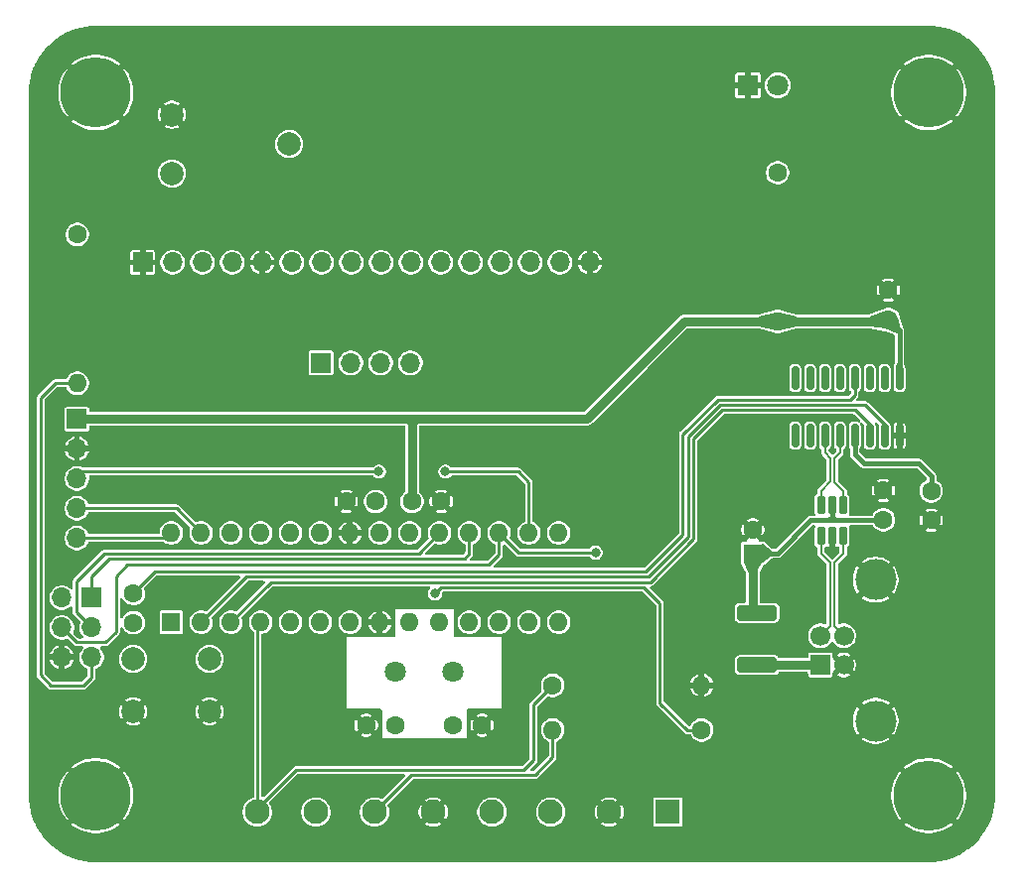
<source format=gbr>
%TF.GenerationSoftware,KiCad,Pcbnew,9.0.4*%
%TF.CreationDate,2025-08-25T16:14:28+02:00*%
%TF.ProjectId,livello_serbatoio_definitiva,6c697665-6c6c-46f5-9f73-65726261746f,D*%
%TF.SameCoordinates,Original*%
%TF.FileFunction,Copper,L2,Bot*%
%TF.FilePolarity,Positive*%
%FSLAX46Y46*%
G04 Gerber Fmt 4.6, Leading zero omitted, Abs format (unit mm)*
G04 Created by KiCad (PCBNEW 9.0.4) date 2025-08-25 16:14:28*
%MOMM*%
%LPD*%
G01*
G04 APERTURE LIST*
G04 Aperture macros list*
%AMRoundRect*
0 Rectangle with rounded corners*
0 $1 Rounding radius*
0 $2 $3 $4 $5 $6 $7 $8 $9 X,Y pos of 4 corners*
0 Add a 4 corners polygon primitive as box body*
4,1,4,$2,$3,$4,$5,$6,$7,$8,$9,$2,$3,0*
0 Add four circle primitives for the rounded corners*
1,1,$1+$1,$2,$3*
1,1,$1+$1,$4,$5*
1,1,$1+$1,$6,$7*
1,1,$1+$1,$8,$9*
0 Add four rect primitives between the rounded corners*
20,1,$1+$1,$2,$3,$4,$5,0*
20,1,$1+$1,$4,$5,$6,$7,0*
20,1,$1+$1,$6,$7,$8,$9,0*
20,1,$1+$1,$8,$9,$2,$3,0*%
G04 Aperture macros list end*
%TA.AperFunction,ComponentPad*%
%ADD10O,1.600000X1.600000*%
%TD*%
%TA.AperFunction,ComponentPad*%
%ADD11C,1.600000*%
%TD*%
%TA.AperFunction,SMDPad,CuDef*%
%ADD12RoundRect,0.150000X0.150000X-0.825000X0.150000X0.825000X-0.150000X0.825000X-0.150000X-0.825000X0*%
%TD*%
%TA.AperFunction,ComponentPad*%
%ADD13C,2.000000*%
%TD*%
%TA.AperFunction,ComponentPad*%
%ADD14C,0.800000*%
%TD*%
%TA.AperFunction,ComponentPad*%
%ADD15C,6.000000*%
%TD*%
%TA.AperFunction,ComponentPad*%
%ADD16R,1.600000X1.600000*%
%TD*%
%TA.AperFunction,ComponentPad*%
%ADD17C,1.800000*%
%TD*%
%TA.AperFunction,ComponentPad*%
%ADD18R,1.700000X1.700000*%
%TD*%
%TA.AperFunction,ComponentPad*%
%ADD19O,1.700000X1.700000*%
%TD*%
%TA.AperFunction,ComponentPad*%
%ADD20R,2.100000X2.100000*%
%TD*%
%TA.AperFunction,ComponentPad*%
%ADD21C,2.100000*%
%TD*%
%TA.AperFunction,ComponentPad*%
%ADD22C,1.700000*%
%TD*%
%TA.AperFunction,ComponentPad*%
%ADD23C,3.500000*%
%TD*%
%TA.AperFunction,SMDPad,CuDef*%
%ADD24RoundRect,0.162500X0.162500X-0.617500X0.162500X0.617500X-0.162500X0.617500X-0.162500X-0.617500X0*%
%TD*%
%TA.AperFunction,SMDPad,CuDef*%
%ADD25RoundRect,0.250000X-1.450000X0.400000X-1.450000X-0.400000X1.450000X-0.400000X1.450000X0.400000X0*%
%TD*%
%TA.AperFunction,ComponentPad*%
%ADD26R,1.800000X1.800000*%
%TD*%
%TA.AperFunction,ViaPad*%
%ADD27C,0.800000*%
%TD*%
%TA.AperFunction,Conductor*%
%ADD28C,0.254000*%
%TD*%
%TA.AperFunction,Conductor*%
%ADD29C,0.762000*%
%TD*%
%TA.AperFunction,Conductor*%
%ADD30C,0.381000*%
%TD*%
%TA.AperFunction,Conductor*%
%ADD31C,0.205840*%
%TD*%
%TA.AperFunction,Conductor*%
%ADD32C,0.508000*%
%TD*%
%TA.AperFunction,Conductor*%
%ADD33C,0.200000*%
%TD*%
G04 APERTURE END LIST*
D10*
%TO.P,R6,2*%
%TO.N,ICSP_RST*%
X91440000Y-98810000D03*
D11*
%TO.P,R6,1*%
%TO.N,VDD*%
X91440000Y-86110000D03*
%TD*%
D12*
%TO.P,U1,1,GND*%
%TO.N,GND*%
X161515000Y-103295000D03*
%TO.P,U1,2,TXD*%
%TO.N,TX*%
X160245000Y-103295000D03*
%TO.P,U1,3,RXD*%
%TO.N,RX*%
X158975000Y-103295000D03*
%TO.P,U1,4,V3*%
%TO.N,Net-(U1-V3)*%
X157705000Y-103295000D03*
%TO.P,U1,5,UD+*%
%TO.N,D_OUT_+*%
X156435000Y-103295000D03*
%TO.P,U1,6,UD-*%
%TO.N,D_OUT_-*%
X155165000Y-103295000D03*
%TO.P,U1,7,NC*%
%TO.N,unconnected-(U1-NC-Pad7)*%
X153895000Y-103295000D03*
%TO.P,U1,8,NC*%
%TO.N,unconnected-(U1-NC-Pad8)*%
X152625000Y-103295000D03*
%TO.P,U1,9,~{CTS}*%
%TO.N,unconnected-(U1-~{CTS}-Pad9)*%
X152625000Y-98345000D03*
%TO.P,U1,10,~{DSR}*%
%TO.N,unconnected-(U1-~{DSR}-Pad10)*%
X153895000Y-98345000D03*
%TO.P,U1,11,~{RI}*%
%TO.N,unconnected-(U1-~{RI}-Pad11)*%
X155165000Y-98345000D03*
%TO.P,U1,12,~{DCD}*%
%TO.N,unconnected-(U1-~{DCD}-Pad12)*%
X156435000Y-98345000D03*
%TO.P,U1,13,~{DTR}*%
%TO.N,DTR*%
X157705000Y-98345000D03*
%TO.P,U1,14,~{RTS}*%
%TO.N,unconnected-(U1-~{RTS}-Pad14)*%
X158975000Y-98345000D03*
%TO.P,U1,15,R232*%
%TO.N,unconnected-(U1-R232-Pad15)*%
X160245000Y-98345000D03*
%TO.P,U1,16,VCC*%
%TO.N,VDD*%
X161515000Y-98345000D03*
%TD*%
D13*
%TO.P,RV1,1,1*%
%TO.N,GND*%
X99500000Y-75900000D03*
%TO.P,RV1,2,2*%
%TO.N,V0*%
X109500000Y-78400000D03*
%TO.P,RV1,3,3*%
%TO.N,VDD*%
X99500000Y-80900000D03*
%TD*%
D14*
%TO.P,H1,1,1*%
%TO.N,GND*%
X90750000Y-74000000D03*
X91409010Y-72409010D03*
X91409010Y-75590990D03*
X93000000Y-71750000D03*
D15*
X93000000Y-74000000D03*
D14*
X93000000Y-76250000D03*
X94590990Y-72409010D03*
X94590990Y-75590990D03*
X95250000Y-74000000D03*
%TD*%
%TO.P,H2,1,1*%
%TO.N,GND*%
X161750000Y-74000000D03*
X162409010Y-72409010D03*
X162409010Y-75590990D03*
X164000000Y-71750000D03*
D15*
X164000000Y-74000000D03*
D14*
X164000000Y-76250000D03*
X165590990Y-72409010D03*
X165590990Y-75590990D03*
X166250000Y-74000000D03*
%TD*%
%TO.P,H3,1,1*%
%TO.N,GND*%
X161750000Y-134000000D03*
X162409010Y-132409010D03*
X162409010Y-135590990D03*
X164000000Y-131750000D03*
D15*
X164000000Y-134000000D03*
D14*
X164000000Y-136250000D03*
X165590990Y-132409010D03*
X165590990Y-135590990D03*
X166250000Y-134000000D03*
%TD*%
%TO.P,H4,1,1*%
%TO.N,GND*%
X90750000Y-134000000D03*
X91409010Y-132409010D03*
X91409010Y-135590990D03*
X93000000Y-131750000D03*
D15*
X93000000Y-134000000D03*
D14*
X93000000Y-136250000D03*
X94590990Y-132409010D03*
X94590990Y-135590990D03*
X95250000Y-134000000D03*
%TD*%
D16*
%TO.P,U2,1,~{RESET}/PC6*%
%TO.N,ICSP_RST*%
X99440000Y-119200000D03*
D10*
%TO.P,U2,2,PD0*%
%TO.N,TX*%
X101980000Y-119200000D03*
%TO.P,U2,3,PD1*%
%TO.N,RX*%
X104520000Y-119200000D03*
%TO.P,U2,4,PD2*%
%TO.N,D2*%
X107060000Y-119200000D03*
%TO.P,U2,5,PD3*%
%TO.N,D3*%
X109600000Y-119200000D03*
%TO.P,U2,6,PD4*%
%TO.N,D4*%
X112140000Y-119200000D03*
%TO.P,U2,7,VCC*%
%TO.N,VDD*%
X114680000Y-119200000D03*
%TO.P,U2,8,GND*%
%TO.N,GND*%
X117220000Y-119200000D03*
%TO.P,U2,9,XTAL1/PB6*%
%TO.N,/X1*%
X119760000Y-119200000D03*
%TO.P,U2,10,XTAL2/PB7*%
%TO.N,/X2*%
X122300000Y-119200000D03*
%TO.P,U2,11,PD5*%
%TO.N,D5*%
X124840000Y-119200000D03*
%TO.P,U2,12,PD6*%
%TO.N,D6*%
X127380000Y-119200000D03*
%TO.P,U2,13,PD7*%
%TO.N,D7*%
X129920000Y-119200000D03*
%TO.P,U2,14,PB0*%
%TO.N,D8*%
X132460000Y-119200000D03*
%TO.P,U2,15,PB1*%
%TO.N,BLA*%
X132460000Y-111580000D03*
%TO.P,U2,16,PB2*%
%TO.N,D10*%
X129920000Y-111580000D03*
%TO.P,U2,17,PB3*%
%TO.N,D11*%
X127380000Y-111580000D03*
%TO.P,U2,18,PB4*%
%TO.N,D12*%
X124840000Y-111580000D03*
%TO.P,U2,19,PB5*%
%TO.N,D13*%
X122300000Y-111580000D03*
%TO.P,U2,20,AVCC*%
%TO.N,VDD*%
X119760000Y-111580000D03*
%TO.P,U2,21,AREF*%
%TO.N,Net-(U2-AREF)*%
X117220000Y-111580000D03*
%TO.P,U2,22,GND*%
%TO.N,GND*%
X114680000Y-111580000D03*
%TO.P,U2,23,PC0*%
%TO.N,A0*%
X112140000Y-111580000D03*
%TO.P,U2,24,PC1*%
%TO.N,A1*%
X109600000Y-111580000D03*
%TO.P,U2,25,PC2*%
%TO.N,A2*%
X107060000Y-111580000D03*
%TO.P,U2,26,PC3*%
%TO.N,A3*%
X104520000Y-111580000D03*
%TO.P,U2,27,PC4*%
%TO.N,A4*%
X101980000Y-111580000D03*
%TO.P,U2,28,PC5*%
%TO.N,A5*%
X99440000Y-111580000D03*
%TD*%
D17*
%TO.P,Y1,1,1*%
%TO.N,/X2*%
X123430000Y-123450000D03*
%TO.P,Y1,2,2*%
%TO.N,/X1*%
X118550000Y-123450000D03*
%TD*%
D11*
%TO.P,C3,1*%
%TO.N,Net-(U2-AREF)*%
X116850000Y-108900000D03*
%TO.P,C3,2*%
%TO.N,GND*%
X114350000Y-108900000D03*
%TD*%
%TO.P,C7,1*%
%TO.N,GND*%
X116060000Y-128000000D03*
%TO.P,C7,2*%
%TO.N,/X1*%
X118560000Y-128000000D03*
%TD*%
%TO.P,C8,1*%
%TO.N,GND*%
X125940000Y-128000000D03*
%TO.P,C8,2*%
%TO.N,/X2*%
X123440000Y-128000000D03*
%TD*%
%TO.P,C6,1*%
%TO.N,VDD*%
X119950000Y-108900000D03*
%TO.P,C6,2*%
%TO.N,GND*%
X122450000Y-108900000D03*
%TD*%
%TO.P,R9,1*%
%TO.N,Net-(D4-A)*%
X151130000Y-80840000D03*
%TO.P,R9,2*%
%TO.N,VDD*%
X151130000Y-93540000D03*
%TD*%
D18*
%TO.P,J3,1,Pin_1*%
%TO.N,GND*%
X97000000Y-88500000D03*
D19*
%TO.P,J3,2,Pin_2*%
%TO.N,VDD*%
X99540000Y-88500000D03*
%TO.P,J3,3,Pin_3*%
%TO.N,V0*%
X102080000Y-88500000D03*
%TO.P,J3,4,Pin_4*%
%TO.N,D3*%
X104620000Y-88500000D03*
%TO.P,J3,5,Pin_5*%
%TO.N,GND*%
X107160000Y-88500000D03*
%TO.P,J3,6,Pin_6*%
%TO.N,D4*%
X109700000Y-88500000D03*
%TO.P,J3,7,Pin_7*%
%TO.N,DB0*%
X112240000Y-88500000D03*
%TO.P,J3,8,Pin_8*%
%TO.N,DB1*%
X114780000Y-88500000D03*
%TO.P,J3,9,Pin_9*%
%TO.N,DB2*%
X117320000Y-88500000D03*
%TO.P,J3,10,Pin_10*%
%TO.N,DB3*%
X119860000Y-88500000D03*
%TO.P,J3,11,Pin_11*%
%TO.N,D5*%
X122400000Y-88500000D03*
%TO.P,J3,12,Pin_12*%
%TO.N,D6*%
X124940000Y-88500000D03*
%TO.P,J3,13,Pin_13*%
%TO.N,D7*%
X127480000Y-88500000D03*
%TO.P,J3,14,Pin_14*%
%TO.N,D8*%
X130020000Y-88500000D03*
%TO.P,J3,15,Pin_15*%
%TO.N,BLA*%
X132560000Y-88500000D03*
%TO.P,J3,16,Pin_16*%
%TO.N,GND*%
X135100000Y-88500000D03*
%TD*%
D11*
%TO.P,C4,1*%
%TO.N,ICSP_RST*%
X96200000Y-119250000D03*
%TO.P,C4,2*%
%TO.N,DTR*%
X96200000Y-116750000D03*
%TD*%
D13*
%TO.P,SW1,1,1*%
%TO.N,GND*%
X102700000Y-126840000D03*
X96200000Y-126840000D03*
%TO.P,SW1,2,2*%
%TO.N,ICSP_RST*%
X102700000Y-122340000D03*
X96200000Y-122340000D03*
%TD*%
D11*
%TO.P,R5,1*%
%TO.N,D2*%
X131950000Y-124600000D03*
D10*
%TO.P,R5,2*%
%TO.N,GND*%
X144650000Y-124600000D03*
%TD*%
D20*
%TO.P,J8,1,Pin_1*%
%TO.N,VDD*%
X141770000Y-135390000D03*
D21*
%TO.P,J8,2,Pin_2*%
%TO.N,GND*%
X136770000Y-135390000D03*
%TO.P,J8,3,Pin_3*%
%TO.N,D11*%
X131770000Y-135390000D03*
%TO.P,J8,4,Pin_4*%
%TO.N,D12*%
X126770000Y-135390000D03*
%TO.P,J8,5,Pin_5*%
%TO.N,GND*%
X121770000Y-135390000D03*
%TO.P,J8,6,Pin_6*%
%TO.N,Net-(J8-Pin_6)*%
X116770000Y-135390000D03*
%TO.P,J8,7,Pin_7*%
%TO.N,VDD*%
X111770000Y-135390000D03*
%TO.P,J8,8,Pin_8*%
%TO.N,D2*%
X106770000Y-135390000D03*
%TD*%
D18*
%TO.P,J5,1,Pin_1*%
%TO.N,D12*%
X92655000Y-117115000D03*
D19*
%TO.P,J5,2,Pin_2*%
%TO.N,VDD*%
X90115000Y-117115000D03*
%TO.P,J5,3,Pin_3*%
%TO.N,D13*%
X92655000Y-119655000D03*
%TO.P,J5,4,Pin_4*%
%TO.N,D11*%
X90115000Y-119655000D03*
%TO.P,J5,5,Pin_5*%
%TO.N,ICSP_RST*%
X92655000Y-122195000D03*
%TO.P,J5,6,Pin_6*%
%TO.N,GND*%
X90115000Y-122195000D03*
%TD*%
D18*
%TO.P,J1,1,VBUS*%
%TO.N,Net-(J1-VBUS)*%
X154770000Y-122850000D03*
D22*
%TO.P,J1,2,D-*%
%TO.N,D_IN_-*%
X154770000Y-120350000D03*
%TO.P,J1,3,D+*%
%TO.N,D_IN_+*%
X156770000Y-120350000D03*
%TO.P,J1,4,GND*%
%TO.N,GND*%
X156770000Y-122850000D03*
D23*
%TO.P,J1,5,Shield*%
X159480000Y-115580000D03*
X159480000Y-127620000D03*
%TD*%
D11*
%TO.P,C2,1*%
%TO.N,Net-(U1-V3)*%
X164220000Y-108010000D03*
%TO.P,C2,2*%
%TO.N,GND*%
X164220000Y-110510000D03*
%TD*%
D24*
%TO.P,U3,1,I/O1*%
%TO.N,D_IN_+*%
X156720000Y-111870000D03*
%TO.P,U3,2,GND*%
%TO.N,GND*%
X155770000Y-111870000D03*
%TO.P,U3,3,I/O2*%
%TO.N,D_IN_-*%
X154820000Y-111870000D03*
%TO.P,U3,4,I/O2*%
%TO.N,D_OUT_-*%
X154820000Y-109170000D03*
%TO.P,U3,5,VBUS*%
%TO.N,VDD*%
X155770000Y-109170000D03*
%TO.P,U3,6,I/O1*%
%TO.N,D_OUT_+*%
X156720000Y-109170000D03*
%TD*%
D11*
%TO.P,C5,1*%
%TO.N,GND*%
X160140000Y-107970000D03*
%TO.P,C5,2*%
%TO.N,VDD*%
X160140000Y-110470000D03*
%TD*%
D18*
%TO.P,J7,1,Pin_1*%
%TO.N,VDD*%
X91400000Y-101860000D03*
D19*
%TO.P,J7,2,Pin_2*%
%TO.N,GND*%
X91400000Y-104400000D03*
%TO.P,J7,3,Pin_3*%
%TO.N,D10*%
X91400000Y-106940000D03*
%TO.P,J7,4,Pin_4*%
%TO.N,A4*%
X91400000Y-109480000D03*
%TO.P,J7,5,Pin_5*%
%TO.N,A5*%
X91400000Y-112020000D03*
%TD*%
D18*
%TO.P,J6,1,Pin_1*%
%TO.N,A3*%
X112200000Y-97065000D03*
D19*
%TO.P,J6,2,Pin_2*%
%TO.N,A2*%
X114740000Y-97065000D03*
%TO.P,J6,3,Pin_3*%
%TO.N,A1*%
X117280000Y-97065000D03*
%TO.P,J6,4,Pin_4*%
%TO.N,A0*%
X119820000Y-97065000D03*
%TD*%
D16*
%TO.P,C9,1*%
%TO.N,VDD*%
X149017613Y-113320000D03*
D11*
%TO.P,C9,2*%
%TO.N,GND*%
X149017613Y-111320000D03*
%TD*%
D25*
%TO.P,F1,1*%
%TO.N,VDD*%
X149370000Y-118395000D03*
%TO.P,F1,2*%
%TO.N,Net-(J1-VBUS)*%
X149370000Y-122845000D03*
%TD*%
D11*
%TO.P,C1,1*%
%TO.N,GND*%
X160570000Y-90870000D03*
%TO.P,C1,2*%
%TO.N,VDD*%
X160570000Y-93370000D03*
%TD*%
D26*
%TO.P,D4,1,K*%
%TO.N,GND*%
X148600000Y-73400000D03*
D17*
%TO.P,D4,2,A*%
%TO.N,Net-(D4-A)*%
X151140000Y-73400000D03*
%TD*%
D11*
%TO.P,R8,1*%
%TO.N,D13*%
X144650000Y-128400000D03*
D10*
%TO.P,R8,2*%
%TO.N,Net-(J8-Pin_6)*%
X131950000Y-128400000D03*
%TD*%
D27*
%TO.N,D11*%
X135620000Y-113270000D03*
%TO.N,D13*%
X121920000Y-116740000D03*
%TO.N,GND*%
X112500000Y-128400000D03*
X112500000Y-125500000D03*
X129000000Y-128400000D03*
X129000000Y-122600000D03*
X127500000Y-129900000D03*
X129000000Y-126900000D03*
X121500000Y-129900000D03*
X122710000Y-117570000D03*
X112500000Y-121100000D03*
X123000000Y-129900000D03*
X112500000Y-122600000D03*
X129000000Y-129900000D03*
X115500000Y-129900000D03*
X118500000Y-129900000D03*
X112500000Y-129900000D03*
X129000000Y-121100000D03*
X119710000Y-117570000D03*
X120000000Y-129900000D03*
X129000000Y-125500000D03*
X129000000Y-124100000D03*
X124500000Y-129900000D03*
X118210000Y-117570000D03*
X155770000Y-113230000D03*
X124210000Y-117570000D03*
X112500000Y-124100000D03*
X117000000Y-129900000D03*
X126000000Y-129900000D03*
X121210000Y-117570000D03*
X114000000Y-129900000D03*
X112500000Y-126900000D03*
%TO.N,D10*%
X117140000Y-106350000D03*
X122810000Y-106350000D03*
%TD*%
D28*
%TO.N,D2*%
X106770000Y-135390000D02*
X106770000Y-135130000D01*
X106770000Y-135130000D02*
X110100000Y-131800000D01*
X130300000Y-126250000D02*
X131950000Y-124600000D01*
X110100000Y-131800000D02*
X129500000Y-131800000D01*
X129500000Y-131800000D02*
X130300000Y-131000000D01*
X130300000Y-131000000D02*
X130300000Y-126250000D01*
%TO.N,Net-(J8-Pin_6)*%
X130445000Y-132255000D02*
X131950000Y-130750000D01*
X131950000Y-130750000D02*
X131950000Y-128400000D01*
%TO.N,D13*%
X121920000Y-116740000D02*
X122416000Y-116244000D01*
X122416000Y-116244000D02*
X139744000Y-116244000D01*
X139744000Y-116244000D02*
X141100000Y-117600000D01*
X141100000Y-117600000D02*
X141100000Y-126100000D01*
X141100000Y-126100000D02*
X143400000Y-128400000D01*
X143400000Y-128400000D02*
X144650000Y-128400000D01*
%TO.N,Net-(J8-Pin_6)*%
X116770000Y-135390000D02*
X119905000Y-132255000D01*
X119905000Y-132255000D02*
X130445000Y-132255000D01*
%TO.N,D2*%
X107060000Y-119200000D02*
X106800000Y-119460000D01*
X106800000Y-119460000D02*
X106800000Y-135360000D01*
X106800000Y-135360000D02*
X106770000Y-135390000D01*
D29*
%TO.N,VDD*%
X120340000Y-101810000D02*
X119400000Y-101810000D01*
X151130000Y-93540000D02*
X143160000Y-93540000D01*
X143160000Y-93540000D02*
X134890000Y-101810000D01*
X134890000Y-101810000D02*
X120340000Y-101810000D01*
X120340000Y-101810000D02*
X119950000Y-102200000D01*
X119400000Y-101810000D02*
X91450000Y-101810000D01*
X119950000Y-108900000D02*
X119950000Y-102200000D01*
X91450000Y-101810000D02*
X91400000Y-101860000D01*
X119950000Y-108900000D02*
X120095000Y-108755000D01*
D30*
X149017613Y-113320000D02*
X151130000Y-113320000D01*
X153940000Y-110510000D02*
X155390000Y-110510000D01*
X151130000Y-113320000D02*
X153940000Y-110510000D01*
X155390000Y-110510000D02*
X155490000Y-110510000D01*
X155490000Y-110510000D02*
X155770000Y-110230000D01*
X155770000Y-110080000D02*
X155770000Y-110230000D01*
X155770000Y-110230000D02*
X156050000Y-110510000D01*
X155770000Y-110270000D02*
X155770000Y-110080000D01*
D29*
X151130000Y-93540000D02*
X160400000Y-93540000D01*
X160400000Y-93540000D02*
X160570000Y-93370000D01*
D30*
%TO.N,Net-(U1-V3)*%
X157705000Y-103295000D02*
X157705000Y-104875000D01*
X164260000Y-107970000D02*
X164220000Y-108010000D01*
X157705000Y-104875000D02*
X158470000Y-105640000D01*
X158470000Y-105640000D02*
X163170000Y-105640000D01*
X163170000Y-105640000D02*
X164260000Y-106730000D01*
X164260000Y-106730000D02*
X164260000Y-107970000D01*
D28*
%TO.N,DTR*%
X96200000Y-116750000D02*
X98071000Y-114879000D01*
X98071000Y-114879000D02*
X139907532Y-114879000D01*
X139907532Y-114879000D02*
X143045000Y-111741532D01*
X143045000Y-111741532D02*
X143045000Y-103169480D01*
X143045000Y-103169480D02*
X146014481Y-100200000D01*
X146014481Y-100200000D02*
X157290000Y-100200000D01*
X157290000Y-100200000D02*
X157705000Y-99785000D01*
X157705000Y-99785000D02*
X157705000Y-98345000D01*
%TO.N,TX*%
X101980000Y-119200000D02*
X105846000Y-115334000D01*
X105846000Y-115334000D02*
X140096000Y-115334000D01*
X140096000Y-115334000D02*
X143500000Y-111929999D01*
X143500000Y-111929999D02*
X143500000Y-103357948D01*
X143500000Y-103357948D02*
X146202948Y-100655000D01*
X146202948Y-100655000D02*
X158579998Y-100655000D01*
X158579998Y-100655000D02*
X158687499Y-100762501D01*
%TO.N,RX*%
X158975000Y-103295000D02*
X158975000Y-102320001D01*
X158975000Y-102320001D02*
X157764999Y-101110000D01*
X157764999Y-101110000D02*
X146391416Y-101110000D01*
X146391416Y-101110000D02*
X143955000Y-103546416D01*
X143955000Y-103546416D02*
X143955000Y-112118466D01*
X143955000Y-112118466D02*
X140284468Y-115789000D01*
X140284468Y-115789000D02*
X107931000Y-115789000D01*
X107931000Y-115789000D02*
X104520000Y-119200000D01*
%TO.N,TX*%
X158579999Y-100655000D02*
X158687499Y-100762501D01*
X158687499Y-100762501D02*
X160245000Y-102320001D01*
X160245000Y-102320001D02*
X160245000Y-103295000D01*
%TO.N,Net-(D4-A)*%
X151140000Y-80650000D02*
X151190000Y-80700000D01*
D29*
%TO.N,VDD*%
X160540000Y-93340000D02*
X160570000Y-93370000D01*
D30*
X155770000Y-110270000D02*
X155770000Y-110500000D01*
X155760000Y-110510000D02*
X156050000Y-110510000D01*
X155390000Y-110510000D02*
X155760000Y-110510000D01*
X155770000Y-110500000D02*
X155760000Y-110510000D01*
X155770000Y-109170000D02*
X155770000Y-110270000D01*
X156050000Y-110510000D02*
X159730000Y-110510000D01*
X159730000Y-110510000D02*
X160070000Y-110170000D01*
X161515000Y-98345000D02*
X161515000Y-94315000D01*
X161515000Y-94315000D02*
X160570000Y-93370000D01*
D29*
%TO.N,Net-(J1-VBUS)*%
X154770000Y-122850000D02*
X149375000Y-122850000D01*
X149375000Y-122850000D02*
X149370000Y-122845000D01*
D30*
%TO.N,unconnected-(U1-~{RTS}-Pad14)*%
X159070000Y-98250000D02*
X158975000Y-98345000D01*
%TO.N,unconnected-(U1-~{CTS}-Pad9)*%
X152670000Y-98300000D02*
X152625000Y-98345000D01*
D31*
%TO.N,D_OUT_-*%
X155165000Y-103295000D02*
X155165000Y-104757501D01*
X155165000Y-104757501D02*
X155616080Y-105208581D01*
X155616080Y-105208581D02*
X155616080Y-107203919D01*
X154820000Y-107999999D02*
X154820000Y-109170000D01*
X155616080Y-107203919D02*
X154820000Y-107999999D01*
%TO.N,D_OUT_+*%
X156435000Y-103295000D02*
X156435000Y-104757501D01*
X156435000Y-104757501D02*
X155982920Y-105209581D01*
X155982920Y-105209581D02*
X155982920Y-107262919D01*
X155982920Y-107262919D02*
X156720000Y-107999999D01*
X156720000Y-107999999D02*
X156720000Y-109170000D01*
D29*
%TO.N,VDD*%
X99500000Y-88460000D02*
X99540000Y-88500000D01*
X119950000Y-111390000D02*
X119760000Y-111580000D01*
X99540000Y-80940000D02*
X99500000Y-80900000D01*
D28*
%TO.N,D12*%
X124840000Y-113380000D02*
X124840000Y-111580000D01*
X92655000Y-117115000D02*
X92655000Y-115295000D01*
X124430000Y-113790000D02*
X124840000Y-113380000D01*
X94160000Y-113790000D02*
X124430000Y-113790000D01*
X92655000Y-115295000D02*
X94160000Y-113790000D01*
%TO.N,D11*%
X90115000Y-119655000D02*
X91380000Y-120920000D01*
X135620000Y-113270000D02*
X129070000Y-113270000D01*
X94730000Y-120020000D02*
X94730000Y-115260000D01*
X94730000Y-115260000D02*
X95700000Y-114290000D01*
X93830000Y-120920000D02*
X94730000Y-120020000D01*
X91380000Y-120920000D02*
X93830000Y-120920000D01*
X129070000Y-113270000D02*
X127380000Y-111580000D01*
X126530000Y-114290000D02*
X127380000Y-113440000D01*
X127380000Y-113440000D02*
X127380000Y-111580000D01*
X95700000Y-114290000D02*
X126530000Y-114290000D01*
%TO.N,D13*%
X120550000Y-113330000D02*
X122300000Y-111580000D01*
X91370000Y-115700000D02*
X93740000Y-113330000D01*
X91370000Y-118370000D02*
X91370000Y-115700000D01*
X92655000Y-119655000D02*
X91370000Y-118370000D01*
X93740000Y-113330000D02*
X120550000Y-113330000D01*
X122640000Y-111580000D02*
X122300000Y-111580000D01*
%TO.N,ICSP_RST*%
X91920000Y-124630000D02*
X89200000Y-124630000D01*
X88290000Y-123720000D02*
X88290000Y-100060000D01*
X89540000Y-98810000D02*
X91440000Y-98810000D01*
X89200000Y-124630000D02*
X88290000Y-123720000D01*
X88290000Y-100060000D02*
X89540000Y-98810000D01*
X92655000Y-123895000D02*
X91920000Y-124630000D01*
X92655000Y-122195000D02*
X92655000Y-123895000D01*
D32*
%TO.N,GND*%
X155770000Y-111870000D02*
X155770000Y-113230000D01*
D31*
%TO.N,D_IN_-*%
X155587080Y-114112080D02*
X154820000Y-113345000D01*
X154770000Y-120350000D02*
X155587080Y-119532920D01*
X154820000Y-113345000D02*
X154820000Y-111870000D01*
X155587080Y-119532920D02*
X155587080Y-114112080D01*
%TO.N,D_IN_+*%
X156720000Y-113370000D02*
X156720000Y-111870000D01*
X155952920Y-119532920D02*
X155952920Y-114137080D01*
X156770000Y-120350000D02*
X155952920Y-119532920D01*
X155952920Y-114137080D02*
X156720000Y-113370000D01*
D33*
%TO.N,D_OUT_-*%
X154820000Y-108715000D02*
X154820000Y-109170000D01*
D28*
%TO.N,D10*%
X129020000Y-106350000D02*
X129920000Y-107250000D01*
X117140000Y-106350000D02*
X91990000Y-106350000D01*
X122810000Y-106350000D02*
X129020000Y-106350000D01*
X129920000Y-107250000D02*
X129920000Y-111580000D01*
X91990000Y-106350000D02*
X91400000Y-106940000D01*
%TO.N,A5*%
X99000000Y-112020000D02*
X99440000Y-111580000D01*
X91400000Y-112020000D02*
X99000000Y-112020000D01*
%TO.N,A4*%
X91400000Y-109480000D02*
X99880000Y-109480000D01*
X99880000Y-109480000D02*
X101980000Y-111580000D01*
D29*
%TO.N,VDD*%
X149010000Y-118035000D02*
X149010000Y-113327613D01*
X149010000Y-113327613D02*
X149017613Y-113320000D01*
X119400000Y-101810000D02*
X119560000Y-101810000D01*
X119560000Y-101810000D02*
X119950000Y-102200000D01*
%TD*%
%TA.AperFunction,Conductor*%
%TO.N,GND*%
G36*
X94732601Y-135379048D02*
G01*
X94640718Y-135340990D01*
X94541262Y-135340990D01*
X94449376Y-135379050D01*
X94379050Y-135449376D01*
X94340990Y-135541262D01*
X94340990Y-135640718D01*
X94379048Y-135732601D01*
X93869106Y-135222658D01*
X93977184Y-135144136D01*
X94144136Y-134977184D01*
X94222658Y-134869106D01*
X94732601Y-135379048D01*
G37*
%TD.AperFunction*%
%TA.AperFunction,Conductor*%
G36*
X92130893Y-132777340D02*
G01*
X92022816Y-132855864D01*
X91855864Y-133022816D01*
X91777340Y-133130893D01*
X91267397Y-132620950D01*
X91359282Y-132659010D01*
X91458738Y-132659010D01*
X91550624Y-132620950D01*
X91620950Y-132550624D01*
X91659010Y-132458738D01*
X91659010Y-132359282D01*
X91620950Y-132267397D01*
X92130893Y-132777340D01*
G37*
%TD.AperFunction*%
%TA.AperFunction,Conductor*%
G36*
X165732601Y-135379048D02*
G01*
X165640718Y-135340990D01*
X165541262Y-135340990D01*
X165449376Y-135379050D01*
X165379050Y-135449376D01*
X165340990Y-135541262D01*
X165340990Y-135640718D01*
X165379048Y-135732601D01*
X164869106Y-135222658D01*
X164977184Y-135144136D01*
X165144136Y-134977184D01*
X165222658Y-134869106D01*
X165732601Y-135379048D01*
G37*
%TD.AperFunction*%
%TA.AperFunction,Conductor*%
G36*
X163130893Y-132777340D02*
G01*
X163022816Y-132855864D01*
X162855864Y-133022816D01*
X162777340Y-133130893D01*
X162267397Y-132620950D01*
X162359282Y-132659010D01*
X162458738Y-132659010D01*
X162550624Y-132620950D01*
X162620950Y-132550624D01*
X162659010Y-132458738D01*
X162659010Y-132359282D01*
X162620950Y-132267397D01*
X163130893Y-132777340D01*
G37*
%TD.AperFunction*%
%TA.AperFunction,Conductor*%
G36*
X155963039Y-111889685D02*
G01*
X156008794Y-111942489D01*
X156020000Y-111994000D01*
X156020000Y-112842263D01*
X156037365Y-112839733D01*
X156037366Y-112839733D01*
X156146051Y-112786600D01*
X156156962Y-112775689D01*
X156157577Y-112775352D01*
X156157920Y-112774742D01*
X156188214Y-112758623D01*
X156218285Y-112742203D01*
X156218982Y-112742252D01*
X156219602Y-112741923D01*
X156253789Y-112744741D01*
X156287976Y-112747185D01*
X156288770Y-112747624D01*
X156289236Y-112747663D01*
X156291486Y-112749126D01*
X156320028Y-112764912D01*
X156326534Y-112769893D01*
X156343653Y-112787012D01*
X156358148Y-112794098D01*
X156367962Y-112801612D01*
X156381588Y-112820232D01*
X156398620Y-112835792D01*
X156402106Y-112848270D01*
X156409224Y-112857996D01*
X156410443Y-112878107D01*
X156416580Y-112900068D01*
X156416580Y-113192958D01*
X156396895Y-113259997D01*
X156380261Y-113280639D01*
X155870181Y-113790719D01*
X155808858Y-113824204D01*
X155739166Y-113819220D01*
X155694819Y-113790719D01*
X155159739Y-113255639D01*
X155126254Y-113194316D01*
X155123420Y-113167958D01*
X155123420Y-112900068D01*
X155143105Y-112833029D01*
X155172037Y-112801613D01*
X155181851Y-112794098D01*
X155196347Y-112787012D01*
X155213466Y-112769892D01*
X155219970Y-112764913D01*
X155245229Y-112755178D01*
X155268992Y-112742202D01*
X155277349Y-112742799D01*
X155285166Y-112739787D01*
X155311678Y-112745254D01*
X155338683Y-112747185D01*
X155347018Y-112752541D01*
X155353596Y-112753898D01*
X155362142Y-112762261D01*
X155383034Y-112775687D01*
X155393945Y-112786598D01*
X155502634Y-112839733D01*
X155519999Y-112842263D01*
X155520000Y-112842263D01*
X155520000Y-111994000D01*
X155539685Y-111926961D01*
X155592489Y-111881206D01*
X155644000Y-111870000D01*
X155896000Y-111870000D01*
X155963039Y-111889685D01*
G37*
%TD.AperFunction*%
%TA.AperFunction,Conductor*%
G36*
X94732601Y-75379048D02*
G01*
X94640718Y-75340990D01*
X94541262Y-75340990D01*
X94449376Y-75379050D01*
X94379050Y-75449376D01*
X94340990Y-75541262D01*
X94340990Y-75640718D01*
X94379048Y-75732601D01*
X93869106Y-75222658D01*
X93977184Y-75144136D01*
X94144136Y-74977184D01*
X94222658Y-74869106D01*
X94732601Y-75379048D01*
G37*
%TD.AperFunction*%
%TA.AperFunction,Conductor*%
G36*
X92130893Y-72777340D02*
G01*
X92022816Y-72855864D01*
X91855864Y-73022816D01*
X91777340Y-73130893D01*
X91267397Y-72620950D01*
X91359282Y-72659010D01*
X91458738Y-72659010D01*
X91550624Y-72620950D01*
X91620950Y-72550624D01*
X91659010Y-72458738D01*
X91659010Y-72359282D01*
X91620950Y-72267397D01*
X92130893Y-72777340D01*
G37*
%TD.AperFunction*%
%TA.AperFunction,Conductor*%
G36*
X165732601Y-75379048D02*
G01*
X165640718Y-75340990D01*
X165541262Y-75340990D01*
X165449376Y-75379050D01*
X165379050Y-75449376D01*
X165340990Y-75541262D01*
X165340990Y-75640718D01*
X165379048Y-75732601D01*
X164869106Y-75222658D01*
X164977184Y-75144136D01*
X165144136Y-74977184D01*
X165222658Y-74869106D01*
X165732601Y-75379048D01*
G37*
%TD.AperFunction*%
%TA.AperFunction,Conductor*%
G36*
X163130893Y-72777340D02*
G01*
X163022816Y-72855864D01*
X162855864Y-73022816D01*
X162777340Y-73130893D01*
X162267397Y-72620950D01*
X162359282Y-72659010D01*
X162458738Y-72659010D01*
X162550624Y-72620950D01*
X162620950Y-72550624D01*
X162659010Y-72458738D01*
X162659010Y-72359282D01*
X162620950Y-72267397D01*
X163130893Y-72777340D01*
G37*
%TD.AperFunction*%
%TA.AperFunction,Conductor*%
G36*
X164002443Y-68300596D02*
G01*
X164442304Y-68317878D01*
X164451999Y-68318640D01*
X164886780Y-68370099D01*
X164896376Y-68371620D01*
X165325764Y-68457031D01*
X165335195Y-68459295D01*
X165756553Y-68578130D01*
X165765787Y-68581130D01*
X165983588Y-68661481D01*
X166176534Y-68732663D01*
X166185528Y-68736389D01*
X166583092Y-68919667D01*
X166591768Y-68924088D01*
X166973734Y-69138000D01*
X166982036Y-69143087D01*
X167346031Y-69386301D01*
X167353905Y-69392022D01*
X167697711Y-69663056D01*
X167705102Y-69669369D01*
X168026583Y-69966543D01*
X168033462Y-69973422D01*
X168330625Y-70294891D01*
X168336948Y-70302294D01*
X168607975Y-70646091D01*
X168613698Y-70653968D01*
X168856912Y-71017963D01*
X168861999Y-71026265D01*
X169075911Y-71408231D01*
X169080332Y-71416907D01*
X169263610Y-71814471D01*
X169267336Y-71823465D01*
X169418865Y-72234199D01*
X169421873Y-72243460D01*
X169540699Y-72664787D01*
X169542972Y-72674254D01*
X169628377Y-73103613D01*
X169629901Y-73113230D01*
X169681358Y-73547995D01*
X169682121Y-73557700D01*
X169699404Y-73997555D01*
X169699500Y-74002424D01*
X169699500Y-133997575D01*
X169699404Y-134002444D01*
X169682121Y-134442299D01*
X169681358Y-134452004D01*
X169629901Y-134886769D01*
X169628377Y-134896386D01*
X169542972Y-135325745D01*
X169540699Y-135335212D01*
X169421873Y-135756539D01*
X169418865Y-135765800D01*
X169267336Y-136176534D01*
X169263610Y-136185528D01*
X169080332Y-136583092D01*
X169075911Y-136591768D01*
X168861999Y-136973734D01*
X168856912Y-136982036D01*
X168613698Y-137346031D01*
X168607975Y-137353908D01*
X168336948Y-137697705D01*
X168330625Y-137705108D01*
X168033462Y-138026577D01*
X168026577Y-138033462D01*
X167705108Y-138330625D01*
X167697705Y-138336948D01*
X167353908Y-138607975D01*
X167346031Y-138613698D01*
X166982036Y-138856912D01*
X166973734Y-138861999D01*
X166591768Y-139075911D01*
X166583092Y-139080332D01*
X166185528Y-139263610D01*
X166176534Y-139267336D01*
X165765800Y-139418865D01*
X165756539Y-139421873D01*
X165335212Y-139540699D01*
X165325745Y-139542972D01*
X164896386Y-139628377D01*
X164886769Y-139629901D01*
X164452004Y-139681358D01*
X164442299Y-139682121D01*
X164018672Y-139698766D01*
X164002442Y-139699404D01*
X163997575Y-139699500D01*
X93002425Y-139699500D01*
X92997557Y-139699404D01*
X92980399Y-139698729D01*
X92557700Y-139682121D01*
X92547995Y-139681358D01*
X92113230Y-139629901D01*
X92103613Y-139628377D01*
X91674254Y-139542972D01*
X91664787Y-139540699D01*
X91243460Y-139421873D01*
X91234199Y-139418865D01*
X90823465Y-139267336D01*
X90814471Y-139263610D01*
X90416907Y-139080332D01*
X90408231Y-139075911D01*
X90026265Y-138861999D01*
X90017963Y-138856912D01*
X89653968Y-138613698D01*
X89646091Y-138607975D01*
X89302294Y-138336948D01*
X89294891Y-138330625D01*
X88973422Y-138033462D01*
X88966543Y-138026583D01*
X88669369Y-137705102D01*
X88663051Y-137697705D01*
X88392024Y-137353908D01*
X88386301Y-137346031D01*
X88143087Y-136982036D01*
X88138000Y-136973734D01*
X87924088Y-136591768D01*
X87919667Y-136583092D01*
X87852495Y-136437383D01*
X87736389Y-136185529D01*
X87732663Y-136176534D01*
X87667536Y-136000000D01*
X87581130Y-135765787D01*
X87578130Y-135756553D01*
X87459295Y-135335195D01*
X87457031Y-135325764D01*
X87371620Y-134896376D01*
X87370098Y-134886769D01*
X87357305Y-134778681D01*
X87318640Y-134451999D01*
X87317878Y-134442298D01*
X87317637Y-134436174D01*
X87300596Y-134002443D01*
X87300500Y-133997575D01*
X87300500Y-133820287D01*
X89800000Y-133820287D01*
X89800000Y-134179712D01*
X89840240Y-134536851D01*
X89840242Y-134536863D01*
X89920219Y-134887268D01*
X89920220Y-134887270D01*
X90038927Y-135226517D01*
X90194870Y-135550336D01*
X90386092Y-135854664D01*
X90566081Y-136080364D01*
X91777340Y-134869105D01*
X91855864Y-134977184D01*
X92022816Y-135144136D01*
X92130893Y-135222658D01*
X91620952Y-135732598D01*
X91659010Y-135640718D01*
X91659010Y-135541262D01*
X91620950Y-135449376D01*
X91550624Y-135379050D01*
X91458738Y-135340990D01*
X91359282Y-135340990D01*
X91267396Y-135379050D01*
X91197070Y-135449376D01*
X91159010Y-135541262D01*
X91159010Y-135640718D01*
X91197070Y-135732604D01*
X91267396Y-135802930D01*
X91359282Y-135840990D01*
X91458738Y-135840990D01*
X91550618Y-135802932D01*
X90919634Y-136433916D01*
X90919634Y-136433917D01*
X91145335Y-136613907D01*
X91449663Y-136805129D01*
X91773482Y-136961072D01*
X92112729Y-137079779D01*
X92112731Y-137079780D01*
X92463136Y-137159757D01*
X92463148Y-137159759D01*
X92820287Y-137199999D01*
X92820289Y-137200000D01*
X93179711Y-137200000D01*
X93179712Y-137199999D01*
X93536851Y-137159759D01*
X93536863Y-137159757D01*
X93887268Y-137079780D01*
X93887270Y-137079779D01*
X94226517Y-136961072D01*
X94550336Y-136805129D01*
X94854664Y-136613907D01*
X95080364Y-136433916D01*
X94449378Y-135802931D01*
X94541262Y-135840990D01*
X94640718Y-135840990D01*
X94732604Y-135802930D01*
X94802930Y-135732604D01*
X94840990Y-135640718D01*
X94840990Y-135541262D01*
X94802931Y-135449378D01*
X95433916Y-136080364D01*
X95613907Y-135854664D01*
X95805129Y-135550336D01*
X95929742Y-135291577D01*
X105519500Y-135291577D01*
X105519500Y-135488422D01*
X105550290Y-135682826D01*
X105611117Y-135870029D01*
X105677341Y-136000000D01*
X105700476Y-136045405D01*
X105816172Y-136204646D01*
X105955354Y-136343828D01*
X106114595Y-136459524D01*
X106194034Y-136500000D01*
X106289970Y-136548882D01*
X106289972Y-136548882D01*
X106289975Y-136548884D01*
X106390317Y-136581487D01*
X106477173Y-136609709D01*
X106671578Y-136640500D01*
X106671583Y-136640500D01*
X106868422Y-136640500D01*
X107062826Y-136609709D01*
X107131119Y-136587519D01*
X107250025Y-136548884D01*
X107425405Y-136459524D01*
X107584646Y-136343828D01*
X107723828Y-136204646D01*
X107839524Y-136045405D01*
X107928884Y-135870025D01*
X107989709Y-135682826D01*
X107997786Y-135631831D01*
X108020500Y-135488422D01*
X108020500Y-135291577D01*
X110519500Y-135291577D01*
X110519500Y-135488422D01*
X110550290Y-135682826D01*
X110611117Y-135870029D01*
X110677341Y-136000000D01*
X110700476Y-136045405D01*
X110816172Y-136204646D01*
X110955354Y-136343828D01*
X111114595Y-136459524D01*
X111194034Y-136500000D01*
X111289970Y-136548882D01*
X111289972Y-136548882D01*
X111289975Y-136548884D01*
X111390317Y-136581487D01*
X111477173Y-136609709D01*
X111671578Y-136640500D01*
X111671583Y-136640500D01*
X111868422Y-136640500D01*
X112062826Y-136609709D01*
X112131119Y-136587519D01*
X112250025Y-136548884D01*
X112425405Y-136459524D01*
X112584646Y-136343828D01*
X112723828Y-136204646D01*
X112839524Y-136045405D01*
X112928884Y-135870025D01*
X112989709Y-135682826D01*
X112997786Y-135631831D01*
X113020500Y-135488422D01*
X113020500Y-135291577D01*
X112989709Y-135097173D01*
X112928882Y-134909970D01*
X112856075Y-134767079D01*
X112839524Y-134734595D01*
X112723828Y-134575354D01*
X112584646Y-134436172D01*
X112425405Y-134320476D01*
X112392920Y-134303924D01*
X112250029Y-134231117D01*
X112062826Y-134170290D01*
X111868422Y-134139500D01*
X111868417Y-134139500D01*
X111671583Y-134139500D01*
X111671578Y-134139500D01*
X111477173Y-134170290D01*
X111289970Y-134231117D01*
X111114594Y-134320476D01*
X111023741Y-134386485D01*
X110955354Y-134436172D01*
X110955352Y-134436174D01*
X110955351Y-134436174D01*
X110816174Y-134575351D01*
X110816174Y-134575352D01*
X110816172Y-134575354D01*
X110789252Y-134612406D01*
X110700476Y-134734594D01*
X110611117Y-134909970D01*
X110550290Y-135097173D01*
X110519500Y-135291577D01*
X108020500Y-135291577D01*
X107989709Y-135097173D01*
X107928882Y-134909970D01*
X107865803Y-134786171D01*
X107839524Y-134734595D01*
X107837119Y-134731285D01*
X107812998Y-134698084D01*
X107789518Y-134632278D01*
X107805344Y-134564224D01*
X107825631Y-134537522D01*
X110199336Y-132163819D01*
X110260659Y-132130334D01*
X110287017Y-132127500D01*
X119269983Y-132127500D01*
X119337022Y-132147185D01*
X119382777Y-132199989D01*
X119392721Y-132269147D01*
X119363696Y-132332703D01*
X119357664Y-132339181D01*
X117456624Y-134240219D01*
X117395301Y-134273704D01*
X117325609Y-134268720D01*
X117312649Y-134263023D01*
X117250032Y-134231118D01*
X117062826Y-134170290D01*
X116868422Y-134139500D01*
X116868417Y-134139500D01*
X116671583Y-134139500D01*
X116671578Y-134139500D01*
X116477173Y-134170290D01*
X116289970Y-134231117D01*
X116114594Y-134320476D01*
X116023741Y-134386485D01*
X115955354Y-134436172D01*
X115955352Y-134436174D01*
X115955351Y-134436174D01*
X115816174Y-134575351D01*
X115816174Y-134575352D01*
X115816172Y-134575354D01*
X115789252Y-134612406D01*
X115700476Y-134734594D01*
X115611117Y-134909970D01*
X115550290Y-135097173D01*
X115519500Y-135291577D01*
X115519500Y-135488422D01*
X115550290Y-135682826D01*
X115611117Y-135870029D01*
X115677341Y-136000000D01*
X115700476Y-136045405D01*
X115816172Y-136204646D01*
X115955354Y-136343828D01*
X116114595Y-136459524D01*
X116194034Y-136500000D01*
X116289970Y-136548882D01*
X116289972Y-136548882D01*
X116289975Y-136548884D01*
X116390317Y-136581487D01*
X116477173Y-136609709D01*
X116671578Y-136640500D01*
X116671583Y-136640500D01*
X116868422Y-136640500D01*
X117062826Y-136609709D01*
X117131119Y-136587519D01*
X117250025Y-136548884D01*
X117425405Y-136459524D01*
X117584646Y-136343828D01*
X117723828Y-136204646D01*
X117839524Y-136045405D01*
X117928884Y-135870025D01*
X117989709Y-135682826D01*
X117997786Y-135631831D01*
X118020500Y-135488422D01*
X118020500Y-135291617D01*
X120520000Y-135291617D01*
X120520000Y-135488382D01*
X120550778Y-135682705D01*
X120611581Y-135869835D01*
X120700905Y-136045145D01*
X120726319Y-136080125D01*
X120726320Y-136080125D01*
X121246212Y-135560233D01*
X121257482Y-135602292D01*
X121329890Y-135727708D01*
X121432292Y-135830110D01*
X121557708Y-135902518D01*
X121599764Y-135913787D01*
X121079873Y-136433677D01*
X121079873Y-136433678D01*
X121114858Y-136459096D01*
X121290164Y-136548418D01*
X121477294Y-136609221D01*
X121671618Y-136640000D01*
X121868382Y-136640000D01*
X122062705Y-136609221D01*
X122249835Y-136548418D01*
X122425143Y-136459095D01*
X122460125Y-136433678D01*
X122460126Y-136433678D01*
X121940235Y-135913787D01*
X121982292Y-135902518D01*
X122107708Y-135830110D01*
X122210110Y-135727708D01*
X122282518Y-135602292D01*
X122293787Y-135560235D01*
X122813678Y-136080126D01*
X122813678Y-136080125D01*
X122839095Y-136045143D01*
X122928418Y-135869835D01*
X122989221Y-135682705D01*
X123020000Y-135488382D01*
X123020000Y-135291617D01*
X123019994Y-135291577D01*
X125519500Y-135291577D01*
X125519500Y-135488422D01*
X125550290Y-135682826D01*
X125611117Y-135870029D01*
X125677341Y-136000000D01*
X125700476Y-136045405D01*
X125816172Y-136204646D01*
X125955354Y-136343828D01*
X126114595Y-136459524D01*
X126194034Y-136500000D01*
X126289970Y-136548882D01*
X126289972Y-136548882D01*
X126289975Y-136548884D01*
X126390317Y-136581487D01*
X126477173Y-136609709D01*
X126671578Y-136640500D01*
X126671583Y-136640500D01*
X126868422Y-136640500D01*
X127062826Y-136609709D01*
X127131119Y-136587519D01*
X127250025Y-136548884D01*
X127425405Y-136459524D01*
X127584646Y-136343828D01*
X127723828Y-136204646D01*
X127839524Y-136045405D01*
X127928884Y-135870025D01*
X127989709Y-135682826D01*
X127997786Y-135631831D01*
X128020500Y-135488422D01*
X128020500Y-135291577D01*
X130519500Y-135291577D01*
X130519500Y-135488422D01*
X130550290Y-135682826D01*
X130611117Y-135870029D01*
X130677341Y-136000000D01*
X130700476Y-136045405D01*
X130816172Y-136204646D01*
X130955354Y-136343828D01*
X131114595Y-136459524D01*
X131194034Y-136500000D01*
X131289970Y-136548882D01*
X131289972Y-136548882D01*
X131289975Y-136548884D01*
X131390317Y-136581487D01*
X131477173Y-136609709D01*
X131671578Y-136640500D01*
X131671583Y-136640500D01*
X131868422Y-136640500D01*
X132062826Y-136609709D01*
X132131119Y-136587519D01*
X132250025Y-136548884D01*
X132425405Y-136459524D01*
X132584646Y-136343828D01*
X132723828Y-136204646D01*
X132839524Y-136045405D01*
X132928884Y-135870025D01*
X132989709Y-135682826D01*
X132997786Y-135631831D01*
X133020500Y-135488422D01*
X133020500Y-135291617D01*
X135520000Y-135291617D01*
X135520000Y-135488382D01*
X135550778Y-135682705D01*
X135611581Y-135869835D01*
X135700905Y-136045145D01*
X135726319Y-136080125D01*
X135726320Y-136080125D01*
X136246212Y-135560233D01*
X136257482Y-135602292D01*
X136329890Y-135727708D01*
X136432292Y-135830110D01*
X136557708Y-135902518D01*
X136599764Y-135913787D01*
X136079873Y-136433677D01*
X136079873Y-136433678D01*
X136114858Y-136459096D01*
X136290164Y-136548418D01*
X136477294Y-136609221D01*
X136671618Y-136640000D01*
X136868382Y-136640000D01*
X137062705Y-136609221D01*
X137249835Y-136548418D01*
X137425143Y-136459095D01*
X137460125Y-136433678D01*
X137460126Y-136433678D01*
X136940235Y-135913787D01*
X136982292Y-135902518D01*
X137107708Y-135830110D01*
X137210110Y-135727708D01*
X137282518Y-135602292D01*
X137293787Y-135560235D01*
X137813678Y-136080126D01*
X137813678Y-136080125D01*
X137839095Y-136045143D01*
X137928418Y-135869835D01*
X137989221Y-135682705D01*
X138020000Y-135488382D01*
X138020000Y-135291617D01*
X137989221Y-135097294D01*
X137928418Y-134910164D01*
X137839096Y-134734858D01*
X137813678Y-134699873D01*
X137813677Y-134699873D01*
X137293787Y-135219764D01*
X137282518Y-135177708D01*
X137210110Y-135052292D01*
X137107708Y-134949890D01*
X136982292Y-134877482D01*
X136940234Y-134866212D01*
X137460125Y-134346320D01*
X137460125Y-134346319D01*
X137425145Y-134320905D01*
X137423854Y-134320247D01*
X140519500Y-134320247D01*
X140519500Y-136459752D01*
X140531131Y-136518229D01*
X140531132Y-136518230D01*
X140575447Y-136584552D01*
X140641769Y-136628867D01*
X140641770Y-136628868D01*
X140700247Y-136640499D01*
X140700250Y-136640500D01*
X140700252Y-136640500D01*
X142839750Y-136640500D01*
X142839751Y-136640499D01*
X142854568Y-136637552D01*
X142898229Y-136628868D01*
X142898229Y-136628867D01*
X142898231Y-136628867D01*
X142964552Y-136584552D01*
X143008867Y-136518231D01*
X143008867Y-136518229D01*
X143008868Y-136518229D01*
X143020499Y-136459752D01*
X143020500Y-136459750D01*
X143020500Y-134320249D01*
X143020499Y-134320247D01*
X143008868Y-134261770D01*
X143008867Y-134261769D01*
X142964552Y-134195447D01*
X142898230Y-134151132D01*
X142898229Y-134151131D01*
X142839752Y-134139500D01*
X142839748Y-134139500D01*
X140700252Y-134139500D01*
X140700247Y-134139500D01*
X140641770Y-134151131D01*
X140641769Y-134151132D01*
X140575447Y-134195447D01*
X140531132Y-134261769D01*
X140531131Y-134261770D01*
X140519500Y-134320247D01*
X137423854Y-134320247D01*
X137249835Y-134231581D01*
X137062705Y-134170778D01*
X136868382Y-134140000D01*
X136671618Y-134140000D01*
X136477294Y-134170778D01*
X136290161Y-134231582D01*
X136114863Y-134320899D01*
X136114859Y-134320902D01*
X136079873Y-134346320D01*
X136079872Y-134346320D01*
X136599765Y-134866212D01*
X136557708Y-134877482D01*
X136432292Y-134949890D01*
X136329890Y-135052292D01*
X136257482Y-135177708D01*
X136246212Y-135219765D01*
X135726320Y-134699872D01*
X135726320Y-134699873D01*
X135700902Y-134734859D01*
X135700899Y-134734863D01*
X135611582Y-134910161D01*
X135550778Y-135097294D01*
X135520000Y-135291617D01*
X133020500Y-135291617D01*
X133020500Y-135291577D01*
X132989709Y-135097173D01*
X132928882Y-134909970D01*
X132856075Y-134767079D01*
X132839524Y-134734595D01*
X132723828Y-134575354D01*
X132584646Y-134436172D01*
X132425405Y-134320476D01*
X132392920Y-134303924D01*
X132250029Y-134231117D01*
X132062826Y-134170290D01*
X131868422Y-134139500D01*
X131868417Y-134139500D01*
X131671583Y-134139500D01*
X131671578Y-134139500D01*
X131477173Y-134170290D01*
X131289970Y-134231117D01*
X131114594Y-134320476D01*
X131023741Y-134386485D01*
X130955354Y-134436172D01*
X130955352Y-134436174D01*
X130955351Y-134436174D01*
X130816174Y-134575351D01*
X130816174Y-134575352D01*
X130816172Y-134575354D01*
X130789252Y-134612406D01*
X130700476Y-134734594D01*
X130611117Y-134909970D01*
X130550290Y-135097173D01*
X130519500Y-135291577D01*
X128020500Y-135291577D01*
X127989709Y-135097173D01*
X127928882Y-134909970D01*
X127856075Y-134767079D01*
X127839524Y-134734595D01*
X127723828Y-134575354D01*
X127584646Y-134436172D01*
X127425405Y-134320476D01*
X127392920Y-134303924D01*
X127250029Y-134231117D01*
X127062826Y-134170290D01*
X126868422Y-134139500D01*
X126868417Y-134139500D01*
X126671583Y-134139500D01*
X126671578Y-134139500D01*
X126477173Y-134170290D01*
X126289970Y-134231117D01*
X126114594Y-134320476D01*
X126023741Y-134386485D01*
X125955354Y-134436172D01*
X125955352Y-134436174D01*
X125955351Y-134436174D01*
X125816174Y-134575351D01*
X125816174Y-134575352D01*
X125816172Y-134575354D01*
X125789252Y-134612406D01*
X125700476Y-134734594D01*
X125611117Y-134909970D01*
X125550290Y-135097173D01*
X125519500Y-135291577D01*
X123019994Y-135291577D01*
X122989221Y-135097294D01*
X122928418Y-134910164D01*
X122839096Y-134734858D01*
X122813678Y-134699873D01*
X122813677Y-134699873D01*
X122293787Y-135219764D01*
X122282518Y-135177708D01*
X122210110Y-135052292D01*
X122107708Y-134949890D01*
X121982292Y-134877482D01*
X121940234Y-134866212D01*
X122460125Y-134346320D01*
X122460125Y-134346319D01*
X122425145Y-134320905D01*
X122249835Y-134231581D01*
X122062705Y-134170778D01*
X121868382Y-134140000D01*
X121671618Y-134140000D01*
X121477294Y-134170778D01*
X121290161Y-134231582D01*
X121114863Y-134320899D01*
X121114859Y-134320902D01*
X121079873Y-134346320D01*
X121079872Y-134346320D01*
X121599765Y-134866212D01*
X121557708Y-134877482D01*
X121432292Y-134949890D01*
X121329890Y-135052292D01*
X121257482Y-135177708D01*
X121246212Y-135219765D01*
X120726320Y-134699872D01*
X120726320Y-134699873D01*
X120700902Y-134734859D01*
X120700899Y-134734863D01*
X120611582Y-134910161D01*
X120550778Y-135097294D01*
X120520000Y-135291617D01*
X118020500Y-135291617D01*
X118020500Y-135291577D01*
X117989709Y-135097173D01*
X117928882Y-134909970D01*
X117896975Y-134847350D01*
X117884079Y-134778681D01*
X117910355Y-134713940D01*
X117919770Y-134703383D01*
X118802867Y-133820287D01*
X160800000Y-133820287D01*
X160800000Y-134179712D01*
X160840240Y-134536851D01*
X160840242Y-134536863D01*
X160920219Y-134887268D01*
X160920220Y-134887270D01*
X161038927Y-135226517D01*
X161194870Y-135550336D01*
X161386092Y-135854664D01*
X161566081Y-136080364D01*
X162777340Y-134869105D01*
X162855864Y-134977184D01*
X163022816Y-135144136D01*
X163130893Y-135222658D01*
X162620952Y-135732598D01*
X162659010Y-135640718D01*
X162659010Y-135541262D01*
X162620950Y-135449376D01*
X162550624Y-135379050D01*
X162458738Y-135340990D01*
X162359282Y-135340990D01*
X162267396Y-135379050D01*
X162197070Y-135449376D01*
X162159010Y-135541262D01*
X162159010Y-135640718D01*
X162197070Y-135732604D01*
X162267396Y-135802930D01*
X162359282Y-135840990D01*
X162458738Y-135840990D01*
X162550618Y-135802932D01*
X161919634Y-136433916D01*
X161919634Y-136433917D01*
X162145335Y-136613907D01*
X162449663Y-136805129D01*
X162773482Y-136961072D01*
X163112729Y-137079779D01*
X163112731Y-137079780D01*
X163463136Y-137159757D01*
X163463148Y-137159759D01*
X163820287Y-137199999D01*
X163820289Y-137200000D01*
X164179711Y-137200000D01*
X164179712Y-137199999D01*
X164536851Y-137159759D01*
X164536863Y-137159757D01*
X164887268Y-137079780D01*
X164887270Y-137079779D01*
X165226517Y-136961072D01*
X165550336Y-136805129D01*
X165854664Y-136613907D01*
X166080364Y-136433916D01*
X165449378Y-135802931D01*
X165541262Y-135840990D01*
X165640718Y-135840990D01*
X165732604Y-135802930D01*
X165802930Y-135732604D01*
X165840990Y-135640718D01*
X165840990Y-135541262D01*
X165802931Y-135449378D01*
X166433916Y-136080364D01*
X166613907Y-135854664D01*
X166805129Y-135550336D01*
X166961072Y-135226517D01*
X167079779Y-134887270D01*
X167079780Y-134887268D01*
X167159757Y-134536863D01*
X167159759Y-134536851D01*
X167199999Y-134179712D01*
X167200000Y-134179710D01*
X167200000Y-133820289D01*
X167199999Y-133820287D01*
X167159759Y-133463148D01*
X167159757Y-133463136D01*
X167079780Y-133112731D01*
X167079779Y-133112729D01*
X166961072Y-132773482D01*
X166805129Y-132449663D01*
X166613907Y-132145335D01*
X166433916Y-131919634D01*
X165802932Y-132550618D01*
X165840990Y-132458738D01*
X165840990Y-132359282D01*
X165802930Y-132267396D01*
X165732604Y-132197070D01*
X165640718Y-132159010D01*
X165541262Y-132159010D01*
X165449376Y-132197070D01*
X165379050Y-132267396D01*
X165340990Y-132359282D01*
X165340990Y-132458738D01*
X165379050Y-132550624D01*
X165449376Y-132620950D01*
X165541262Y-132659010D01*
X165640718Y-132659010D01*
X165732598Y-132620952D01*
X165222658Y-133130892D01*
X165144136Y-133022816D01*
X164977184Y-132855864D01*
X164869104Y-132777340D01*
X166080364Y-131566081D01*
X165854664Y-131386092D01*
X165550336Y-131194870D01*
X165226517Y-131038927D01*
X164887270Y-130920220D01*
X164887268Y-130920219D01*
X164536863Y-130840242D01*
X164536851Y-130840240D01*
X164179712Y-130800000D01*
X163820287Y-130800000D01*
X163463148Y-130840240D01*
X163463136Y-130840242D01*
X163112731Y-130920219D01*
X163112729Y-130920220D01*
X162773482Y-131038927D01*
X162449663Y-131194870D01*
X162145335Y-131386092D01*
X161919634Y-131566081D01*
X162550622Y-132197069D01*
X162458738Y-132159010D01*
X162359282Y-132159010D01*
X162267396Y-132197070D01*
X162197070Y-132267396D01*
X162159010Y-132359282D01*
X162159010Y-132458738D01*
X162197069Y-132550622D01*
X161566081Y-131919634D01*
X161386092Y-132145335D01*
X161194870Y-132449663D01*
X161038927Y-132773482D01*
X160920220Y-133112729D01*
X160920219Y-133112731D01*
X160840242Y-133463136D01*
X160840240Y-133463148D01*
X160800000Y-133820287D01*
X118802867Y-133820287D01*
X120004336Y-132618819D01*
X120065659Y-132585334D01*
X120092017Y-132582500D01*
X130488114Y-132582500D01*
X130488116Y-132582500D01*
X130571410Y-132560181D01*
X130646090Y-132517065D01*
X132212065Y-130951090D01*
X132255181Y-130876410D01*
X132277500Y-130793116D01*
X132277500Y-130706884D01*
X132277500Y-129430132D01*
X132297185Y-129363093D01*
X132349989Y-129317338D01*
X132354048Y-129315571D01*
X132423914Y-129286632D01*
X132587782Y-129177139D01*
X132727139Y-129037782D01*
X132836632Y-128873914D01*
X132912051Y-128691835D01*
X132950500Y-128498541D01*
X132950500Y-128301459D01*
X132950500Y-128301456D01*
X132912052Y-128108170D01*
X132912051Y-128108169D01*
X132912051Y-128108165D01*
X132897278Y-128072500D01*
X132836635Y-127926092D01*
X132836628Y-127926079D01*
X132727139Y-127762218D01*
X132727136Y-127762214D01*
X132587785Y-127622863D01*
X132587781Y-127622860D01*
X132423920Y-127513371D01*
X132423907Y-127513364D01*
X132241839Y-127437950D01*
X132241829Y-127437947D01*
X132048543Y-127399500D01*
X132048541Y-127399500D01*
X131851459Y-127399500D01*
X131851457Y-127399500D01*
X131658170Y-127437947D01*
X131658160Y-127437950D01*
X131476092Y-127513364D01*
X131476079Y-127513371D01*
X131312218Y-127622860D01*
X131312214Y-127622863D01*
X131172863Y-127762214D01*
X131172860Y-127762218D01*
X131063371Y-127926079D01*
X131063364Y-127926092D01*
X130987950Y-128108160D01*
X130987947Y-128108170D01*
X130949500Y-128301456D01*
X130949500Y-128301459D01*
X130949500Y-128498541D01*
X130949500Y-128498543D01*
X130949499Y-128498543D01*
X130987947Y-128691829D01*
X130987950Y-128691839D01*
X131063364Y-128873907D01*
X131063371Y-128873920D01*
X131172860Y-129037781D01*
X131172863Y-129037785D01*
X131312217Y-129177139D01*
X131476080Y-129286628D01*
X131476086Y-129286632D01*
X131476092Y-129286634D01*
X131476093Y-129286635D01*
X131545952Y-129315571D01*
X131600356Y-129359411D01*
X131622421Y-129425705D01*
X131622500Y-129430132D01*
X131622500Y-130562983D01*
X131602815Y-130630022D01*
X131586181Y-130650664D01*
X130345664Y-131891181D01*
X130318736Y-131905884D01*
X130292918Y-131922477D01*
X130286717Y-131923368D01*
X130284341Y-131924666D01*
X130257983Y-131927500D01*
X130135017Y-131927500D01*
X130067978Y-131907815D01*
X130022223Y-131855011D01*
X130012279Y-131785853D01*
X130041304Y-131722297D01*
X130047336Y-131715819D01*
X130293489Y-131469666D01*
X130562065Y-131201090D01*
X130605181Y-131126410D01*
X130627500Y-131043116D01*
X130627500Y-130956884D01*
X130627500Y-126437016D01*
X130647185Y-126369977D01*
X130663815Y-126349339D01*
X131453165Y-125559988D01*
X131514486Y-125526505D01*
X131584177Y-125531489D01*
X131588260Y-125533095D01*
X131658165Y-125562051D01*
X131658169Y-125562051D01*
X131658170Y-125562052D01*
X131851456Y-125600500D01*
X131851459Y-125600500D01*
X132048543Y-125600500D01*
X132202567Y-125569862D01*
X132241835Y-125562051D01*
X132423914Y-125486632D01*
X132587782Y-125377139D01*
X132727139Y-125237782D01*
X132836632Y-125073914D01*
X132912051Y-124891835D01*
X132950500Y-124698541D01*
X132950500Y-124501459D01*
X132950500Y-124501456D01*
X132912052Y-124308170D01*
X132912051Y-124308169D01*
X132912051Y-124308165D01*
X132912049Y-124308160D01*
X132836635Y-124126092D01*
X132836628Y-124126079D01*
X132727139Y-123962218D01*
X132727136Y-123962214D01*
X132587785Y-123822863D01*
X132587781Y-123822860D01*
X132423920Y-123713371D01*
X132423907Y-123713364D01*
X132241839Y-123637950D01*
X132241829Y-123637947D01*
X132048543Y-123599500D01*
X132048541Y-123599500D01*
X131851459Y-123599500D01*
X131851457Y-123599500D01*
X131658170Y-123637947D01*
X131658160Y-123637950D01*
X131476092Y-123713364D01*
X131476079Y-123713371D01*
X131312218Y-123822860D01*
X131312214Y-123822863D01*
X131172863Y-123962214D01*
X131172860Y-123962218D01*
X131063371Y-124126079D01*
X131063364Y-124126092D01*
X130987950Y-124308160D01*
X130987947Y-124308170D01*
X130949500Y-124501456D01*
X130949500Y-124501459D01*
X130949500Y-124698541D01*
X130949500Y-124698543D01*
X130949499Y-124698543D01*
X130987947Y-124891828D01*
X130987948Y-124891831D01*
X130987949Y-124891835D01*
X131015148Y-124957500D01*
X131016889Y-124961703D01*
X131024357Y-125031172D01*
X130993081Y-125093651D01*
X130990008Y-125096835D01*
X130098910Y-125987935D01*
X130037936Y-126048908D01*
X130037934Y-126048911D01*
X129994819Y-126123589D01*
X129994819Y-126123590D01*
X129978185Y-126185670D01*
X129972500Y-126206885D01*
X129972500Y-130812983D01*
X129952815Y-130880022D01*
X129936181Y-130900664D01*
X129400664Y-131436181D01*
X129339341Y-131469666D01*
X129312983Y-131472500D01*
X110143116Y-131472500D01*
X110056884Y-131472500D01*
X110001354Y-131487379D01*
X109973589Y-131494819D01*
X109898911Y-131537934D01*
X109898908Y-131537936D01*
X107339181Y-134097663D01*
X107277858Y-134131148D01*
X107208166Y-134126164D01*
X107152233Y-134084292D01*
X107127816Y-134018828D01*
X107127500Y-134009982D01*
X107127500Y-127901504D01*
X115060000Y-127901504D01*
X115060000Y-128098495D01*
X115098427Y-128291681D01*
X115098430Y-128291693D01*
X115173808Y-128473673D01*
X115173809Y-128473675D01*
X115197425Y-128509019D01*
X115660000Y-128046445D01*
X115660000Y-128052661D01*
X115687259Y-128154394D01*
X115739920Y-128245606D01*
X115814394Y-128320080D01*
X115905606Y-128372741D01*
X116007339Y-128400000D01*
X116013553Y-128400000D01*
X115550979Y-128862572D01*
X115586328Y-128886192D01*
X115768306Y-128961569D01*
X115768318Y-128961572D01*
X115961504Y-128999999D01*
X115961508Y-129000000D01*
X116158492Y-129000000D01*
X116158495Y-128999999D01*
X116351681Y-128961572D01*
X116351693Y-128961569D01*
X116533676Y-128886190D01*
X116533680Y-128886187D01*
X116569019Y-128862573D01*
X116569020Y-128862572D01*
X116106448Y-128400000D01*
X116112661Y-128400000D01*
X116214394Y-128372741D01*
X116305606Y-128320080D01*
X116380080Y-128245606D01*
X116432741Y-128154394D01*
X116460000Y-128052661D01*
X116460000Y-128046447D01*
X116922572Y-128509020D01*
X116922573Y-128509019D01*
X116946187Y-128473680D01*
X116946190Y-128473676D01*
X117021569Y-128291693D01*
X117021572Y-128291681D01*
X117059999Y-128098495D01*
X117060000Y-128098492D01*
X117060000Y-127901508D01*
X117059999Y-127901504D01*
X117021572Y-127708318D01*
X117021569Y-127708306D01*
X116946192Y-127526328D01*
X116922572Y-127490979D01*
X116460000Y-127953551D01*
X116460000Y-127947339D01*
X116432741Y-127845606D01*
X116380080Y-127754394D01*
X116305606Y-127679920D01*
X116214394Y-127627259D01*
X116112661Y-127600000D01*
X116106447Y-127600000D01*
X116569020Y-127137426D01*
X116533675Y-127113809D01*
X116533673Y-127113808D01*
X116351693Y-127038430D01*
X116351681Y-127038427D01*
X116158495Y-127000000D01*
X115961504Y-127000000D01*
X115768318Y-127038427D01*
X115768310Y-127038429D01*
X115586325Y-127113809D01*
X115586318Y-127113813D01*
X115550979Y-127137426D01*
X115550978Y-127137426D01*
X116013554Y-127600000D01*
X116007339Y-127600000D01*
X115905606Y-127627259D01*
X115814394Y-127679920D01*
X115739920Y-127754394D01*
X115687259Y-127845606D01*
X115660000Y-127947339D01*
X115660000Y-127953552D01*
X115197426Y-127490978D01*
X115197426Y-127490979D01*
X115173813Y-127526318D01*
X115173809Y-127526325D01*
X115098429Y-127708310D01*
X115098427Y-127708318D01*
X115060000Y-127901504D01*
X107127500Y-127901504D01*
X107127500Y-120500000D01*
X114400000Y-120500000D01*
X114400000Y-126600000D01*
X117278080Y-126600000D01*
X117345119Y-126619685D01*
X117390874Y-126672489D01*
X117402079Y-126723587D01*
X117409999Y-129099998D01*
X117410000Y-129100000D01*
X117410001Y-129100000D01*
X124600000Y-129100000D01*
X124600000Y-127901504D01*
X124940000Y-127901504D01*
X124940000Y-128098495D01*
X124978427Y-128291681D01*
X124978430Y-128291693D01*
X125053808Y-128473673D01*
X125053809Y-128473675D01*
X125077425Y-128509019D01*
X125540000Y-128046445D01*
X125540000Y-128052661D01*
X125567259Y-128154394D01*
X125619920Y-128245606D01*
X125694394Y-128320080D01*
X125785606Y-128372741D01*
X125887339Y-128400000D01*
X125893553Y-128400000D01*
X125430979Y-128862572D01*
X125466328Y-128886192D01*
X125648306Y-128961569D01*
X125648318Y-128961572D01*
X125841504Y-128999999D01*
X125841508Y-129000000D01*
X126038492Y-129000000D01*
X126038495Y-128999999D01*
X126231681Y-128961572D01*
X126231693Y-128961569D01*
X126413676Y-128886190D01*
X126413680Y-128886187D01*
X126449019Y-128862573D01*
X126449020Y-128862572D01*
X125986448Y-128400000D01*
X125992661Y-128400000D01*
X126094394Y-128372741D01*
X126185606Y-128320080D01*
X126260080Y-128245606D01*
X126312741Y-128154394D01*
X126340000Y-128052661D01*
X126340000Y-128046447D01*
X126802572Y-128509020D01*
X126802573Y-128509019D01*
X126826187Y-128473680D01*
X126826190Y-128473676D01*
X126901569Y-128291693D01*
X126901572Y-128291681D01*
X126939999Y-128098495D01*
X126940000Y-128098492D01*
X126940000Y-127901508D01*
X126939999Y-127901504D01*
X126901572Y-127708318D01*
X126901569Y-127708306D01*
X126826192Y-127526328D01*
X126802572Y-127490979D01*
X126340000Y-127953551D01*
X126340000Y-127947339D01*
X126312741Y-127845606D01*
X126260080Y-127754394D01*
X126185606Y-127679920D01*
X126094394Y-127627259D01*
X125992661Y-127600000D01*
X125986447Y-127600000D01*
X126449020Y-127137426D01*
X126413675Y-127113809D01*
X126413673Y-127113808D01*
X126231693Y-127038430D01*
X126231681Y-127038427D01*
X126038495Y-127000000D01*
X125841504Y-127000000D01*
X125648318Y-127038427D01*
X125648310Y-127038429D01*
X125466325Y-127113809D01*
X125466318Y-127113813D01*
X125430979Y-127137426D01*
X125430978Y-127137426D01*
X125893554Y-127600000D01*
X125887339Y-127600000D01*
X125785606Y-127627259D01*
X125694394Y-127679920D01*
X125619920Y-127754394D01*
X125567259Y-127845606D01*
X125540000Y-127947339D01*
X125540000Y-127953552D01*
X125077426Y-127490978D01*
X125077426Y-127490979D01*
X125053813Y-127526318D01*
X125053809Y-127526325D01*
X124978429Y-127708310D01*
X124978427Y-127708318D01*
X124940000Y-127901504D01*
X124600000Y-127901504D01*
X124600000Y-126724000D01*
X124619685Y-126656961D01*
X124672489Y-126611206D01*
X124724000Y-126600000D01*
X127600000Y-126600000D01*
X127600000Y-120500000D01*
X123624000Y-120500000D01*
X123556961Y-120480315D01*
X123511206Y-120427511D01*
X123500000Y-120376000D01*
X123500000Y-119298543D01*
X123839499Y-119298543D01*
X123877947Y-119491829D01*
X123877950Y-119491839D01*
X123953364Y-119673907D01*
X123953371Y-119673920D01*
X124062860Y-119837781D01*
X124062863Y-119837785D01*
X124202214Y-119977136D01*
X124202218Y-119977139D01*
X124366079Y-120086628D01*
X124366092Y-120086635D01*
X124505918Y-120144552D01*
X124548165Y-120162051D01*
X124548169Y-120162051D01*
X124548170Y-120162052D01*
X124741456Y-120200500D01*
X124741459Y-120200500D01*
X124938543Y-120200500D01*
X125092567Y-120169862D01*
X125131835Y-120162051D01*
X125313914Y-120086632D01*
X125477782Y-119977139D01*
X125617139Y-119837782D01*
X125726632Y-119673914D01*
X125802051Y-119491835D01*
X125827845Y-119362161D01*
X125840500Y-119298543D01*
X126379499Y-119298543D01*
X126417947Y-119491829D01*
X126417950Y-119491839D01*
X126493364Y-119673907D01*
X126493371Y-119673920D01*
X126602860Y-119837781D01*
X126602863Y-119837785D01*
X126742214Y-119977136D01*
X126742218Y-119977139D01*
X126906079Y-120086628D01*
X126906092Y-120086635D01*
X127045918Y-120144552D01*
X127088165Y-120162051D01*
X127088169Y-120162051D01*
X127088170Y-120162052D01*
X127281456Y-120200500D01*
X127281459Y-120200500D01*
X127478543Y-120200500D01*
X127632567Y-120169862D01*
X127671835Y-120162051D01*
X127853914Y-120086632D01*
X128017782Y-119977139D01*
X128157139Y-119837782D01*
X128266632Y-119673914D01*
X128342051Y-119491835D01*
X128367845Y-119362161D01*
X128380500Y-119298543D01*
X128919499Y-119298543D01*
X128957947Y-119491829D01*
X128957950Y-119491839D01*
X129033364Y-119673907D01*
X129033371Y-119673920D01*
X129142860Y-119837781D01*
X129142863Y-119837785D01*
X129282214Y-119977136D01*
X129282218Y-119977139D01*
X129446079Y-120086628D01*
X129446092Y-120086635D01*
X129585918Y-120144552D01*
X129628165Y-120162051D01*
X129628169Y-120162051D01*
X129628170Y-120162052D01*
X129821456Y-120200500D01*
X129821459Y-120200500D01*
X130018543Y-120200500D01*
X130172567Y-120169862D01*
X130211835Y-120162051D01*
X130393914Y-120086632D01*
X130557782Y-119977139D01*
X130697139Y-119837782D01*
X130806632Y-119673914D01*
X130882051Y-119491835D01*
X130907845Y-119362161D01*
X130920500Y-119298543D01*
X131459499Y-119298543D01*
X131497947Y-119491829D01*
X131497950Y-119491839D01*
X131573364Y-119673907D01*
X131573371Y-119673920D01*
X131682860Y-119837781D01*
X131682863Y-119837785D01*
X131822214Y-119977136D01*
X131822218Y-119977139D01*
X131986079Y-120086628D01*
X131986092Y-120086635D01*
X132125918Y-120144552D01*
X132168165Y-120162051D01*
X132168169Y-120162051D01*
X132168170Y-120162052D01*
X132361456Y-120200500D01*
X132361459Y-120200500D01*
X132558543Y-120200500D01*
X132712567Y-120169862D01*
X132751835Y-120162051D01*
X132933914Y-120086632D01*
X133097782Y-119977139D01*
X133237139Y-119837782D01*
X133346632Y-119673914D01*
X133422051Y-119491835D01*
X133447845Y-119362161D01*
X133460500Y-119298543D01*
X133460500Y-119101456D01*
X133422052Y-118908170D01*
X133422051Y-118908169D01*
X133422051Y-118908165D01*
X133397656Y-118849269D01*
X133346635Y-118726092D01*
X133346628Y-118726079D01*
X133237139Y-118562218D01*
X133237136Y-118562214D01*
X133097785Y-118422863D01*
X133097781Y-118422860D01*
X132933920Y-118313371D01*
X132933907Y-118313364D01*
X132751839Y-118237950D01*
X132751829Y-118237947D01*
X132558543Y-118199500D01*
X132558541Y-118199500D01*
X132361459Y-118199500D01*
X132361457Y-118199500D01*
X132168170Y-118237947D01*
X132168160Y-118237950D01*
X131986092Y-118313364D01*
X131986079Y-118313371D01*
X131822218Y-118422860D01*
X131822214Y-118422863D01*
X131682863Y-118562214D01*
X131682860Y-118562218D01*
X131573371Y-118726079D01*
X131573364Y-118726092D01*
X131497950Y-118908160D01*
X131497947Y-118908170D01*
X131459500Y-119101456D01*
X131459500Y-119101459D01*
X131459500Y-119298541D01*
X131459500Y-119298543D01*
X131459499Y-119298543D01*
X130920500Y-119298543D01*
X130920500Y-119101456D01*
X130882052Y-118908170D01*
X130882051Y-118908169D01*
X130882051Y-118908165D01*
X130857656Y-118849269D01*
X130806635Y-118726092D01*
X130806628Y-118726079D01*
X130697139Y-118562218D01*
X130697136Y-118562214D01*
X130557785Y-118422863D01*
X130557781Y-118422860D01*
X130393920Y-118313371D01*
X130393907Y-118313364D01*
X130211839Y-118237950D01*
X130211829Y-118237947D01*
X130018543Y-118199500D01*
X130018541Y-118199500D01*
X129821459Y-118199500D01*
X129821457Y-118199500D01*
X129628170Y-118237947D01*
X129628160Y-118237950D01*
X129446092Y-118313364D01*
X129446079Y-118313371D01*
X129282218Y-118422860D01*
X129282214Y-118422863D01*
X129142863Y-118562214D01*
X129142860Y-118562218D01*
X129033371Y-118726079D01*
X129033364Y-118726092D01*
X128957950Y-118908160D01*
X128957947Y-118908170D01*
X128919500Y-119101456D01*
X128919500Y-119101459D01*
X128919500Y-119298541D01*
X128919500Y-119298543D01*
X128919499Y-119298543D01*
X128380500Y-119298543D01*
X128380500Y-119101456D01*
X128342052Y-118908170D01*
X128342051Y-118908169D01*
X128342051Y-118908165D01*
X128317656Y-118849269D01*
X128266635Y-118726092D01*
X128266628Y-118726079D01*
X128157139Y-118562218D01*
X128157136Y-118562214D01*
X128017785Y-118422863D01*
X128017781Y-118422860D01*
X127853920Y-118313371D01*
X127853907Y-118313364D01*
X127671839Y-118237950D01*
X127671829Y-118237947D01*
X127478543Y-118199500D01*
X127478541Y-118199500D01*
X127281459Y-118199500D01*
X127281457Y-118199500D01*
X127088170Y-118237947D01*
X127088160Y-118237950D01*
X126906092Y-118313364D01*
X126906079Y-118313371D01*
X126742218Y-118422860D01*
X126742214Y-118422863D01*
X126602863Y-118562214D01*
X126602860Y-118562218D01*
X126493371Y-118726079D01*
X126493364Y-118726092D01*
X126417950Y-118908160D01*
X126417947Y-118908170D01*
X126379500Y-119101456D01*
X126379500Y-119101459D01*
X126379500Y-119298541D01*
X126379500Y-119298543D01*
X126379499Y-119298543D01*
X125840500Y-119298543D01*
X125840500Y-119101456D01*
X125802052Y-118908170D01*
X125802051Y-118908169D01*
X125802051Y-118908165D01*
X125777656Y-118849269D01*
X125726635Y-118726092D01*
X125726628Y-118726079D01*
X125617139Y-118562218D01*
X125617136Y-118562214D01*
X125477785Y-118422863D01*
X125477781Y-118422860D01*
X125313920Y-118313371D01*
X125313907Y-118313364D01*
X125131839Y-118237950D01*
X125131829Y-118237947D01*
X124938543Y-118199500D01*
X124938541Y-118199500D01*
X124741459Y-118199500D01*
X124741457Y-118199500D01*
X124548170Y-118237947D01*
X124548160Y-118237950D01*
X124366092Y-118313364D01*
X124366079Y-118313371D01*
X124202218Y-118422860D01*
X124202214Y-118422863D01*
X124062863Y-118562214D01*
X124062860Y-118562218D01*
X123953371Y-118726079D01*
X123953364Y-118726092D01*
X123877950Y-118908160D01*
X123877947Y-118908170D01*
X123839500Y-119101456D01*
X123839500Y-119101459D01*
X123839500Y-119298541D01*
X123839500Y-119298543D01*
X123839499Y-119298543D01*
X123500000Y-119298543D01*
X123500000Y-118100000D01*
X118500000Y-118100000D01*
X118500000Y-120376000D01*
X118480315Y-120443039D01*
X118427511Y-120488794D01*
X118376000Y-120500000D01*
X114400000Y-120500000D01*
X107127500Y-120500000D01*
X107127500Y-120308438D01*
X107147185Y-120241399D01*
X107199989Y-120195644D01*
X107227309Y-120186821D01*
X107351835Y-120162051D01*
X107533914Y-120086632D01*
X107697782Y-119977139D01*
X107837139Y-119837782D01*
X107946632Y-119673914D01*
X108022051Y-119491835D01*
X108047845Y-119362161D01*
X108060500Y-119298543D01*
X108599499Y-119298543D01*
X108637947Y-119491829D01*
X108637950Y-119491839D01*
X108713364Y-119673907D01*
X108713371Y-119673920D01*
X108822860Y-119837781D01*
X108822863Y-119837785D01*
X108962214Y-119977136D01*
X108962218Y-119977139D01*
X109126079Y-120086628D01*
X109126092Y-120086635D01*
X109265918Y-120144552D01*
X109308165Y-120162051D01*
X109308169Y-120162051D01*
X109308170Y-120162052D01*
X109501456Y-120200500D01*
X109501459Y-120200500D01*
X109698543Y-120200500D01*
X109852567Y-120169862D01*
X109891835Y-120162051D01*
X110073914Y-120086632D01*
X110237782Y-119977139D01*
X110377139Y-119837782D01*
X110486632Y-119673914D01*
X110562051Y-119491835D01*
X110587845Y-119362161D01*
X110600500Y-119298543D01*
X111139499Y-119298543D01*
X111177947Y-119491829D01*
X111177950Y-119491839D01*
X111253364Y-119673907D01*
X111253371Y-119673920D01*
X111362860Y-119837781D01*
X111362863Y-119837785D01*
X111502214Y-119977136D01*
X111502218Y-119977139D01*
X111666079Y-120086628D01*
X111666092Y-120086635D01*
X111805918Y-120144552D01*
X111848165Y-120162051D01*
X111848169Y-120162051D01*
X111848170Y-120162052D01*
X112041456Y-120200500D01*
X112041459Y-120200500D01*
X112238543Y-120200500D01*
X112392567Y-120169862D01*
X112431835Y-120162051D01*
X112613914Y-120086632D01*
X112777782Y-119977139D01*
X112917139Y-119837782D01*
X113026632Y-119673914D01*
X113102051Y-119491835D01*
X113127845Y-119362161D01*
X113140500Y-119298543D01*
X113679499Y-119298543D01*
X113717947Y-119491829D01*
X113717950Y-119491839D01*
X113793364Y-119673907D01*
X113793371Y-119673920D01*
X113902860Y-119837781D01*
X113902863Y-119837785D01*
X114042214Y-119977136D01*
X114042218Y-119977139D01*
X114206079Y-120086628D01*
X114206092Y-120086635D01*
X114345918Y-120144552D01*
X114388165Y-120162051D01*
X114388169Y-120162051D01*
X114388170Y-120162052D01*
X114581456Y-120200500D01*
X114581459Y-120200500D01*
X114778543Y-120200500D01*
X114932567Y-120169862D01*
X114971835Y-120162051D01*
X115153914Y-120086632D01*
X115317782Y-119977139D01*
X115457139Y-119837782D01*
X115566632Y-119673914D01*
X115642051Y-119491835D01*
X115656527Y-119419059D01*
X115661815Y-119392478D01*
X115661815Y-119392477D01*
X115680500Y-119298543D01*
X115680500Y-119101456D01*
X115661815Y-119007523D01*
X115661815Y-119007522D01*
X115650373Y-118950000D01*
X116250138Y-118950000D01*
X116904314Y-118950000D01*
X116899920Y-118954394D01*
X116847259Y-119045606D01*
X116820000Y-119147339D01*
X116820000Y-119252661D01*
X116847259Y-119354394D01*
X116899920Y-119445606D01*
X116904314Y-119450000D01*
X116250138Y-119450000D01*
X116258430Y-119491690D01*
X116258430Y-119491692D01*
X116333807Y-119673671D01*
X116333814Y-119673684D01*
X116443248Y-119837462D01*
X116443251Y-119837466D01*
X116582533Y-119976748D01*
X116582537Y-119976751D01*
X116746315Y-120086185D01*
X116746328Y-120086192D01*
X116928308Y-120161569D01*
X116970000Y-120169862D01*
X116970000Y-119515686D01*
X116974394Y-119520080D01*
X117065606Y-119572741D01*
X117167339Y-119600000D01*
X117272661Y-119600000D01*
X117374394Y-119572741D01*
X117465606Y-119520080D01*
X117470000Y-119515686D01*
X117470000Y-120169862D01*
X117511690Y-120161569D01*
X117511692Y-120161569D01*
X117693671Y-120086192D01*
X117693684Y-120086185D01*
X117857462Y-119976751D01*
X117857466Y-119976748D01*
X117996748Y-119837466D01*
X117996751Y-119837462D01*
X118106185Y-119673684D01*
X118106192Y-119673671D01*
X118181569Y-119491692D01*
X118181569Y-119491690D01*
X118189862Y-119450000D01*
X117535686Y-119450000D01*
X117540080Y-119445606D01*
X117592741Y-119354394D01*
X117620000Y-119252661D01*
X117620000Y-119147339D01*
X117592741Y-119045606D01*
X117540080Y-118954394D01*
X117535686Y-118950000D01*
X118189862Y-118950000D01*
X118181569Y-118908309D01*
X118181569Y-118908307D01*
X118106192Y-118726328D01*
X118106185Y-118726315D01*
X117996751Y-118562537D01*
X117996748Y-118562533D01*
X117857466Y-118423251D01*
X117857462Y-118423248D01*
X117693684Y-118313814D01*
X117693671Y-118313807D01*
X117511691Y-118238429D01*
X117511683Y-118238427D01*
X117470000Y-118230135D01*
X117470000Y-118884314D01*
X117465606Y-118879920D01*
X117374394Y-118827259D01*
X117272661Y-118800000D01*
X117167339Y-118800000D01*
X117065606Y-118827259D01*
X116974394Y-118879920D01*
X116970000Y-118884314D01*
X116970000Y-118230136D01*
X116969999Y-118230135D01*
X116928316Y-118238427D01*
X116928308Y-118238429D01*
X116746328Y-118313807D01*
X116746315Y-118313814D01*
X116582537Y-118423248D01*
X116582533Y-118423251D01*
X116443251Y-118562533D01*
X116443248Y-118562537D01*
X116333814Y-118726315D01*
X116333807Y-118726328D01*
X116258430Y-118908307D01*
X116258430Y-118908309D01*
X116250138Y-118950000D01*
X115650373Y-118950000D01*
X115642051Y-118908165D01*
X115617656Y-118849269D01*
X115566635Y-118726092D01*
X115566628Y-118726079D01*
X115457139Y-118562218D01*
X115457136Y-118562214D01*
X115317785Y-118422863D01*
X115317781Y-118422860D01*
X115153920Y-118313371D01*
X115153907Y-118313364D01*
X114971839Y-118237950D01*
X114971829Y-118237947D01*
X114778543Y-118199500D01*
X114778541Y-118199500D01*
X114581459Y-118199500D01*
X114581457Y-118199500D01*
X114388170Y-118237947D01*
X114388160Y-118237950D01*
X114206092Y-118313364D01*
X114206079Y-118313371D01*
X114042218Y-118422860D01*
X114042214Y-118422863D01*
X113902863Y-118562214D01*
X113902860Y-118562218D01*
X113793371Y-118726079D01*
X113793364Y-118726092D01*
X113717950Y-118908160D01*
X113717947Y-118908170D01*
X113679500Y-119101456D01*
X113679500Y-119101459D01*
X113679500Y-119298541D01*
X113679500Y-119298543D01*
X113679499Y-119298543D01*
X113140500Y-119298543D01*
X113140500Y-119101456D01*
X113102052Y-118908170D01*
X113102051Y-118908169D01*
X113102051Y-118908165D01*
X113077656Y-118849269D01*
X113026635Y-118726092D01*
X113026628Y-118726079D01*
X112917139Y-118562218D01*
X112917136Y-118562214D01*
X112777785Y-118422863D01*
X112777781Y-118422860D01*
X112613920Y-118313371D01*
X112613907Y-118313364D01*
X112431839Y-118237950D01*
X112431829Y-118237947D01*
X112238543Y-118199500D01*
X112238541Y-118199500D01*
X112041459Y-118199500D01*
X112041457Y-118199500D01*
X111848170Y-118237947D01*
X111848160Y-118237950D01*
X111666092Y-118313364D01*
X111666079Y-118313371D01*
X111502218Y-118422860D01*
X111502214Y-118422863D01*
X111362863Y-118562214D01*
X111362860Y-118562218D01*
X111253371Y-118726079D01*
X111253364Y-118726092D01*
X111177950Y-118908160D01*
X111177947Y-118908170D01*
X111139500Y-119101456D01*
X111139500Y-119101459D01*
X111139500Y-119298541D01*
X111139500Y-119298543D01*
X111139499Y-119298543D01*
X110600500Y-119298543D01*
X110600500Y-119101456D01*
X110562052Y-118908170D01*
X110562051Y-118908169D01*
X110562051Y-118908165D01*
X110537656Y-118849269D01*
X110486635Y-118726092D01*
X110486628Y-118726079D01*
X110377139Y-118562218D01*
X110377136Y-118562214D01*
X110237785Y-118422863D01*
X110237781Y-118422860D01*
X110073920Y-118313371D01*
X110073907Y-118313364D01*
X109891839Y-118237950D01*
X109891829Y-118237947D01*
X109698543Y-118199500D01*
X109698541Y-118199500D01*
X109501459Y-118199500D01*
X109501457Y-118199500D01*
X109308170Y-118237947D01*
X109308160Y-118237950D01*
X109126092Y-118313364D01*
X109126079Y-118313371D01*
X108962218Y-118422860D01*
X108962214Y-118422863D01*
X108822863Y-118562214D01*
X108822860Y-118562218D01*
X108713371Y-118726079D01*
X108713364Y-118726092D01*
X108637950Y-118908160D01*
X108637947Y-118908170D01*
X108599500Y-119101456D01*
X108599500Y-119101459D01*
X108599500Y-119298541D01*
X108599500Y-119298543D01*
X108599499Y-119298543D01*
X108060500Y-119298543D01*
X108060500Y-119101456D01*
X108022052Y-118908170D01*
X108022051Y-118908169D01*
X108022051Y-118908165D01*
X107997656Y-118849269D01*
X107946635Y-118726092D01*
X107946628Y-118726079D01*
X107837139Y-118562218D01*
X107837136Y-118562214D01*
X107697785Y-118422863D01*
X107697781Y-118422860D01*
X107533920Y-118313371D01*
X107533907Y-118313364D01*
X107351839Y-118237950D01*
X107351829Y-118237947D01*
X107158543Y-118199500D01*
X107158541Y-118199500D01*
X106961459Y-118199500D01*
X106961457Y-118199500D01*
X106768170Y-118237947D01*
X106768160Y-118237950D01*
X106586092Y-118313364D01*
X106586079Y-118313371D01*
X106422218Y-118422860D01*
X106422214Y-118422863D01*
X106282863Y-118562214D01*
X106282860Y-118562218D01*
X106173371Y-118726079D01*
X106173364Y-118726092D01*
X106097950Y-118908160D01*
X106097947Y-118908170D01*
X106059500Y-119101456D01*
X106059500Y-119101459D01*
X106059500Y-119298541D01*
X106059500Y-119298543D01*
X106059499Y-119298543D01*
X106097947Y-119491829D01*
X106097950Y-119491839D01*
X106173364Y-119673907D01*
X106173371Y-119673920D01*
X106282860Y-119837781D01*
X106282863Y-119837785D01*
X106422212Y-119977134D01*
X106426922Y-119980999D01*
X106425118Y-119983196D01*
X106462144Y-120027406D01*
X106472500Y-120077015D01*
X106472500Y-134081718D01*
X106452815Y-134148757D01*
X106400011Y-134194512D01*
X106386819Y-134199649D01*
X106289970Y-134231117D01*
X106114594Y-134320476D01*
X106023741Y-134386485D01*
X105955354Y-134436172D01*
X105955352Y-134436174D01*
X105955351Y-134436174D01*
X105816174Y-134575351D01*
X105816174Y-134575352D01*
X105816172Y-134575354D01*
X105789252Y-134612406D01*
X105700476Y-134734594D01*
X105611117Y-134909970D01*
X105550290Y-135097173D01*
X105519500Y-135291577D01*
X95929742Y-135291577D01*
X95957995Y-135232909D01*
X95957995Y-135232908D01*
X95961070Y-135226523D01*
X95961072Y-135226518D01*
X96079779Y-134887270D01*
X96079780Y-134887268D01*
X96159757Y-134536863D01*
X96159759Y-134536851D01*
X96199999Y-134179712D01*
X96200000Y-134179710D01*
X96200000Y-133820289D01*
X96199999Y-133820287D01*
X96159759Y-133463148D01*
X96159757Y-133463136D01*
X96079780Y-133112731D01*
X96079779Y-133112729D01*
X95961072Y-132773482D01*
X95805129Y-132449663D01*
X95613907Y-132145335D01*
X95433916Y-131919634D01*
X94802932Y-132550618D01*
X94840990Y-132458738D01*
X94840990Y-132359282D01*
X94802930Y-132267396D01*
X94732604Y-132197070D01*
X94640718Y-132159010D01*
X94541262Y-132159010D01*
X94449376Y-132197070D01*
X94379050Y-132267396D01*
X94340990Y-132359282D01*
X94340990Y-132458738D01*
X94379050Y-132550624D01*
X94449376Y-132620950D01*
X94541262Y-132659010D01*
X94640718Y-132659010D01*
X94732598Y-132620952D01*
X94222658Y-133130892D01*
X94144136Y-133022816D01*
X93977184Y-132855864D01*
X93869104Y-132777340D01*
X95080364Y-131566081D01*
X94854664Y-131386092D01*
X94550336Y-131194870D01*
X94226517Y-131038927D01*
X93887270Y-130920220D01*
X93887268Y-130920219D01*
X93536863Y-130840242D01*
X93536851Y-130840240D01*
X93179712Y-130800000D01*
X92820287Y-130800000D01*
X92463148Y-130840240D01*
X92463136Y-130840242D01*
X92112731Y-130920219D01*
X92112729Y-130920220D01*
X91773482Y-131038927D01*
X91449663Y-131194870D01*
X91145335Y-131386092D01*
X90919634Y-131566081D01*
X91550622Y-132197069D01*
X91458738Y-132159010D01*
X91359282Y-132159010D01*
X91267396Y-132197070D01*
X91197070Y-132267396D01*
X91159010Y-132359282D01*
X91159010Y-132458738D01*
X91197069Y-132550622D01*
X90566081Y-131919634D01*
X90386092Y-132145335D01*
X90194870Y-132449663D01*
X90038927Y-132773482D01*
X89920220Y-133112729D01*
X89920219Y-133112731D01*
X89840242Y-133463136D01*
X89840240Y-133463148D01*
X89800000Y-133820287D01*
X87300500Y-133820287D01*
X87300500Y-126745552D01*
X95000000Y-126745552D01*
X95000000Y-126934447D01*
X95029548Y-127121002D01*
X95087914Y-127300637D01*
X95173666Y-127468933D01*
X95192116Y-127494328D01*
X95676212Y-127010233D01*
X95687482Y-127052292D01*
X95759890Y-127177708D01*
X95862292Y-127280110D01*
X95987708Y-127352518D01*
X96029765Y-127363787D01*
X95545669Y-127847882D01*
X95545670Y-127847883D01*
X95571059Y-127866329D01*
X95739362Y-127952085D01*
X95918997Y-128010451D01*
X96105553Y-128040000D01*
X96294447Y-128040000D01*
X96481002Y-128010451D01*
X96660637Y-127952085D01*
X96828937Y-127866331D01*
X96854328Y-127847883D01*
X96854328Y-127847882D01*
X96370234Y-127363787D01*
X96412292Y-127352518D01*
X96537708Y-127280110D01*
X96640110Y-127177708D01*
X96712518Y-127052292D01*
X96723787Y-127010233D01*
X97207882Y-127494328D01*
X97207883Y-127494328D01*
X97226331Y-127468937D01*
X97312085Y-127300637D01*
X97370451Y-127121002D01*
X97400000Y-126934447D01*
X97400000Y-126745552D01*
X101500000Y-126745552D01*
X101500000Y-126934447D01*
X101529548Y-127121002D01*
X101587914Y-127300637D01*
X101673666Y-127468933D01*
X101692116Y-127494328D01*
X102176212Y-127010233D01*
X102187482Y-127052292D01*
X102259890Y-127177708D01*
X102362292Y-127280110D01*
X102487708Y-127352518D01*
X102529765Y-127363787D01*
X102045669Y-127847882D01*
X102045670Y-127847883D01*
X102071059Y-127866329D01*
X102239362Y-127952085D01*
X102418997Y-128010451D01*
X102605553Y-128040000D01*
X102794447Y-128040000D01*
X102981002Y-128010451D01*
X103160637Y-127952085D01*
X103328937Y-127866331D01*
X103354328Y-127847883D01*
X103354328Y-127847882D01*
X102870234Y-127363787D01*
X102912292Y-127352518D01*
X103037708Y-127280110D01*
X103140110Y-127177708D01*
X103212518Y-127052292D01*
X103223787Y-127010233D01*
X103707882Y-127494328D01*
X103707883Y-127494328D01*
X103726331Y-127468937D01*
X103812085Y-127300637D01*
X103870451Y-127121002D01*
X103900000Y-126934447D01*
X103900000Y-126745552D01*
X103870451Y-126558997D01*
X103812085Y-126379362D01*
X103726329Y-126211059D01*
X103707883Y-126185670D01*
X103707882Y-126185669D01*
X103223787Y-126669765D01*
X103212518Y-126627708D01*
X103140110Y-126502292D01*
X103037708Y-126399890D01*
X102912292Y-126327482D01*
X102870233Y-126316212D01*
X103354328Y-125832116D01*
X103328933Y-125813666D01*
X103160637Y-125727914D01*
X102981002Y-125669548D01*
X102794447Y-125640000D01*
X102605553Y-125640000D01*
X102418997Y-125669548D01*
X102239362Y-125727914D01*
X102071060Y-125813669D01*
X102045670Y-125832116D01*
X102045669Y-125832116D01*
X102529766Y-126316212D01*
X102487708Y-126327482D01*
X102362292Y-126399890D01*
X102259890Y-126502292D01*
X102187482Y-126627708D01*
X102176212Y-126669765D01*
X101692116Y-126185669D01*
X101692116Y-126185670D01*
X101673669Y-126211060D01*
X101587914Y-126379362D01*
X101529548Y-126558997D01*
X101500000Y-126745552D01*
X97400000Y-126745552D01*
X97370451Y-126558997D01*
X97312085Y-126379362D01*
X97226329Y-126211059D01*
X97207883Y-126185670D01*
X97207882Y-126185669D01*
X96723787Y-126669765D01*
X96712518Y-126627708D01*
X96640110Y-126502292D01*
X96537708Y-126399890D01*
X96412292Y-126327482D01*
X96370233Y-126316212D01*
X96854328Y-125832116D01*
X96828933Y-125813666D01*
X96660637Y-125727914D01*
X96481002Y-125669548D01*
X96294447Y-125640000D01*
X96105553Y-125640000D01*
X95918997Y-125669548D01*
X95739362Y-125727914D01*
X95571060Y-125813669D01*
X95545670Y-125832116D01*
X95545669Y-125832116D01*
X96029766Y-126316212D01*
X95987708Y-126327482D01*
X95862292Y-126399890D01*
X95759890Y-126502292D01*
X95687482Y-126627708D01*
X95676212Y-126669765D01*
X95192116Y-126185669D01*
X95192116Y-126185670D01*
X95173669Y-126211060D01*
X95087914Y-126379362D01*
X95029548Y-126558997D01*
X95000000Y-126745552D01*
X87300500Y-126745552D01*
X87300500Y-100016884D01*
X87962500Y-100016884D01*
X87962500Y-123676884D01*
X87962500Y-123763116D01*
X87984819Y-123846410D01*
X88027935Y-123921090D01*
X88998910Y-124892065D01*
X89073590Y-124935181D01*
X89156884Y-124957500D01*
X89156886Y-124957500D01*
X91963114Y-124957500D01*
X91963116Y-124957500D01*
X92046410Y-124935181D01*
X92121090Y-124892065D01*
X92917065Y-124096090D01*
X92960181Y-124021410D01*
X92982500Y-123938116D01*
X92982500Y-123851884D01*
X92982500Y-123279252D01*
X93002185Y-123212213D01*
X93054989Y-123166458D01*
X93059048Y-123164691D01*
X93152594Y-123125943D01*
X93152595Y-123125942D01*
X93152598Y-123125941D01*
X93324655Y-123010977D01*
X93470977Y-122864655D01*
X93585941Y-122692598D01*
X93665130Y-122501420D01*
X93705500Y-122298465D01*
X93705500Y-122245513D01*
X94999500Y-122245513D01*
X94999500Y-122434486D01*
X95029059Y-122621118D01*
X95087454Y-122800836D01*
X95112505Y-122850000D01*
X95173240Y-122969199D01*
X95284310Y-123122073D01*
X95417927Y-123255690D01*
X95570801Y-123366760D01*
X95626355Y-123395066D01*
X95739163Y-123452545D01*
X95739165Y-123452545D01*
X95739168Y-123452547D01*
X95829402Y-123481866D01*
X95918881Y-123510940D01*
X96105514Y-123540500D01*
X96105519Y-123540500D01*
X96294486Y-123540500D01*
X96481118Y-123510940D01*
X96502511Y-123503989D01*
X96660832Y-123452547D01*
X96829199Y-123366760D01*
X96982073Y-123255690D01*
X97115690Y-123122073D01*
X97226760Y-122969199D01*
X97312547Y-122800832D01*
X97370940Y-122621118D01*
X97379424Y-122567554D01*
X97400500Y-122434486D01*
X97400500Y-122245513D01*
X101499500Y-122245513D01*
X101499500Y-122434486D01*
X101529059Y-122621118D01*
X101587454Y-122800836D01*
X101612505Y-122850000D01*
X101673240Y-122969199D01*
X101784310Y-123122073D01*
X101917927Y-123255690D01*
X102070801Y-123366760D01*
X102126355Y-123395066D01*
X102239163Y-123452545D01*
X102239165Y-123452545D01*
X102239168Y-123452547D01*
X102329402Y-123481866D01*
X102418881Y-123510940D01*
X102605514Y-123540500D01*
X102605519Y-123540500D01*
X102794486Y-123540500D01*
X102981118Y-123510940D01*
X103002511Y-123503989D01*
X103160832Y-123452547D01*
X103329199Y-123366760D01*
X103482073Y-123255690D01*
X103615690Y-123122073D01*
X103726760Y-122969199D01*
X103812547Y-122800832D01*
X103870940Y-122621118D01*
X103879424Y-122567554D01*
X103900500Y-122434486D01*
X103900500Y-122245513D01*
X103870940Y-122058881D01*
X103815652Y-121888725D01*
X103812547Y-121879168D01*
X103812545Y-121879165D01*
X103812545Y-121879163D01*
X103726759Y-121710800D01*
X103615690Y-121557927D01*
X103482073Y-121424310D01*
X103329199Y-121313240D01*
X103160836Y-121227454D01*
X102981118Y-121169059D01*
X102794486Y-121139500D01*
X102794481Y-121139500D01*
X102605519Y-121139500D01*
X102605514Y-121139500D01*
X102418881Y-121169059D01*
X102239163Y-121227454D01*
X102070800Y-121313240D01*
X102006264Y-121360129D01*
X101917927Y-121424310D01*
X101917925Y-121424312D01*
X101917924Y-121424312D01*
X101784312Y-121557924D01*
X101784312Y-121557925D01*
X101784310Y-121557927D01*
X101736610Y-121623579D01*
X101673240Y-121710800D01*
X101587454Y-121879163D01*
X101529059Y-122058881D01*
X101499500Y-122245513D01*
X97400500Y-122245513D01*
X97370940Y-122058881D01*
X97315652Y-121888725D01*
X97312547Y-121879168D01*
X97312545Y-121879165D01*
X97312545Y-121879163D01*
X97226759Y-121710800D01*
X97115690Y-121557927D01*
X96982073Y-121424310D01*
X96829199Y-121313240D01*
X96660836Y-121227454D01*
X96481118Y-121169059D01*
X96294486Y-121139500D01*
X96294481Y-121139500D01*
X96105519Y-121139500D01*
X96105514Y-121139500D01*
X95918881Y-121169059D01*
X95739163Y-121227454D01*
X95570800Y-121313240D01*
X95506264Y-121360129D01*
X95417927Y-121424310D01*
X95417925Y-121424312D01*
X95417924Y-121424312D01*
X95284312Y-121557924D01*
X95284312Y-121557925D01*
X95284310Y-121557927D01*
X95236610Y-121623579D01*
X95173240Y-121710800D01*
X95087454Y-121879163D01*
X95029059Y-122058881D01*
X94999500Y-122245513D01*
X93705500Y-122245513D01*
X93705500Y-122091535D01*
X93665130Y-121888580D01*
X93585941Y-121697402D01*
X93470977Y-121525345D01*
X93470975Y-121525342D01*
X93404814Y-121459181D01*
X93371329Y-121397858D01*
X93376313Y-121328166D01*
X93418185Y-121272233D01*
X93483649Y-121247816D01*
X93492495Y-121247500D01*
X93873114Y-121247500D01*
X93873116Y-121247500D01*
X93956410Y-121225181D01*
X94031090Y-121182065D01*
X94992065Y-120221090D01*
X95035181Y-120146410D01*
X95057500Y-120063116D01*
X95057500Y-119976884D01*
X95057500Y-119729584D01*
X95077185Y-119662545D01*
X95129989Y-119616790D01*
X95199147Y-119606846D01*
X95262703Y-119635871D01*
X95296061Y-119682132D01*
X95313364Y-119723907D01*
X95313371Y-119723920D01*
X95422860Y-119887781D01*
X95422863Y-119887785D01*
X95562214Y-120027136D01*
X95562218Y-120027139D01*
X95726079Y-120136628D01*
X95726092Y-120136635D01*
X95880278Y-120200500D01*
X95908165Y-120212051D01*
X95908169Y-120212051D01*
X95908170Y-120212052D01*
X96101456Y-120250500D01*
X96101459Y-120250500D01*
X96298543Y-120250500D01*
X96446403Y-120221088D01*
X96491835Y-120212051D01*
X96673914Y-120136632D01*
X96837782Y-120027139D01*
X96977139Y-119887782D01*
X97086632Y-119723914D01*
X97162051Y-119541835D01*
X97188824Y-119407239D01*
X97200500Y-119348543D01*
X97200500Y-119151456D01*
X97162052Y-118958170D01*
X97162051Y-118958169D01*
X97162051Y-118958165D01*
X97141399Y-118908307D01*
X97086635Y-118776092D01*
X97086628Y-118776079D01*
X96977139Y-118612218D01*
X96977136Y-118612214D01*
X96837784Y-118472862D01*
X96699177Y-118380247D01*
X98439500Y-118380247D01*
X98439500Y-120019752D01*
X98451131Y-120078229D01*
X98451132Y-120078230D01*
X98495447Y-120144552D01*
X98561769Y-120188867D01*
X98561770Y-120188868D01*
X98620247Y-120200499D01*
X98620250Y-120200500D01*
X98620252Y-120200500D01*
X100259750Y-120200500D01*
X100259751Y-120200499D01*
X100284161Y-120195644D01*
X100318229Y-120188868D01*
X100318229Y-120188867D01*
X100318231Y-120188867D01*
X100384552Y-120144552D01*
X100428867Y-120078231D01*
X100428867Y-120078229D01*
X100428868Y-120078229D01*
X100440499Y-120019752D01*
X100440500Y-120019750D01*
X100440500Y-118380249D01*
X100440499Y-118380247D01*
X100428868Y-118321770D01*
X100428867Y-118321769D01*
X100384552Y-118255447D01*
X100318230Y-118211132D01*
X100318229Y-118211131D01*
X100259752Y-118199500D01*
X100259748Y-118199500D01*
X98620252Y-118199500D01*
X98620247Y-118199500D01*
X98561770Y-118211131D01*
X98561769Y-118211132D01*
X98495447Y-118255447D01*
X98451132Y-118321769D01*
X98451131Y-118321770D01*
X98439500Y-118380247D01*
X96699177Y-118380247D01*
X96673920Y-118363371D01*
X96673907Y-118363364D01*
X96491839Y-118287950D01*
X96491829Y-118287947D01*
X96298543Y-118249500D01*
X96298541Y-118249500D01*
X96101459Y-118249500D01*
X96101457Y-118249500D01*
X95908170Y-118287947D01*
X95908160Y-118287950D01*
X95726092Y-118363364D01*
X95726079Y-118363371D01*
X95562218Y-118472860D01*
X95562214Y-118472863D01*
X95422863Y-118612214D01*
X95422860Y-118612218D01*
X95313371Y-118776079D01*
X95313366Y-118776089D01*
X95296061Y-118817868D01*
X95252220Y-118872271D01*
X95185926Y-118894336D01*
X95118226Y-118877057D01*
X95070616Y-118825919D01*
X95057500Y-118770415D01*
X95057500Y-117229584D01*
X95077185Y-117162545D01*
X95129989Y-117116790D01*
X95199147Y-117106846D01*
X95262703Y-117135871D01*
X95296061Y-117182132D01*
X95313364Y-117223907D01*
X95313371Y-117223920D01*
X95422860Y-117387781D01*
X95422863Y-117387785D01*
X95562214Y-117527136D01*
X95562218Y-117527139D01*
X95726079Y-117636628D01*
X95726092Y-117636635D01*
X95877468Y-117699336D01*
X95908165Y-117712051D01*
X95908169Y-117712051D01*
X95908170Y-117712052D01*
X96101456Y-117750500D01*
X96101459Y-117750500D01*
X96298543Y-117750500D01*
X96428582Y-117724632D01*
X96491835Y-117712051D01*
X96673914Y-117636632D01*
X96837782Y-117527139D01*
X96977139Y-117387782D01*
X97086632Y-117223914D01*
X97162051Y-117041835D01*
X97200500Y-116848541D01*
X97200500Y-116651459D01*
X97200500Y-116651456D01*
X97162052Y-116458170D01*
X97162051Y-116458169D01*
X97162051Y-116458165D01*
X97133109Y-116388294D01*
X97125641Y-116318828D01*
X97156916Y-116256349D01*
X97159961Y-116253192D01*
X98170336Y-115242819D01*
X98231659Y-115209334D01*
X98258017Y-115206500D01*
X105210983Y-115206500D01*
X105278022Y-115226185D01*
X105323777Y-115278989D01*
X105333721Y-115348147D01*
X105304696Y-115411703D01*
X105298664Y-115418181D01*
X102476835Y-118240008D01*
X102415512Y-118273493D01*
X102345820Y-118268509D01*
X102341703Y-118266889D01*
X102271835Y-118237949D01*
X102271831Y-118237948D01*
X102271828Y-118237947D01*
X102078543Y-118199500D01*
X102078541Y-118199500D01*
X101881459Y-118199500D01*
X101881457Y-118199500D01*
X101688170Y-118237947D01*
X101688160Y-118237950D01*
X101506092Y-118313364D01*
X101506079Y-118313371D01*
X101342218Y-118422860D01*
X101342214Y-118422863D01*
X101202863Y-118562214D01*
X101202860Y-118562218D01*
X101093371Y-118726079D01*
X101093364Y-118726092D01*
X101017950Y-118908160D01*
X101017947Y-118908170D01*
X100979500Y-119101456D01*
X100979500Y-119101459D01*
X100979500Y-119298541D01*
X100979500Y-119298543D01*
X100979499Y-119298543D01*
X101017947Y-119491829D01*
X101017950Y-119491839D01*
X101093364Y-119673907D01*
X101093371Y-119673920D01*
X101202860Y-119837781D01*
X101202863Y-119837785D01*
X101342214Y-119977136D01*
X101342218Y-119977139D01*
X101506079Y-120086628D01*
X101506092Y-120086635D01*
X101645918Y-120144552D01*
X101688165Y-120162051D01*
X101688169Y-120162051D01*
X101688170Y-120162052D01*
X101881456Y-120200500D01*
X101881459Y-120200500D01*
X102078543Y-120200500D01*
X102232567Y-120169862D01*
X102271835Y-120162051D01*
X102453914Y-120086632D01*
X102617782Y-119977139D01*
X102757139Y-119837782D01*
X102866632Y-119673914D01*
X102942051Y-119491835D01*
X102967845Y-119362161D01*
X102980500Y-119298543D01*
X102980500Y-119101456D01*
X102942052Y-118908170D01*
X102942051Y-118908169D01*
X102942051Y-118908165D01*
X102913109Y-118838294D01*
X102905641Y-118768828D01*
X102936916Y-118706349D01*
X102939962Y-118703191D01*
X105945336Y-115697819D01*
X106006659Y-115664334D01*
X106033017Y-115661500D01*
X107295983Y-115661500D01*
X107363022Y-115681185D01*
X107408777Y-115733989D01*
X107418721Y-115803147D01*
X107389696Y-115866703D01*
X107383664Y-115873181D01*
X105016835Y-118240008D01*
X104955512Y-118273493D01*
X104885820Y-118268509D01*
X104881703Y-118266889D01*
X104811835Y-118237949D01*
X104811831Y-118237948D01*
X104811828Y-118237947D01*
X104618543Y-118199500D01*
X104618541Y-118199500D01*
X104421459Y-118199500D01*
X104421457Y-118199500D01*
X104228170Y-118237947D01*
X104228160Y-118237950D01*
X104046092Y-118313364D01*
X104046079Y-118313371D01*
X103882218Y-118422860D01*
X103882214Y-118422863D01*
X103742863Y-118562214D01*
X103742860Y-118562218D01*
X103633371Y-118726079D01*
X103633364Y-118726092D01*
X103557950Y-118908160D01*
X103557947Y-118908170D01*
X103519500Y-119101456D01*
X103519500Y-119101459D01*
X103519500Y-119298541D01*
X103519500Y-119298543D01*
X103519499Y-119298543D01*
X103557947Y-119491829D01*
X103557950Y-119491839D01*
X103633364Y-119673907D01*
X103633371Y-119673920D01*
X103742860Y-119837781D01*
X103742863Y-119837785D01*
X103882214Y-119977136D01*
X103882218Y-119977139D01*
X104046079Y-120086628D01*
X104046092Y-120086635D01*
X104185918Y-120144552D01*
X104228165Y-120162051D01*
X104228169Y-120162051D01*
X104228170Y-120162052D01*
X104421456Y-120200500D01*
X104421459Y-120200500D01*
X104618543Y-120200500D01*
X104772567Y-120169862D01*
X104811835Y-120162051D01*
X104993914Y-120086632D01*
X105157782Y-119977139D01*
X105297139Y-119837782D01*
X105406632Y-119673914D01*
X105482051Y-119491835D01*
X105507845Y-119362161D01*
X105520500Y-119298543D01*
X105520500Y-119101456D01*
X105482052Y-118908170D01*
X105482051Y-118908169D01*
X105482051Y-118908165D01*
X105453109Y-118838294D01*
X105445641Y-118768828D01*
X105476916Y-118706349D01*
X105479961Y-118703192D01*
X108030336Y-116152819D01*
X108091659Y-116119334D01*
X108118017Y-116116500D01*
X121394902Y-116116500D01*
X121461941Y-116136185D01*
X121507696Y-116188989D01*
X121517640Y-116258147D01*
X121488615Y-116321703D01*
X121482583Y-116328181D01*
X121439481Y-116371282D01*
X121439475Y-116371290D01*
X121360426Y-116508209D01*
X121360423Y-116508216D01*
X121319500Y-116660943D01*
X121319500Y-116819056D01*
X121360423Y-116971783D01*
X121360426Y-116971790D01*
X121439475Y-117108709D01*
X121439479Y-117108714D01*
X121439480Y-117108716D01*
X121551284Y-117220520D01*
X121551286Y-117220521D01*
X121551290Y-117220524D01*
X121566983Y-117229584D01*
X121688216Y-117299577D01*
X121840943Y-117340500D01*
X121840945Y-117340500D01*
X121999055Y-117340500D01*
X121999057Y-117340500D01*
X122151784Y-117299577D01*
X122288716Y-117220520D01*
X122400520Y-117108716D01*
X122479577Y-116971784D01*
X122520500Y-116819057D01*
X122520500Y-116695500D01*
X122540185Y-116628461D01*
X122592989Y-116582706D01*
X122644500Y-116571500D01*
X139556983Y-116571500D01*
X139624022Y-116591185D01*
X139644664Y-116607819D01*
X140736181Y-117699336D01*
X140769666Y-117760659D01*
X140772500Y-117787017D01*
X140772500Y-126056884D01*
X140772500Y-126143116D01*
X140794819Y-126226410D01*
X140837935Y-126301090D01*
X143137935Y-128601090D01*
X143198910Y-128662065D01*
X143273590Y-128705181D01*
X143356884Y-128727500D01*
X143619868Y-128727500D01*
X143686907Y-128747185D01*
X143732662Y-128799989D01*
X143734429Y-128804048D01*
X143763364Y-128873906D01*
X143763371Y-128873919D01*
X143872860Y-129037782D01*
X144012214Y-129177136D01*
X144012218Y-129177139D01*
X144176079Y-129286628D01*
X144176092Y-129286635D01*
X144351791Y-129359411D01*
X144358165Y-129362051D01*
X144358169Y-129362051D01*
X144358170Y-129362052D01*
X144551456Y-129400500D01*
X144551459Y-129400500D01*
X144748543Y-129400500D01*
X144878582Y-129374632D01*
X144941835Y-129362051D01*
X145123914Y-129286632D01*
X145287782Y-129177139D01*
X145427139Y-129037782D01*
X145536632Y-128873914D01*
X145612051Y-128691835D01*
X145650500Y-128498541D01*
X145650500Y-128301459D01*
X145650500Y-128301456D01*
X145612052Y-128108170D01*
X145612051Y-128108169D01*
X145612051Y-128108165D01*
X145597278Y-128072500D01*
X145536635Y-127926092D01*
X145536628Y-127926079D01*
X145427139Y-127762218D01*
X145427136Y-127762214D01*
X145287785Y-127622863D01*
X145287781Y-127622860D01*
X145240448Y-127591233D01*
X145123920Y-127513371D01*
X145123907Y-127513364D01*
X145072802Y-127492196D01*
X157530000Y-127492196D01*
X157530000Y-127747803D01*
X157530001Y-127747819D01*
X157563363Y-128001231D01*
X157563366Y-128001244D01*
X157629523Y-128248150D01*
X157727342Y-128484306D01*
X157727347Y-128484316D01*
X157855154Y-128705685D01*
X157935738Y-128810705D01*
X157935739Y-128810705D01*
X158497173Y-128249271D01*
X158591388Y-128378946D01*
X158721054Y-128508612D01*
X158850727Y-128602825D01*
X158289293Y-129164259D01*
X158289293Y-129164260D01*
X158394314Y-129244845D01*
X158615683Y-129372652D01*
X158615693Y-129372657D01*
X158851849Y-129470476D01*
X159098755Y-129536633D01*
X159098768Y-129536636D01*
X159352180Y-129569998D01*
X159352197Y-129570000D01*
X159607803Y-129570000D01*
X159607819Y-129569998D01*
X159861231Y-129536636D01*
X159861244Y-129536633D01*
X160108150Y-129470476D01*
X160344306Y-129372657D01*
X160344316Y-129372652D01*
X160565681Y-129244848D01*
X160670705Y-129164259D01*
X160109271Y-128602825D01*
X160238946Y-128508612D01*
X160368612Y-128378946D01*
X160462825Y-128249271D01*
X161024259Y-128810705D01*
X161104848Y-128705681D01*
X161232652Y-128484316D01*
X161232657Y-128484306D01*
X161330476Y-128248150D01*
X161396633Y-128001244D01*
X161396636Y-128001231D01*
X161429998Y-127747819D01*
X161430000Y-127747803D01*
X161430000Y-127492196D01*
X161429998Y-127492180D01*
X161396636Y-127238768D01*
X161396633Y-127238755D01*
X161330476Y-126991849D01*
X161232657Y-126755693D01*
X161232652Y-126755683D01*
X161104845Y-126534314D01*
X161024260Y-126429293D01*
X161024259Y-126429293D01*
X160462825Y-126990727D01*
X160368612Y-126861054D01*
X160238946Y-126731388D01*
X160109271Y-126637173D01*
X160670705Y-126075739D01*
X160670705Y-126075738D01*
X160565685Y-125995154D01*
X160344316Y-125867347D01*
X160344306Y-125867342D01*
X160108150Y-125769523D01*
X159861244Y-125703366D01*
X159861231Y-125703363D01*
X159607819Y-125670001D01*
X159607803Y-125670000D01*
X159352197Y-125670000D01*
X159352180Y-125670001D01*
X159098768Y-125703363D01*
X159098755Y-125703366D01*
X158851849Y-125769523D01*
X158615693Y-125867342D01*
X158615683Y-125867347D01*
X158394323Y-125995149D01*
X158394316Y-125995154D01*
X158289293Y-126075738D01*
X158289293Y-126075739D01*
X158850728Y-126637174D01*
X158721054Y-126731388D01*
X158591388Y-126861054D01*
X158497174Y-126990728D01*
X157935739Y-126429293D01*
X157935738Y-126429293D01*
X157855154Y-126534316D01*
X157855149Y-126534323D01*
X157727347Y-126755683D01*
X157727342Y-126755693D01*
X157629523Y-126991849D01*
X157563366Y-127238755D01*
X157563363Y-127238768D01*
X157530001Y-127492180D01*
X157530000Y-127492196D01*
X145072802Y-127492196D01*
X144941839Y-127437950D01*
X144941829Y-127437947D01*
X144748543Y-127399500D01*
X144748541Y-127399500D01*
X144551459Y-127399500D01*
X144551457Y-127399500D01*
X144358170Y-127437947D01*
X144358160Y-127437950D01*
X144176092Y-127513364D01*
X144176079Y-127513371D01*
X144012218Y-127622860D01*
X144012214Y-127622863D01*
X143872860Y-127762217D01*
X143763371Y-127926080D01*
X143763364Y-127926093D01*
X143734429Y-127995952D01*
X143721886Y-128011517D01*
X143713581Y-128029703D01*
X143700411Y-128038166D01*
X143690589Y-128050356D01*
X143671619Y-128056669D01*
X143654803Y-128067477D01*
X143627243Y-128071439D01*
X143624295Y-128072421D01*
X143619868Y-128072500D01*
X143587017Y-128072500D01*
X143519978Y-128052815D01*
X143499336Y-128036181D01*
X141463819Y-126000664D01*
X141430334Y-125939341D01*
X141427500Y-125912983D01*
X141427500Y-124350000D01*
X143680138Y-124350000D01*
X144334314Y-124350000D01*
X144329920Y-124354394D01*
X144277259Y-124445606D01*
X144250000Y-124547339D01*
X144250000Y-124652661D01*
X144277259Y-124754394D01*
X144329920Y-124845606D01*
X144334314Y-124850000D01*
X143680138Y-124850000D01*
X143688430Y-124891690D01*
X143688430Y-124891692D01*
X143763807Y-125073671D01*
X143763814Y-125073684D01*
X143873248Y-125237462D01*
X143873251Y-125237466D01*
X144012533Y-125376748D01*
X144012537Y-125376751D01*
X144176315Y-125486185D01*
X144176328Y-125486192D01*
X144358308Y-125561569D01*
X144400000Y-125569862D01*
X144400000Y-124915686D01*
X144404394Y-124920080D01*
X144495606Y-124972741D01*
X144597339Y-125000000D01*
X144702661Y-125000000D01*
X144804394Y-124972741D01*
X144895606Y-124920080D01*
X144900000Y-124915686D01*
X144900000Y-125569862D01*
X144941690Y-125561569D01*
X144941692Y-125561569D01*
X145123671Y-125486192D01*
X145123684Y-125486185D01*
X145287462Y-125376751D01*
X145287466Y-125376748D01*
X145426748Y-125237466D01*
X145426751Y-125237462D01*
X145536185Y-125073684D01*
X145536192Y-125073671D01*
X145611569Y-124891692D01*
X145611569Y-124891690D01*
X145619862Y-124850000D01*
X144965686Y-124850000D01*
X144970080Y-124845606D01*
X145022741Y-124754394D01*
X145050000Y-124652661D01*
X145050000Y-124547339D01*
X145022741Y-124445606D01*
X144970080Y-124354394D01*
X144965686Y-124350000D01*
X145619862Y-124350000D01*
X145611569Y-124308309D01*
X145611569Y-124308307D01*
X145536192Y-124126328D01*
X145536185Y-124126315D01*
X145426751Y-123962537D01*
X145426748Y-123962533D01*
X145287466Y-123823251D01*
X145287462Y-123823248D01*
X145123684Y-123713814D01*
X145123671Y-123713807D01*
X144941691Y-123638429D01*
X144941683Y-123638427D01*
X144900000Y-123630135D01*
X144900000Y-124284314D01*
X144895606Y-124279920D01*
X144804394Y-124227259D01*
X144702661Y-124200000D01*
X144597339Y-124200000D01*
X144495606Y-124227259D01*
X144404394Y-124279920D01*
X144400000Y-124284314D01*
X144400000Y-123630136D01*
X144399999Y-123630135D01*
X144358316Y-123638427D01*
X144358308Y-123638429D01*
X144176328Y-123713807D01*
X144176315Y-123713814D01*
X144012537Y-123823248D01*
X144012533Y-123823251D01*
X143873251Y-123962533D01*
X143873248Y-123962537D01*
X143763814Y-124126315D01*
X143763807Y-124126328D01*
X143688430Y-124308307D01*
X143688430Y-124308309D01*
X143680138Y-124350000D01*
X141427500Y-124350000D01*
X141427500Y-122390730D01*
X147469500Y-122390730D01*
X147469500Y-123299269D01*
X147472353Y-123329699D01*
X147472353Y-123329701D01*
X147515340Y-123452547D01*
X147517207Y-123457882D01*
X147597850Y-123567150D01*
X147707118Y-123647793D01*
X147749845Y-123662744D01*
X147835299Y-123692646D01*
X147865730Y-123695500D01*
X147865734Y-123695500D01*
X150874270Y-123695500D01*
X150904699Y-123692646D01*
X150904701Y-123692646D01*
X150968790Y-123670219D01*
X151032882Y-123647793D01*
X151142150Y-123567150D01*
X151205092Y-123481865D01*
X151260739Y-123439616D01*
X151304862Y-123431500D01*
X153595500Y-123431500D01*
X153662539Y-123451185D01*
X153708294Y-123503989D01*
X153719500Y-123555500D01*
X153719500Y-123719752D01*
X153731131Y-123778229D01*
X153731132Y-123778230D01*
X153775447Y-123844552D01*
X153841769Y-123888867D01*
X153841770Y-123888868D01*
X153900247Y-123900499D01*
X153900250Y-123900500D01*
X153900252Y-123900500D01*
X155639750Y-123900500D01*
X155639751Y-123900499D01*
X155654568Y-123897552D01*
X155698229Y-123888868D01*
X155698229Y-123888867D01*
X155698231Y-123888867D01*
X155764552Y-123844552D01*
X155808867Y-123778231D01*
X155808867Y-123778229D01*
X155808868Y-123778229D01*
X155820499Y-123719752D01*
X155820500Y-123719750D01*
X155820500Y-123497307D01*
X155840185Y-123430268D01*
X155856819Y-123409626D01*
X156319697Y-122946748D01*
X156341349Y-123027553D01*
X156401909Y-123132446D01*
X156487554Y-123218091D01*
X156592447Y-123278651D01*
X156673250Y-123300302D01*
X156224931Y-123748620D01*
X156224932Y-123748621D01*
X156272633Y-123780495D01*
X156272639Y-123780498D01*
X156463725Y-123859649D01*
X156463733Y-123859651D01*
X156666579Y-123899999D01*
X156666583Y-123900000D01*
X156873417Y-123900000D01*
X156873420Y-123899999D01*
X157076266Y-123859651D01*
X157076274Y-123859649D01*
X157267366Y-123780495D01*
X157315066Y-123748621D01*
X157315067Y-123748620D01*
X156866749Y-123300302D01*
X156947553Y-123278651D01*
X157052446Y-123218091D01*
X157138091Y-123132446D01*
X157198651Y-123027553D01*
X157220302Y-122946749D01*
X157668620Y-123395067D01*
X157668621Y-123395066D01*
X157700495Y-123347366D01*
X157779649Y-123156274D01*
X157779651Y-123156266D01*
X157819999Y-122953420D01*
X157820000Y-122953417D01*
X157820000Y-122746583D01*
X157819999Y-122746579D01*
X157779651Y-122543733D01*
X157779649Y-122543725D01*
X157700498Y-122352639D01*
X157700495Y-122352633D01*
X157668621Y-122304932D01*
X157668620Y-122304931D01*
X157220302Y-122753249D01*
X157198651Y-122672447D01*
X157138091Y-122567554D01*
X157052446Y-122481909D01*
X156947553Y-122421349D01*
X156866749Y-122399697D01*
X157315067Y-121951378D01*
X157315067Y-121951377D01*
X157267359Y-121919500D01*
X157076274Y-121840350D01*
X157076266Y-121840348D01*
X156873420Y-121800000D01*
X156666579Y-121800000D01*
X156463733Y-121840348D01*
X156463725Y-121840350D01*
X156272641Y-121919500D01*
X156272631Y-121919505D01*
X156224932Y-121951377D01*
X156224932Y-121951378D01*
X156673251Y-122399697D01*
X156592447Y-122421349D01*
X156487554Y-122481909D01*
X156401909Y-122567554D01*
X156341349Y-122672447D01*
X156319697Y-122753250D01*
X155856819Y-122290372D01*
X155842115Y-122263444D01*
X155825523Y-122237626D01*
X155824631Y-122231425D01*
X155823334Y-122229049D01*
X155820500Y-122202691D01*
X155820500Y-121980249D01*
X155820499Y-121980247D01*
X155808868Y-121921770D01*
X155808867Y-121921769D01*
X155764552Y-121855447D01*
X155698230Y-121811132D01*
X155698229Y-121811131D01*
X155639752Y-121799500D01*
X155639748Y-121799500D01*
X153900252Y-121799500D01*
X153900247Y-121799500D01*
X153841770Y-121811131D01*
X153841769Y-121811132D01*
X153775447Y-121855447D01*
X153731132Y-121921769D01*
X153731131Y-121921770D01*
X153719500Y-121980247D01*
X153719500Y-122144500D01*
X153699815Y-122211539D01*
X153647011Y-122257294D01*
X153595500Y-122268500D01*
X151312242Y-122268500D01*
X151245203Y-122248815D01*
X151212472Y-122218133D01*
X151142151Y-122122851D01*
X151099712Y-122091530D01*
X151032882Y-122042207D01*
X151032880Y-122042206D01*
X150904700Y-121997353D01*
X150874270Y-121994500D01*
X150874266Y-121994500D01*
X147865734Y-121994500D01*
X147865730Y-121994500D01*
X147835300Y-121997353D01*
X147835298Y-121997353D01*
X147707119Y-122042206D01*
X147707117Y-122042207D01*
X147597850Y-122122850D01*
X147517207Y-122232117D01*
X147517206Y-122232119D01*
X147472353Y-122360298D01*
X147472353Y-122360300D01*
X147469500Y-122390730D01*
X141427500Y-122390730D01*
X141427500Y-117940730D01*
X147469500Y-117940730D01*
X147469500Y-118849269D01*
X147472353Y-118879699D01*
X147472353Y-118879701D01*
X147517081Y-119007522D01*
X147517207Y-119007882D01*
X147597850Y-119117150D01*
X147707118Y-119197793D01*
X147749845Y-119212744D01*
X147835299Y-119242646D01*
X147865730Y-119245500D01*
X147865734Y-119245500D01*
X150874270Y-119245500D01*
X150904699Y-119242646D01*
X150904701Y-119242646D01*
X150968790Y-119220219D01*
X151032882Y-119197793D01*
X151142150Y-119117150D01*
X151222793Y-119007882D01*
X151257684Y-118908170D01*
X151267646Y-118879701D01*
X151267646Y-118879699D01*
X151270500Y-118849269D01*
X151270500Y-117940730D01*
X151267646Y-117910300D01*
X151267646Y-117910298D01*
X151223681Y-117784657D01*
X151222793Y-117782118D01*
X151142150Y-117672850D01*
X151032882Y-117592207D01*
X151032880Y-117592206D01*
X150904700Y-117547353D01*
X150874270Y-117544500D01*
X150874266Y-117544500D01*
X149715500Y-117544500D01*
X149648461Y-117524815D01*
X149602706Y-117472011D01*
X149591500Y-117420500D01*
X149591500Y-115011176D01*
X149605870Y-114953235D01*
X149606603Y-114951849D01*
X149959028Y-114285025D01*
X149993508Y-114244334D01*
X150660247Y-113736364D01*
X150725502Y-113711395D01*
X150735394Y-113711000D01*
X151181474Y-113711000D01*
X151181476Y-113711000D01*
X151280921Y-113684354D01*
X151370080Y-113632878D01*
X154065639Y-110937319D01*
X154092566Y-110922615D01*
X154118385Y-110906023D01*
X154124585Y-110905131D01*
X154126962Y-110903834D01*
X154153320Y-110901000D01*
X154226638Y-110901000D01*
X154293677Y-110920685D01*
X154339432Y-110973489D01*
X154349376Y-111042647D01*
X154338038Y-111079461D01*
X154304780Y-111147488D01*
X154302141Y-111165606D01*
X154294500Y-111218051D01*
X154294500Y-111218055D01*
X154294500Y-111218056D01*
X154294500Y-112521950D01*
X154304779Y-112592506D01*
X154304779Y-112592507D01*
X154304780Y-112592509D01*
X154342419Y-112669500D01*
X154357989Y-112701349D01*
X154443651Y-112787011D01*
X154447036Y-112788666D01*
X154450852Y-112792152D01*
X154452014Y-112792982D01*
X154451913Y-112793122D01*
X154498620Y-112835792D01*
X154516580Y-112900068D01*
X154516580Y-113384946D01*
X154519779Y-113396884D01*
X154537258Y-113462118D01*
X154537260Y-113462121D01*
X154562831Y-113506410D01*
X154568318Y-113515913D01*
X154577204Y-113531304D01*
X154577206Y-113531306D01*
X155247341Y-114201441D01*
X155280826Y-114262764D01*
X155283660Y-114289122D01*
X155283660Y-119240132D01*
X155263975Y-119307171D01*
X155211171Y-119352926D01*
X155142013Y-119362870D01*
X155112209Y-119354694D01*
X155095109Y-119347611D01*
X155076420Y-119339870D01*
X155076416Y-119339869D01*
X155076412Y-119339868D01*
X154873469Y-119299500D01*
X154873465Y-119299500D01*
X154666535Y-119299500D01*
X154666530Y-119299500D01*
X154463587Y-119339868D01*
X154463579Y-119339870D01*
X154272403Y-119419058D01*
X154100342Y-119534024D01*
X153954024Y-119680342D01*
X153839058Y-119852403D01*
X153759870Y-120043579D01*
X153759868Y-120043587D01*
X153719500Y-120246530D01*
X153719500Y-120453469D01*
X153759241Y-120653259D01*
X153759870Y-120656420D01*
X153839059Y-120847598D01*
X153896541Y-120933626D01*
X153954024Y-121019657D01*
X154100342Y-121165975D01*
X154100345Y-121165977D01*
X154272402Y-121280941D01*
X154463580Y-121360130D01*
X154653253Y-121397858D01*
X154666530Y-121400499D01*
X154666534Y-121400500D01*
X154666535Y-121400500D01*
X154873466Y-121400500D01*
X154873467Y-121400499D01*
X155076420Y-121360130D01*
X155267598Y-121280941D01*
X155439655Y-121165977D01*
X155585977Y-121019655D01*
X155666898Y-120898546D01*
X155720509Y-120853742D01*
X155789834Y-120845035D01*
X155852862Y-120875189D01*
X155873100Y-120898545D01*
X155922924Y-120973112D01*
X155954024Y-121019657D01*
X156100342Y-121165975D01*
X156100345Y-121165977D01*
X156272402Y-121280941D01*
X156463580Y-121360130D01*
X156653253Y-121397858D01*
X156666530Y-121400499D01*
X156666534Y-121400500D01*
X156666535Y-121400500D01*
X156873466Y-121400500D01*
X156873467Y-121400499D01*
X157076420Y-121360130D01*
X157267598Y-121280941D01*
X157439655Y-121165977D01*
X157585977Y-121019655D01*
X157700941Y-120847598D01*
X157780130Y-120656420D01*
X157820500Y-120453465D01*
X157820500Y-120246535D01*
X157780130Y-120043580D01*
X157700941Y-119852402D01*
X157585977Y-119680345D01*
X157585975Y-119680342D01*
X157439657Y-119534024D01*
X157313905Y-119450000D01*
X157267598Y-119419059D01*
X157239062Y-119407239D01*
X157076420Y-119339870D01*
X157076412Y-119339868D01*
X156873469Y-119299500D01*
X156873465Y-119299500D01*
X156666535Y-119299500D01*
X156666530Y-119299500D01*
X156463587Y-119339868D01*
X156463580Y-119339870D01*
X156427791Y-119354694D01*
X156358322Y-119362161D01*
X156295843Y-119330886D01*
X156260191Y-119270796D01*
X156256340Y-119240132D01*
X156256340Y-115452196D01*
X157530000Y-115452196D01*
X157530000Y-115707803D01*
X157530001Y-115707819D01*
X157563363Y-115961231D01*
X157563366Y-115961244D01*
X157629523Y-116208150D01*
X157727342Y-116444306D01*
X157727347Y-116444316D01*
X157855154Y-116665685D01*
X157935738Y-116770705D01*
X157935739Y-116770705D01*
X158497173Y-116209271D01*
X158591388Y-116338946D01*
X158721054Y-116468612D01*
X158850727Y-116562825D01*
X158289293Y-117124259D01*
X158289293Y-117124260D01*
X158394314Y-117204845D01*
X158615683Y-117332652D01*
X158615693Y-117332657D01*
X158851849Y-117430476D01*
X159098755Y-117496633D01*
X159098768Y-117496636D01*
X159352180Y-117529998D01*
X159352197Y-117530000D01*
X159607803Y-117530000D01*
X159607819Y-117529998D01*
X159861231Y-117496636D01*
X159861244Y-117496633D01*
X160108150Y-117430476D01*
X160344306Y-117332657D01*
X160344316Y-117332652D01*
X160565681Y-117204848D01*
X160670705Y-117124259D01*
X160109271Y-116562825D01*
X160238946Y-116468612D01*
X160368612Y-116338946D01*
X160462825Y-116209271D01*
X161024259Y-116770705D01*
X161104848Y-116665681D01*
X161232652Y-116444316D01*
X161232657Y-116444306D01*
X161330476Y-116208150D01*
X161396633Y-115961244D01*
X161396636Y-115961231D01*
X161429998Y-115707819D01*
X161430000Y-115707803D01*
X161430000Y-115452196D01*
X161429998Y-115452180D01*
X161396636Y-115198768D01*
X161396633Y-115198755D01*
X161330476Y-114951849D01*
X161232657Y-114715693D01*
X161232652Y-114715683D01*
X161104845Y-114494314D01*
X161024260Y-114389293D01*
X161024259Y-114389293D01*
X160462825Y-114950727D01*
X160368612Y-114821054D01*
X160238946Y-114691388D01*
X160109271Y-114597173D01*
X160670705Y-114035739D01*
X160670705Y-114035738D01*
X160565685Y-113955154D01*
X160344316Y-113827347D01*
X160344306Y-113827342D01*
X160108150Y-113729523D01*
X159861244Y-113663366D01*
X159861231Y-113663363D01*
X159607819Y-113630001D01*
X159607803Y-113630000D01*
X159352197Y-113630000D01*
X159352180Y-113630001D01*
X159098768Y-113663363D01*
X159098755Y-113663366D01*
X158851849Y-113729523D01*
X158615693Y-113827342D01*
X158615683Y-113827347D01*
X158394323Y-113955149D01*
X158394316Y-113955154D01*
X158289293Y-114035738D01*
X158289293Y-114035739D01*
X158850728Y-114597174D01*
X158721054Y-114691388D01*
X158591388Y-114821054D01*
X158497174Y-114950728D01*
X157935739Y-114389293D01*
X157935738Y-114389293D01*
X157855154Y-114494316D01*
X157855149Y-114494323D01*
X157727347Y-114715683D01*
X157727342Y-114715693D01*
X157629523Y-114951849D01*
X157563366Y-115198755D01*
X157563363Y-115198768D01*
X157530001Y-115452180D01*
X157530000Y-115452196D01*
X156256340Y-115452196D01*
X156256340Y-114314122D01*
X156276025Y-114247083D01*
X156292659Y-114226441D01*
X156523089Y-113996011D01*
X156728381Y-113790719D01*
X156962796Y-113556304D01*
X156986116Y-113515913D01*
X156994274Y-113501784D01*
X157002739Y-113487121D01*
X157002740Y-113487120D01*
X157002740Y-113487118D01*
X157002742Y-113487116D01*
X157023420Y-113409946D01*
X157023420Y-112900068D01*
X157043105Y-112833029D01*
X157088035Y-112793051D01*
X157087986Y-112792982D01*
X157088630Y-112792522D01*
X157092964Y-112788666D01*
X157093710Y-112788301D01*
X157096347Y-112787012D01*
X157182012Y-112701347D01*
X157235220Y-112592509D01*
X157245500Y-112521949D01*
X157245499Y-111218052D01*
X157243455Y-111204024D01*
X157235220Y-111147493D01*
X157235220Y-111147491D01*
X157201960Y-111079458D01*
X157190202Y-111010587D01*
X157217546Y-110946290D01*
X157275310Y-110906983D01*
X157313362Y-110901000D01*
X159158414Y-110901000D01*
X159225453Y-110920685D01*
X159261516Y-110956109D01*
X159362860Y-111107781D01*
X159362863Y-111107785D01*
X159502214Y-111247136D01*
X159502218Y-111247139D01*
X159666079Y-111356628D01*
X159666092Y-111356635D01*
X159832605Y-111425606D01*
X159848165Y-111432051D01*
X159848169Y-111432051D01*
X159848170Y-111432052D01*
X160041456Y-111470500D01*
X160041459Y-111470500D01*
X160238543Y-111470500D01*
X160368582Y-111444632D01*
X160431835Y-111432051D01*
X160613914Y-111356632D01*
X160777782Y-111247139D01*
X160777785Y-111247136D01*
X160786241Y-111238681D01*
X160917136Y-111107785D01*
X160917139Y-111107782D01*
X161026632Y-110943914D01*
X161102051Y-110761835D01*
X161115583Y-110693807D01*
X161140500Y-110568543D01*
X161140500Y-110411504D01*
X163220000Y-110411504D01*
X163220000Y-110608495D01*
X163258427Y-110801681D01*
X163258430Y-110801693D01*
X163333808Y-110983673D01*
X163333809Y-110983675D01*
X163357425Y-111019019D01*
X163820000Y-110556445D01*
X163820000Y-110562661D01*
X163847259Y-110664394D01*
X163899920Y-110755606D01*
X163974394Y-110830080D01*
X164065606Y-110882741D01*
X164167339Y-110910000D01*
X164173553Y-110910000D01*
X163710979Y-111372572D01*
X163746328Y-111396192D01*
X163928306Y-111471569D01*
X163928318Y-111471572D01*
X164121504Y-111509999D01*
X164121508Y-111510000D01*
X164318492Y-111510000D01*
X164318495Y-111509999D01*
X164511681Y-111471572D01*
X164511693Y-111471569D01*
X164693676Y-111396190D01*
X164693680Y-111396187D01*
X164729019Y-111372573D01*
X164729020Y-111372572D01*
X164266448Y-110910000D01*
X164272661Y-110910000D01*
X164374394Y-110882741D01*
X164465606Y-110830080D01*
X164540080Y-110755606D01*
X164592741Y-110664394D01*
X164620000Y-110562661D01*
X164620000Y-110556447D01*
X165082572Y-111019020D01*
X165082573Y-111019019D01*
X165106187Y-110983680D01*
X165106190Y-110983676D01*
X165181569Y-110801693D01*
X165181572Y-110801681D01*
X165219999Y-110608495D01*
X165220000Y-110608492D01*
X165220000Y-110411508D01*
X165219999Y-110411504D01*
X165181572Y-110218318D01*
X165181569Y-110218306D01*
X165106192Y-110036328D01*
X165082572Y-110000979D01*
X164620000Y-110463551D01*
X164620000Y-110457339D01*
X164592741Y-110355606D01*
X164540080Y-110264394D01*
X164465606Y-110189920D01*
X164374394Y-110137259D01*
X164272661Y-110110000D01*
X164266447Y-110110000D01*
X164729020Y-109647426D01*
X164693675Y-109623809D01*
X164693673Y-109623808D01*
X164511693Y-109548430D01*
X164511681Y-109548427D01*
X164318495Y-109510000D01*
X164121504Y-109510000D01*
X163928318Y-109548427D01*
X163928310Y-109548429D01*
X163746325Y-109623809D01*
X163746318Y-109623813D01*
X163710979Y-109647426D01*
X163710978Y-109647426D01*
X164173554Y-110110000D01*
X164167339Y-110110000D01*
X164065606Y-110137259D01*
X163974394Y-110189920D01*
X163899920Y-110264394D01*
X163847259Y-110355606D01*
X163820000Y-110457339D01*
X163820000Y-110463552D01*
X163357426Y-110000978D01*
X163357426Y-110000979D01*
X163333813Y-110036318D01*
X163333809Y-110036325D01*
X163258429Y-110218310D01*
X163258427Y-110218318D01*
X163220000Y-110411504D01*
X161140500Y-110411504D01*
X161140500Y-110371456D01*
X161102052Y-110178170D01*
X161102051Y-110178169D01*
X161102051Y-110178165D01*
X161075066Y-110113017D01*
X161026635Y-109996092D01*
X161026628Y-109996079D01*
X160917139Y-109832218D01*
X160917136Y-109832214D01*
X160777785Y-109692863D01*
X160777781Y-109692860D01*
X160613920Y-109583371D01*
X160613907Y-109583364D01*
X160431839Y-109507950D01*
X160431829Y-109507947D01*
X160238543Y-109469500D01*
X160238541Y-109469500D01*
X160041459Y-109469500D01*
X160041457Y-109469500D01*
X159848170Y-109507947D01*
X159848160Y-109507950D01*
X159666092Y-109583364D01*
X159666079Y-109583371D01*
X159502218Y-109692860D01*
X159502214Y-109692863D01*
X159362860Y-109832217D01*
X159253371Y-109996080D01*
X159253369Y-109996084D01*
X159253368Y-109996086D01*
X159234161Y-110042455D01*
X159190323Y-110096855D01*
X159124029Y-110118921D01*
X159119602Y-110119000D01*
X157323140Y-110119000D01*
X157256101Y-110099315D01*
X157210346Y-110046511D01*
X157200402Y-109977353D01*
X157211739Y-109940540D01*
X157231313Y-109900500D01*
X157235220Y-109892509D01*
X157245500Y-109821949D01*
X157245499Y-108518052D01*
X157242869Y-108500000D01*
X157235220Y-108447493D01*
X157235220Y-108447491D01*
X157182012Y-108338653D01*
X157096347Y-108252988D01*
X157096345Y-108252987D01*
X157096344Y-108252986D01*
X157096343Y-108252985D01*
X157092953Y-108251328D01*
X157089132Y-108247837D01*
X157087984Y-108247017D01*
X157088083Y-108246878D01*
X157041373Y-108204197D01*
X157023420Y-108139931D01*
X157023420Y-107960055D01*
X157023419Y-107960051D01*
X157015620Y-107930942D01*
X157006662Y-107897510D01*
X157006662Y-107897508D01*
X157002744Y-107882887D01*
X157002743Y-107882886D01*
X157002743Y-107882884D01*
X156996173Y-107871504D01*
X159140000Y-107871504D01*
X159140000Y-108068495D01*
X159178427Y-108261681D01*
X159178430Y-108261693D01*
X159253808Y-108443673D01*
X159253809Y-108443675D01*
X159277425Y-108479019D01*
X159740000Y-108016445D01*
X159740000Y-108022661D01*
X159767259Y-108124394D01*
X159819920Y-108215606D01*
X159894394Y-108290080D01*
X159985606Y-108342741D01*
X160087339Y-108370000D01*
X160093553Y-108370000D01*
X159630979Y-108832572D01*
X159666328Y-108856192D01*
X159848306Y-108931569D01*
X159848318Y-108931572D01*
X160041504Y-108969999D01*
X160041508Y-108970000D01*
X160238492Y-108970000D01*
X160238495Y-108969999D01*
X160431681Y-108931572D01*
X160431693Y-108931569D01*
X160613676Y-108856190D01*
X160613680Y-108856187D01*
X160649019Y-108832573D01*
X160649020Y-108832572D01*
X160186448Y-108370000D01*
X160192661Y-108370000D01*
X160294394Y-108342741D01*
X160385606Y-108290080D01*
X160460080Y-108215606D01*
X160512741Y-108124394D01*
X160540000Y-108022661D01*
X160540000Y-108016448D01*
X161002572Y-108479020D01*
X161002573Y-108479019D01*
X161026187Y-108443680D01*
X161026190Y-108443676D01*
X161101569Y-108261693D01*
X161101572Y-108261681D01*
X161139999Y-108068495D01*
X161140000Y-108068492D01*
X161140000Y-107871508D01*
X161139999Y-107871504D01*
X161101572Y-107678318D01*
X161101569Y-107678306D01*
X161026192Y-107496328D01*
X161002572Y-107460979D01*
X160540000Y-107923551D01*
X160540000Y-107917339D01*
X160512741Y-107815606D01*
X160460080Y-107724394D01*
X160385606Y-107649920D01*
X160294394Y-107597259D01*
X160192661Y-107570000D01*
X160186447Y-107570000D01*
X160649020Y-107107426D01*
X160613675Y-107083809D01*
X160613673Y-107083808D01*
X160431693Y-107008430D01*
X160431681Y-107008427D01*
X160238495Y-106970000D01*
X160041504Y-106970000D01*
X159848318Y-107008427D01*
X159848310Y-107008429D01*
X159666325Y-107083809D01*
X159666318Y-107083813D01*
X159630979Y-107107426D01*
X159630978Y-107107426D01*
X160093554Y-107570000D01*
X160087339Y-107570000D01*
X159985606Y-107597259D01*
X159894394Y-107649920D01*
X159819920Y-107724394D01*
X159767259Y-107815606D01*
X159740000Y-107917339D01*
X159740000Y-107923552D01*
X159277426Y-107460978D01*
X159277426Y-107460979D01*
X159253813Y-107496318D01*
X159253809Y-107496325D01*
X159178429Y-107678310D01*
X159178427Y-107678318D01*
X159140000Y-107871504D01*
X156996173Y-107871504D01*
X156962797Y-107813695D01*
X156322659Y-107173557D01*
X156289174Y-107112234D01*
X156286340Y-107085876D01*
X156286340Y-105386623D01*
X156306025Y-105319584D01*
X156322659Y-105298942D01*
X156408920Y-105212681D01*
X156677797Y-104943805D01*
X156717743Y-104874616D01*
X156738420Y-104797447D01*
X156738420Y-104717555D01*
X156738420Y-104510911D01*
X156758105Y-104443872D01*
X156790375Y-104409988D01*
X156791474Y-104409202D01*
X156791483Y-104409198D01*
X156874198Y-104326483D01*
X156925573Y-104221393D01*
X156935500Y-104153260D01*
X156935500Y-102436740D01*
X156925573Y-102368607D01*
X156874198Y-102263517D01*
X156874196Y-102263515D01*
X156874196Y-102263514D01*
X156791485Y-102180803D01*
X156686391Y-102129426D01*
X156618261Y-102119500D01*
X156618260Y-102119500D01*
X156251740Y-102119500D01*
X156251739Y-102119500D01*
X156183608Y-102129426D01*
X156078514Y-102180803D01*
X155995803Y-102263514D01*
X155944426Y-102368608D01*
X155934500Y-102436739D01*
X155934500Y-104153260D01*
X155944426Y-104221391D01*
X155944427Y-104221393D01*
X155995802Y-104326483D01*
X156078517Y-104409198D01*
X156078522Y-104409200D01*
X156079625Y-104409988D01*
X156080779Y-104411459D01*
X156084614Y-104415294D01*
X156088783Y-104417198D01*
X156104644Y-104441879D01*
X156122752Y-104464960D01*
X156124148Y-104472227D01*
X156126557Y-104475976D01*
X156131580Y-104510911D01*
X156131580Y-104580458D01*
X156111895Y-104647497D01*
X156095261Y-104668139D01*
X155887681Y-104875719D01*
X155826358Y-104909204D01*
X155756666Y-104904220D01*
X155712319Y-104875719D01*
X155504739Y-104668139D01*
X155471254Y-104606816D01*
X155468420Y-104580458D01*
X155468420Y-104510911D01*
X155488105Y-104443872D01*
X155520375Y-104409988D01*
X155521474Y-104409202D01*
X155521483Y-104409198D01*
X155604198Y-104326483D01*
X155655573Y-104221393D01*
X155665500Y-104153260D01*
X155665500Y-102436740D01*
X155655573Y-102368607D01*
X155604198Y-102263517D01*
X155604196Y-102263515D01*
X155604196Y-102263514D01*
X155521485Y-102180803D01*
X155416391Y-102129426D01*
X155348261Y-102119500D01*
X155348260Y-102119500D01*
X154981740Y-102119500D01*
X154981739Y-102119500D01*
X154913608Y-102129426D01*
X154808514Y-102180803D01*
X154725803Y-102263514D01*
X154674426Y-102368608D01*
X154664500Y-102436739D01*
X154664500Y-104153260D01*
X154674426Y-104221391D01*
X154674427Y-104221393D01*
X154725802Y-104326483D01*
X154808517Y-104409198D01*
X154808522Y-104409200D01*
X154809625Y-104409988D01*
X154810779Y-104411459D01*
X154815783Y-104416463D01*
X154815178Y-104417067D01*
X154852752Y-104464960D01*
X154861580Y-104510911D01*
X154861580Y-104797447D01*
X154882258Y-104874617D01*
X154899893Y-104905161D01*
X154912199Y-104926475D01*
X154922203Y-104943803D01*
X154922205Y-104943806D01*
X155276341Y-105297942D01*
X155309826Y-105359265D01*
X155312660Y-105385623D01*
X155312660Y-107026877D01*
X155292975Y-107093916D01*
X155276341Y-107114558D01*
X154577206Y-107813692D01*
X154577204Y-107813695D01*
X154537258Y-107882881D01*
X154516580Y-107960054D01*
X154516580Y-108139931D01*
X154496895Y-108206970D01*
X154451967Y-108246949D01*
X154452016Y-108247017D01*
X154451386Y-108247466D01*
X154447047Y-108251328D01*
X154443656Y-108252985D01*
X154443655Y-108252986D01*
X154357987Y-108338653D01*
X154304780Y-108447488D01*
X154301520Y-108469868D01*
X154294500Y-108518051D01*
X154294500Y-108518055D01*
X154294500Y-108518056D01*
X154294500Y-109821950D01*
X154304779Y-109892507D01*
X154328261Y-109940539D01*
X154340021Y-110009412D01*
X154312678Y-110073709D01*
X154254914Y-110113017D01*
X154216861Y-110119000D01*
X153888524Y-110119000D01*
X153789079Y-110145646D01*
X153789076Y-110145647D01*
X153699923Y-110197120D01*
X153699917Y-110197124D01*
X151004361Y-112892681D01*
X150977433Y-112907384D01*
X150951615Y-112923977D01*
X150945414Y-112924868D01*
X150943038Y-112926166D01*
X150916680Y-112929000D01*
X150735395Y-112929000D01*
X150668356Y-112909315D01*
X150660260Y-112903644D01*
X149950278Y-112362727D01*
X149948882Y-112361985D01*
X149930623Y-112352283D01*
X149930619Y-112352281D01*
X149915369Y-112344179D01*
X149895844Y-112331133D01*
X149837361Y-112319500D01*
X149834805Y-112319500D01*
X149830311Y-112318630D01*
X149827419Y-112319119D01*
X149825732Y-112318577D01*
X149814751Y-112319500D01*
X149649960Y-112319500D01*
X149582921Y-112299815D01*
X149537166Y-112247011D01*
X149526557Y-112183347D01*
X149526633Y-112182572D01*
X149064061Y-111720000D01*
X149070274Y-111720000D01*
X149172007Y-111692741D01*
X149263219Y-111640080D01*
X149337693Y-111565606D01*
X149390354Y-111474394D01*
X149417613Y-111372661D01*
X149417613Y-111366447D01*
X149880185Y-111829020D01*
X149880186Y-111829019D01*
X149903800Y-111793680D01*
X149903803Y-111793676D01*
X149979182Y-111611693D01*
X149979185Y-111611681D01*
X150017612Y-111418495D01*
X150017613Y-111418492D01*
X150017613Y-111221508D01*
X150017612Y-111221504D01*
X149979185Y-111028318D01*
X149979182Y-111028306D01*
X149903805Y-110846328D01*
X149880185Y-110810979D01*
X149417613Y-111273551D01*
X149417613Y-111267339D01*
X149390354Y-111165606D01*
X149337693Y-111074394D01*
X149263219Y-110999920D01*
X149172007Y-110947259D01*
X149070274Y-110920000D01*
X149064060Y-110920000D01*
X149526633Y-110457426D01*
X149491288Y-110433809D01*
X149491286Y-110433808D01*
X149309306Y-110358430D01*
X149309294Y-110358427D01*
X149116108Y-110320000D01*
X148919117Y-110320000D01*
X148725931Y-110358427D01*
X148725923Y-110358429D01*
X148543938Y-110433809D01*
X148543931Y-110433813D01*
X148508592Y-110457426D01*
X148508591Y-110457426D01*
X148971167Y-110920000D01*
X148964952Y-110920000D01*
X148863219Y-110947259D01*
X148772007Y-110999920D01*
X148697533Y-111074394D01*
X148644872Y-111165606D01*
X148617613Y-111267339D01*
X148617613Y-111273552D01*
X148155039Y-110810978D01*
X148155039Y-110810979D01*
X148131426Y-110846318D01*
X148131422Y-110846325D01*
X148056042Y-111028310D01*
X148056040Y-111028318D01*
X148017613Y-111221504D01*
X148017613Y-111418495D01*
X148056040Y-111611681D01*
X148056043Y-111611693D01*
X148131421Y-111793673D01*
X148131422Y-111793675D01*
X148155038Y-111829019D01*
X148617613Y-111366445D01*
X148617613Y-111372661D01*
X148644872Y-111474394D01*
X148697533Y-111565606D01*
X148772007Y-111640080D01*
X148863219Y-111692741D01*
X148964952Y-111720000D01*
X148971166Y-111720000D01*
X148508591Y-112182573D01*
X148508668Y-112183347D01*
X148495649Y-112251993D01*
X148447583Y-112302703D01*
X148385265Y-112319500D01*
X148197860Y-112319500D01*
X148139383Y-112331131D01*
X148139382Y-112331132D01*
X148073060Y-112375447D01*
X148028745Y-112441769D01*
X148028744Y-112441770D01*
X148017113Y-112500247D01*
X148017113Y-112500252D01*
X148017113Y-114127573D01*
X148015972Y-114135548D01*
X148016708Y-114144473D01*
X148021122Y-114159904D01*
X148023226Y-114170484D01*
X148023227Y-114170488D01*
X148028746Y-114198232D01*
X148033421Y-114209518D01*
X148032616Y-114209851D01*
X148035587Y-114216262D01*
X148036518Y-114215894D01*
X148038760Y-114221561D01*
X148292859Y-114715693D01*
X148414774Y-114952772D01*
X148428500Y-115009479D01*
X148428500Y-117420500D01*
X148408815Y-117487539D01*
X148356011Y-117533294D01*
X148304500Y-117544500D01*
X147865730Y-117544500D01*
X147835300Y-117547353D01*
X147835298Y-117547353D01*
X147707119Y-117592206D01*
X147707117Y-117592207D01*
X147597850Y-117672850D01*
X147517207Y-117782117D01*
X147517206Y-117782119D01*
X147472353Y-117910298D01*
X147472353Y-117910300D01*
X147469500Y-117940730D01*
X141427500Y-117940730D01*
X141427500Y-117556885D01*
X141424946Y-117547353D01*
X141405181Y-117473590D01*
X141362065Y-117398910D01*
X141301090Y-117337935D01*
X140283916Y-116320761D01*
X140250431Y-116259438D01*
X140255415Y-116189746D01*
X140297287Y-116133813D01*
X140339499Y-116113307D01*
X140410878Y-116094181D01*
X140485558Y-116051065D01*
X144145880Y-112390738D01*
X144145885Y-112390735D01*
X144156088Y-112380531D01*
X144156090Y-112380531D01*
X144217065Y-112319556D01*
X144260181Y-112244876D01*
X144282500Y-112161582D01*
X144282500Y-103733433D01*
X144302185Y-103666394D01*
X144318819Y-103645752D01*
X145527832Y-102436739D01*
X152124500Y-102436739D01*
X152124500Y-104153260D01*
X152134426Y-104221391D01*
X152185803Y-104326485D01*
X152268514Y-104409196D01*
X152268515Y-104409196D01*
X152268517Y-104409198D01*
X152373607Y-104460573D01*
X152403717Y-104464960D01*
X152441739Y-104470500D01*
X152441740Y-104470500D01*
X152808261Y-104470500D01*
X152830971Y-104467191D01*
X152876393Y-104460573D01*
X152981483Y-104409198D01*
X153064198Y-104326483D01*
X153115573Y-104221393D01*
X153125500Y-104153260D01*
X153125500Y-102436740D01*
X153125500Y-102436739D01*
X153394500Y-102436739D01*
X153394500Y-104153260D01*
X153404426Y-104221391D01*
X153455803Y-104326485D01*
X153538514Y-104409196D01*
X153538515Y-104409196D01*
X153538517Y-104409198D01*
X153643607Y-104460573D01*
X153673717Y-104464960D01*
X153711739Y-104470500D01*
X153711740Y-104470500D01*
X154078261Y-104470500D01*
X154100971Y-104467191D01*
X154146393Y-104460573D01*
X154251483Y-104409198D01*
X154334198Y-104326483D01*
X154385573Y-104221393D01*
X154395500Y-104153260D01*
X154395500Y-102436740D01*
X154385573Y-102368607D01*
X154334198Y-102263517D01*
X154334196Y-102263515D01*
X154334196Y-102263514D01*
X154251485Y-102180803D01*
X154146391Y-102129426D01*
X154078261Y-102119500D01*
X154078260Y-102119500D01*
X153711740Y-102119500D01*
X153711739Y-102119500D01*
X153643608Y-102129426D01*
X153538514Y-102180803D01*
X153455803Y-102263514D01*
X153404426Y-102368608D01*
X153394500Y-102436739D01*
X153125500Y-102436739D01*
X153115573Y-102368607D01*
X153064198Y-102263517D01*
X153064196Y-102263515D01*
X153064196Y-102263514D01*
X152981485Y-102180803D01*
X152876391Y-102129426D01*
X152808261Y-102119500D01*
X152808260Y-102119500D01*
X152441740Y-102119500D01*
X152441739Y-102119500D01*
X152373608Y-102129426D01*
X152268514Y-102180803D01*
X152185803Y-102263514D01*
X152134426Y-102368608D01*
X152124500Y-102436739D01*
X145527832Y-102436739D01*
X146490752Y-101473819D01*
X146552075Y-101440334D01*
X146578433Y-101437500D01*
X157577982Y-101437500D01*
X157645021Y-101457185D01*
X157665663Y-101473819D01*
X158144813Y-101952969D01*
X158178298Y-102014292D01*
X158173314Y-102083984D01*
X158131442Y-102139917D01*
X158065978Y-102164334D01*
X158002673Y-102152051D01*
X157956393Y-102129426D01*
X157888261Y-102119500D01*
X157888260Y-102119500D01*
X157521740Y-102119500D01*
X157521739Y-102119500D01*
X157453608Y-102129426D01*
X157348514Y-102180803D01*
X157265803Y-102263514D01*
X157214426Y-102368608D01*
X157204500Y-102436739D01*
X157204500Y-104153260D01*
X157214426Y-104221391D01*
X157214427Y-104221393D01*
X157265802Y-104326483D01*
X157277680Y-104338361D01*
X157311166Y-104399682D01*
X157314000Y-104426043D01*
X157314000Y-104823524D01*
X157314000Y-104926476D01*
X157340646Y-105025921D01*
X157392122Y-105115080D01*
X158157121Y-105880079D01*
X158157122Y-105880080D01*
X158229920Y-105952878D01*
X158319080Y-106004354D01*
X158418524Y-106031000D01*
X162956680Y-106031000D01*
X163023719Y-106050685D01*
X163044361Y-106067319D01*
X163832681Y-106855639D01*
X163847384Y-106882566D01*
X163863977Y-106908385D01*
X163864868Y-106914585D01*
X163866166Y-106916962D01*
X163869000Y-106943320D01*
X163869000Y-106989600D01*
X163849315Y-107056639D01*
X163796511Y-107102394D01*
X163792455Y-107104160D01*
X163746091Y-107123365D01*
X163746079Y-107123371D01*
X163582218Y-107232860D01*
X163582214Y-107232863D01*
X163442863Y-107372214D01*
X163442860Y-107372218D01*
X163333371Y-107536079D01*
X163333364Y-107536092D01*
X163257950Y-107718160D01*
X163257947Y-107718170D01*
X163219500Y-107911456D01*
X163219500Y-107911459D01*
X163219500Y-108108541D01*
X163219500Y-108108543D01*
X163219499Y-108108543D01*
X163257947Y-108301829D01*
X163257950Y-108301839D01*
X163333364Y-108483907D01*
X163333371Y-108483920D01*
X163442860Y-108647781D01*
X163442863Y-108647785D01*
X163582214Y-108787136D01*
X163582218Y-108787139D01*
X163746079Y-108896628D01*
X163746092Y-108896635D01*
X163830439Y-108931572D01*
X163928165Y-108972051D01*
X163928169Y-108972051D01*
X163928170Y-108972052D01*
X164121456Y-109010500D01*
X164121459Y-109010500D01*
X164318543Y-109010500D01*
X164448582Y-108984632D01*
X164511835Y-108972051D01*
X164652655Y-108913721D01*
X164693907Y-108896635D01*
X164693907Y-108896634D01*
X164693914Y-108896632D01*
X164857782Y-108787139D01*
X164997139Y-108647782D01*
X165106632Y-108483914D01*
X165182051Y-108301835D01*
X165202351Y-108199780D01*
X165220500Y-108108543D01*
X165220500Y-107911456D01*
X165182052Y-107718170D01*
X165182051Y-107718169D01*
X165182051Y-107718165D01*
X165137105Y-107609655D01*
X165106635Y-107536092D01*
X165106628Y-107536079D01*
X164997139Y-107372218D01*
X164997136Y-107372214D01*
X164857785Y-107232863D01*
X164857781Y-107232860D01*
X164706109Y-107131516D01*
X164701018Y-107125424D01*
X164693797Y-107122127D01*
X164678933Y-107098999D01*
X164661304Y-107077904D01*
X164659352Y-107068529D01*
X164656023Y-107063349D01*
X164651000Y-107028414D01*
X164651000Y-106791478D01*
X164651001Y-106791465D01*
X164651001Y-106678526D01*
X164651001Y-106678524D01*
X164624354Y-106579080D01*
X164572878Y-106489920D01*
X163410080Y-105327122D01*
X163320921Y-105275646D01*
X163221476Y-105249000D01*
X163221475Y-105249000D01*
X158683320Y-105249000D01*
X158616281Y-105229315D01*
X158595639Y-105212681D01*
X158132319Y-104749361D01*
X158117615Y-104722433D01*
X158101023Y-104696615D01*
X158100131Y-104690414D01*
X158098834Y-104688038D01*
X158096000Y-104661680D01*
X158096000Y-104426043D01*
X158115685Y-104359004D01*
X158132316Y-104338364D01*
X158144198Y-104326483D01*
X158195573Y-104221393D01*
X158205500Y-104153260D01*
X158205500Y-102436740D01*
X158195573Y-102368607D01*
X158172947Y-102322326D01*
X158161189Y-102253454D01*
X158188533Y-102189157D01*
X158246297Y-102149850D01*
X158316143Y-102148012D01*
X158372030Y-102180186D01*
X158450101Y-102258257D01*
X158483586Y-102319580D01*
X158485125Y-102363815D01*
X158484427Y-102368607D01*
X158474500Y-102436740D01*
X158474500Y-102436744D01*
X158474500Y-104153260D01*
X158484426Y-104221391D01*
X158535803Y-104326485D01*
X158618514Y-104409196D01*
X158618515Y-104409196D01*
X158618517Y-104409198D01*
X158723607Y-104460573D01*
X158753717Y-104464960D01*
X158791739Y-104470500D01*
X158791740Y-104470500D01*
X159158261Y-104470500D01*
X159180971Y-104467191D01*
X159226393Y-104460573D01*
X159331483Y-104409198D01*
X159414198Y-104326483D01*
X159465573Y-104221393D01*
X159475500Y-104153260D01*
X159475500Y-102436740D01*
X159465573Y-102368607D01*
X159442947Y-102322326D01*
X159431189Y-102253454D01*
X159458533Y-102189157D01*
X159516297Y-102149850D01*
X159586143Y-102148012D01*
X159642030Y-102180186D01*
X159720101Y-102258257D01*
X159753586Y-102319580D01*
X159755125Y-102363815D01*
X159754427Y-102368607D01*
X159744500Y-102436740D01*
X159744500Y-102436744D01*
X159744500Y-104153260D01*
X159754426Y-104221391D01*
X159805803Y-104326485D01*
X159888514Y-104409196D01*
X159888515Y-104409196D01*
X159888517Y-104409198D01*
X159993607Y-104460573D01*
X160023717Y-104464960D01*
X160061739Y-104470500D01*
X160061740Y-104470500D01*
X160428261Y-104470500D01*
X160450971Y-104467191D01*
X160496393Y-104460573D01*
X160601483Y-104409198D01*
X160684198Y-104326483D01*
X160735573Y-104221393D01*
X160745500Y-104153260D01*
X160745500Y-104153217D01*
X161015001Y-104153217D01*
X161024912Y-104221249D01*
X161076215Y-104326191D01*
X161158808Y-104408784D01*
X161263755Y-104460089D01*
X161265000Y-104460269D01*
X161765000Y-104460269D01*
X161766244Y-104460089D01*
X161871191Y-104408784D01*
X161953787Y-104326188D01*
X162005087Y-104221251D01*
X162005088Y-104221248D01*
X162015000Y-104153219D01*
X162015000Y-103545000D01*
X161765000Y-103545000D01*
X161765000Y-104460269D01*
X161265000Y-104460269D01*
X161265000Y-103545000D01*
X161015001Y-103545000D01*
X161015001Y-104153217D01*
X160745500Y-104153217D01*
X160745500Y-102436780D01*
X161015000Y-102436780D01*
X161015000Y-103045000D01*
X161265000Y-103045000D01*
X161765000Y-103045000D01*
X162014999Y-103045000D01*
X162014999Y-102436782D01*
X162005087Y-102368750D01*
X161953784Y-102263808D01*
X161871188Y-102181212D01*
X161766249Y-102129911D01*
X161766250Y-102129911D01*
X161765000Y-102129729D01*
X161765000Y-103045000D01*
X161265000Y-103045000D01*
X161265000Y-102129730D01*
X161264999Y-102129729D01*
X161263750Y-102129911D01*
X161158811Y-102181212D01*
X161076212Y-102263811D01*
X161024912Y-102368748D01*
X161024911Y-102368751D01*
X161015000Y-102436780D01*
X160745500Y-102436780D01*
X160745500Y-102436740D01*
X160735573Y-102368607D01*
X160684198Y-102263517D01*
X160684196Y-102263515D01*
X160684196Y-102263514D01*
X160601485Y-102180803D01*
X160573346Y-102167047D01*
X160552560Y-102156885D01*
X160512967Y-102124503D01*
X160512813Y-102124658D01*
X160511267Y-102123112D01*
X160508637Y-102120961D01*
X160507067Y-102118915D01*
X160507065Y-102118911D01*
X160507061Y-102118907D01*
X160507058Y-102118903D01*
X158888589Y-100500436D01*
X158842062Y-100453909D01*
X158781090Y-100392936D01*
X158706411Y-100349820D01*
X158706409Y-100349819D01*
X158706407Y-100349818D01*
X158706393Y-100349814D01*
X158684095Y-100343839D01*
X158684093Y-100343839D01*
X158623116Y-100327500D01*
X158623114Y-100327500D01*
X158623113Y-100327500D01*
X157925017Y-100327500D01*
X157857978Y-100307815D01*
X157812223Y-100255011D01*
X157802279Y-100185853D01*
X157831304Y-100122297D01*
X157837336Y-100115819D01*
X157967065Y-99986090D01*
X158010181Y-99911410D01*
X158032500Y-99828116D01*
X158032500Y-99741884D01*
X158032500Y-99539543D01*
X158052185Y-99472504D01*
X158068814Y-99451866D01*
X158144198Y-99376483D01*
X158195573Y-99271393D01*
X158205500Y-99203260D01*
X158205500Y-97486740D01*
X158205500Y-97486739D01*
X158474500Y-97486739D01*
X158474500Y-99203260D01*
X158484426Y-99271391D01*
X158535803Y-99376485D01*
X158618514Y-99459196D01*
X158618515Y-99459196D01*
X158618517Y-99459198D01*
X158723607Y-99510573D01*
X158757673Y-99515536D01*
X158791739Y-99520500D01*
X158791740Y-99520500D01*
X159158261Y-99520500D01*
X159180971Y-99517191D01*
X159226393Y-99510573D01*
X159331483Y-99459198D01*
X159414198Y-99376483D01*
X159465573Y-99271393D01*
X159475500Y-99203260D01*
X159475500Y-97486740D01*
X159475500Y-97486739D01*
X159744500Y-97486739D01*
X159744500Y-99203260D01*
X159754426Y-99271391D01*
X159805803Y-99376485D01*
X159888514Y-99459196D01*
X159888515Y-99459196D01*
X159888517Y-99459198D01*
X159993607Y-99510573D01*
X160027673Y-99515536D01*
X160061739Y-99520500D01*
X160061740Y-99520500D01*
X160428261Y-99520500D01*
X160450971Y-99517191D01*
X160496393Y-99510573D01*
X160601483Y-99459198D01*
X160684198Y-99376483D01*
X160735573Y-99271393D01*
X160745500Y-99203260D01*
X160745500Y-97486740D01*
X160735573Y-97418607D01*
X160684198Y-97313517D01*
X160684196Y-97313515D01*
X160684196Y-97313514D01*
X160601485Y-97230803D01*
X160496391Y-97179426D01*
X160428261Y-97169500D01*
X160428260Y-97169500D01*
X160061740Y-97169500D01*
X160061739Y-97169500D01*
X159993608Y-97179426D01*
X159888514Y-97230803D01*
X159805803Y-97313514D01*
X159754426Y-97418608D01*
X159744500Y-97486739D01*
X159475500Y-97486739D01*
X159465573Y-97418607D01*
X159414198Y-97313517D01*
X159414196Y-97313515D01*
X159414196Y-97313514D01*
X159331485Y-97230803D01*
X159226391Y-97179426D01*
X159158261Y-97169500D01*
X159158260Y-97169500D01*
X158791740Y-97169500D01*
X158791739Y-97169500D01*
X158723608Y-97179426D01*
X158618514Y-97230803D01*
X158535803Y-97313514D01*
X158484426Y-97418608D01*
X158474500Y-97486739D01*
X158205500Y-97486739D01*
X158195573Y-97418607D01*
X158144198Y-97313517D01*
X158144196Y-97313515D01*
X158144196Y-97313514D01*
X158061485Y-97230803D01*
X157956391Y-97179426D01*
X157888261Y-97169500D01*
X157888260Y-97169500D01*
X157521740Y-97169500D01*
X157521739Y-97169500D01*
X157453608Y-97179426D01*
X157348514Y-97230803D01*
X157265803Y-97313514D01*
X157214426Y-97418608D01*
X157204500Y-97486739D01*
X157204500Y-99203260D01*
X157214426Y-99271391D01*
X157214427Y-99271393D01*
X157265802Y-99376483D01*
X157341182Y-99451863D01*
X157355888Y-99478794D01*
X157372477Y-99504608D01*
X157373368Y-99510807D01*
X157374666Y-99513184D01*
X157377500Y-99539543D01*
X157377500Y-99597983D01*
X157357815Y-99665022D01*
X157341181Y-99685664D01*
X157190664Y-99836181D01*
X157129341Y-99869666D01*
X157102983Y-99872500D01*
X145971365Y-99872500D01*
X145915835Y-99887379D01*
X145888070Y-99894819D01*
X145813392Y-99937934D01*
X145813389Y-99937936D01*
X142826469Y-102924855D01*
X142782936Y-102968388D01*
X142782934Y-102968391D01*
X142739819Y-103043069D01*
X142717500Y-103126365D01*
X142717500Y-111554515D01*
X142697815Y-111621554D01*
X142681181Y-111642196D01*
X139808196Y-114515181D01*
X139746873Y-114548666D01*
X139720515Y-114551500D01*
X127031017Y-114551500D01*
X126963978Y-114531815D01*
X126918223Y-114479011D01*
X126908279Y-114409853D01*
X126937304Y-114346297D01*
X126943336Y-114339819D01*
X127287144Y-113996011D01*
X127642065Y-113641090D01*
X127685181Y-113566410D01*
X127707500Y-113483116D01*
X127707500Y-113396884D01*
X127707500Y-112670017D01*
X127727185Y-112602978D01*
X127779989Y-112557223D01*
X127849147Y-112547279D01*
X127912703Y-112576304D01*
X127919181Y-112582336D01*
X128868910Y-113532065D01*
X128943590Y-113575181D01*
X129026884Y-113597500D01*
X129113116Y-113597500D01*
X135046902Y-113597500D01*
X135113941Y-113617185D01*
X135134583Y-113633819D01*
X135139480Y-113638716D01*
X135251284Y-113750520D01*
X135251286Y-113750521D01*
X135251290Y-113750524D01*
X135384345Y-113827342D01*
X135388216Y-113829577D01*
X135540943Y-113870500D01*
X135540945Y-113870500D01*
X135699055Y-113870500D01*
X135699057Y-113870500D01*
X135851784Y-113829577D01*
X135988716Y-113750520D01*
X136100520Y-113638716D01*
X136179577Y-113501784D01*
X136220500Y-113349057D01*
X136220500Y-113190943D01*
X136179577Y-113038216D01*
X136158957Y-113002500D01*
X136100524Y-112901290D01*
X136100518Y-112901282D01*
X135988717Y-112789481D01*
X135988709Y-112789475D01*
X135851790Y-112710426D01*
X135851786Y-112710424D01*
X135851784Y-112710423D01*
X135699057Y-112669500D01*
X135540943Y-112669500D01*
X135388216Y-112710423D01*
X135388209Y-112710426D01*
X135251290Y-112789475D01*
X135251282Y-112789481D01*
X135134583Y-112906181D01*
X135073260Y-112939666D01*
X135046902Y-112942500D01*
X129257017Y-112942500D01*
X129189978Y-112922815D01*
X129169336Y-112906181D01*
X128339990Y-112076835D01*
X128306505Y-112015512D01*
X128311489Y-111945820D01*
X128313087Y-111941758D01*
X128342051Y-111871835D01*
X128373529Y-111713587D01*
X128380500Y-111678543D01*
X128380500Y-111481456D01*
X128342052Y-111288170D01*
X128342051Y-111288169D01*
X128342051Y-111288165D01*
X128325058Y-111247139D01*
X128266635Y-111106092D01*
X128266628Y-111106079D01*
X128157139Y-110942218D01*
X128157136Y-110942214D01*
X128017785Y-110802863D01*
X128017781Y-110802860D01*
X127853920Y-110693371D01*
X127853907Y-110693364D01*
X127671839Y-110617950D01*
X127671829Y-110617947D01*
X127478543Y-110579500D01*
X127478541Y-110579500D01*
X127281459Y-110579500D01*
X127281457Y-110579500D01*
X127088170Y-110617947D01*
X127088160Y-110617950D01*
X126906092Y-110693364D01*
X126906079Y-110693371D01*
X126742218Y-110802860D01*
X126742214Y-110802863D01*
X126602863Y-110942214D01*
X126602860Y-110942218D01*
X126493371Y-111106079D01*
X126493364Y-111106092D01*
X126417950Y-111288160D01*
X126417947Y-111288170D01*
X126379500Y-111481456D01*
X126379500Y-111481459D01*
X126379500Y-111678541D01*
X126379500Y-111678543D01*
X126379499Y-111678543D01*
X126417947Y-111871829D01*
X126417950Y-111871839D01*
X126493364Y-112053907D01*
X126493371Y-112053920D01*
X126602860Y-112217781D01*
X126602863Y-112217785D01*
X126742217Y-112357139D01*
X126842354Y-112424048D01*
X126906086Y-112466632D01*
X126906092Y-112466634D01*
X126906093Y-112466635D01*
X126975952Y-112495571D01*
X127030356Y-112539411D01*
X127052421Y-112605705D01*
X127052500Y-112610132D01*
X127052500Y-113252983D01*
X127032815Y-113320022D01*
X127016181Y-113340664D01*
X126430664Y-113926181D01*
X126369341Y-113959666D01*
X126342983Y-113962500D01*
X125020017Y-113962500D01*
X124952978Y-113942815D01*
X124907223Y-113890011D01*
X124897279Y-113820853D01*
X124926304Y-113757297D01*
X124932336Y-113750819D01*
X124998803Y-113684352D01*
X125102065Y-113581090D01*
X125145181Y-113506410D01*
X125167500Y-113423116D01*
X125167500Y-113336884D01*
X125167500Y-112610132D01*
X125187185Y-112543093D01*
X125239989Y-112497338D01*
X125244048Y-112495571D01*
X125313914Y-112466632D01*
X125477782Y-112357139D01*
X125617139Y-112217782D01*
X125726632Y-112053914D01*
X125802051Y-111871835D01*
X125833529Y-111713587D01*
X125840500Y-111678543D01*
X125840500Y-111481456D01*
X125802052Y-111288170D01*
X125802051Y-111288169D01*
X125802051Y-111288165D01*
X125785058Y-111247139D01*
X125726635Y-111106092D01*
X125726628Y-111106079D01*
X125617139Y-110942218D01*
X125617136Y-110942214D01*
X125477785Y-110802863D01*
X125477781Y-110802860D01*
X125313920Y-110693371D01*
X125313907Y-110693364D01*
X125131839Y-110617950D01*
X125131829Y-110617947D01*
X124938543Y-110579500D01*
X124938541Y-110579500D01*
X124741459Y-110579500D01*
X124741457Y-110579500D01*
X124548170Y-110617947D01*
X124548160Y-110617950D01*
X124366092Y-110693364D01*
X124366079Y-110693371D01*
X124202218Y-110802860D01*
X124202214Y-110802863D01*
X124062863Y-110942214D01*
X124062860Y-110942218D01*
X123953371Y-111106079D01*
X123953364Y-111106092D01*
X123877950Y-111288160D01*
X123877947Y-111288170D01*
X123839500Y-111481456D01*
X123839500Y-111481459D01*
X123839500Y-111678541D01*
X123839500Y-111678543D01*
X123839499Y-111678543D01*
X123877947Y-111871829D01*
X123877950Y-111871839D01*
X123953364Y-112053907D01*
X123953371Y-112053920D01*
X124062860Y-112217781D01*
X124062863Y-112217785D01*
X124202217Y-112357139D01*
X124302354Y-112424048D01*
X124366086Y-112466632D01*
X124366092Y-112466634D01*
X124366093Y-112466635D01*
X124435952Y-112495571D01*
X124490356Y-112539411D01*
X124512421Y-112605705D01*
X124512500Y-112610132D01*
X124512500Y-113192983D01*
X124503855Y-113222423D01*
X124497332Y-113252410D01*
X124493577Y-113257425D01*
X124492815Y-113260022D01*
X124476181Y-113280664D01*
X124330664Y-113426181D01*
X124269341Y-113459666D01*
X124242983Y-113462500D01*
X121180017Y-113462500D01*
X121112978Y-113442815D01*
X121067223Y-113390011D01*
X121057279Y-113320853D01*
X121086304Y-113257297D01*
X121092336Y-113250819D01*
X121212579Y-113130574D01*
X121803165Y-112539988D01*
X121864486Y-112506505D01*
X121934177Y-112511489D01*
X121938260Y-112513095D01*
X122008165Y-112542051D01*
X122008169Y-112542051D01*
X122008170Y-112542052D01*
X122201456Y-112580500D01*
X122201459Y-112580500D01*
X122398543Y-112580500D01*
X122565552Y-112547279D01*
X122591835Y-112542051D01*
X122773914Y-112466632D01*
X122937782Y-112357139D01*
X123077139Y-112217782D01*
X123186632Y-112053914D01*
X123262051Y-111871835D01*
X123293529Y-111713587D01*
X123300500Y-111678543D01*
X123300500Y-111481456D01*
X123262052Y-111288170D01*
X123262051Y-111288169D01*
X123262051Y-111288165D01*
X123245058Y-111247139D01*
X123186635Y-111106092D01*
X123186628Y-111106079D01*
X123077139Y-110942218D01*
X123077136Y-110942214D01*
X122937785Y-110802863D01*
X122937781Y-110802860D01*
X122773920Y-110693371D01*
X122773907Y-110693364D01*
X122591839Y-110617950D01*
X122591829Y-110617947D01*
X122398543Y-110579500D01*
X122398541Y-110579500D01*
X122201459Y-110579500D01*
X122201457Y-110579500D01*
X122008170Y-110617947D01*
X122008160Y-110617950D01*
X121826092Y-110693364D01*
X121826079Y-110693371D01*
X121662218Y-110802860D01*
X121662214Y-110802863D01*
X121522863Y-110942214D01*
X121522860Y-110942218D01*
X121413371Y-111106079D01*
X121413364Y-111106092D01*
X121337950Y-111288160D01*
X121337947Y-111288170D01*
X121299500Y-111481456D01*
X121299500Y-111481459D01*
X121299500Y-111678541D01*
X121299500Y-111678543D01*
X121299499Y-111678543D01*
X121337947Y-111871828D01*
X121337948Y-111871831D01*
X121337949Y-111871835D01*
X121356462Y-111916530D01*
X121366889Y-111941703D01*
X121374357Y-112011172D01*
X121343081Y-112073651D01*
X121340008Y-112076835D01*
X120450664Y-112966181D01*
X120389341Y-112999666D01*
X120362983Y-113002500D01*
X93783116Y-113002500D01*
X93696884Y-113002500D01*
X93641354Y-113017379D01*
X93613589Y-113024819D01*
X93538911Y-113067934D01*
X93538908Y-113067936D01*
X91107936Y-115498908D01*
X91107934Y-115498911D01*
X91064819Y-115573589D01*
X91042500Y-115656885D01*
X91042500Y-116257505D01*
X91022815Y-116324544D01*
X90970011Y-116370299D01*
X90900853Y-116380243D01*
X90837297Y-116351218D01*
X90830819Y-116345186D01*
X90784657Y-116299024D01*
X90648653Y-116208150D01*
X90612598Y-116184059D01*
X90537178Y-116152819D01*
X90421420Y-116104870D01*
X90421412Y-116104868D01*
X90218469Y-116064500D01*
X90218465Y-116064500D01*
X90011535Y-116064500D01*
X90011530Y-116064500D01*
X89808587Y-116104868D01*
X89808579Y-116104870D01*
X89617403Y-116184058D01*
X89445342Y-116299024D01*
X89299024Y-116445342D01*
X89184058Y-116617403D01*
X89104870Y-116808579D01*
X89104868Y-116808587D01*
X89064500Y-117011530D01*
X89064500Y-117218469D01*
X89104868Y-117421412D01*
X89104870Y-117421420D01*
X89149845Y-117530000D01*
X89184059Y-117612598D01*
X89200115Y-117636628D01*
X89299024Y-117784657D01*
X89445342Y-117930975D01*
X89445345Y-117930977D01*
X89617402Y-118045941D01*
X89808580Y-118125130D01*
X89953052Y-118153867D01*
X90011530Y-118165499D01*
X90011534Y-118165500D01*
X90011535Y-118165500D01*
X90218466Y-118165500D01*
X90218467Y-118165499D01*
X90421420Y-118125130D01*
X90612598Y-118045941D01*
X90784655Y-117930977D01*
X90805334Y-117910298D01*
X90830819Y-117884814D01*
X90892142Y-117851329D01*
X90961834Y-117856313D01*
X91017767Y-117898185D01*
X91042184Y-117963649D01*
X91042500Y-117972495D01*
X91042500Y-118326884D01*
X91042500Y-118413116D01*
X91064819Y-118496410D01*
X91107934Y-118571088D01*
X91107936Y-118571091D01*
X91656740Y-119119895D01*
X91690225Y-119181218D01*
X91685241Y-119250910D01*
X91683620Y-119255028D01*
X91644871Y-119348575D01*
X91644868Y-119348587D01*
X91604500Y-119551530D01*
X91604500Y-119758469D01*
X91644868Y-119961412D01*
X91644870Y-119961420D01*
X91717445Y-120136632D01*
X91724059Y-120152598D01*
X91746926Y-120186821D01*
X91839024Y-120324657D01*
X91895186Y-120380819D01*
X91905798Y-120400255D01*
X91920299Y-120416989D01*
X91922215Y-120430320D01*
X91928671Y-120442142D01*
X91927091Y-120464228D01*
X91930243Y-120486147D01*
X91924647Y-120498398D01*
X91923687Y-120511834D01*
X91910416Y-120529560D01*
X91901218Y-120549703D01*
X91889886Y-120556985D01*
X91881815Y-120567767D01*
X91861069Y-120575504D01*
X91842440Y-120587477D01*
X91820521Y-120590628D01*
X91816351Y-120592184D01*
X91807505Y-120592500D01*
X91567017Y-120592500D01*
X91499978Y-120572815D01*
X91479336Y-120556181D01*
X91113259Y-120190104D01*
X91079774Y-120128781D01*
X91084758Y-120059089D01*
X91086361Y-120055012D01*
X91125130Y-119961420D01*
X91165500Y-119758465D01*
X91165500Y-119551535D01*
X91125130Y-119348580D01*
X91045941Y-119157402D01*
X90930977Y-118985345D01*
X90930975Y-118985342D01*
X90784657Y-118839024D01*
X90669007Y-118761750D01*
X90612598Y-118724059D01*
X90591517Y-118715327D01*
X90421420Y-118644870D01*
X90421412Y-118644868D01*
X90218469Y-118604500D01*
X90218465Y-118604500D01*
X90011535Y-118604500D01*
X90011530Y-118604500D01*
X89808587Y-118644868D01*
X89808579Y-118644870D01*
X89617403Y-118724058D01*
X89445342Y-118839024D01*
X89299024Y-118985342D01*
X89184058Y-119157403D01*
X89104870Y-119348579D01*
X89104868Y-119348587D01*
X89064500Y-119551530D01*
X89064500Y-119758469D01*
X89104868Y-119961412D01*
X89104870Y-119961420D01*
X89177445Y-120136632D01*
X89184059Y-120152598D01*
X89206926Y-120186821D01*
X89299024Y-120324657D01*
X89445342Y-120470975D01*
X89445345Y-120470977D01*
X89617402Y-120585941D01*
X89808580Y-120665130D01*
X90011530Y-120705499D01*
X90011534Y-120705500D01*
X90011535Y-120705500D01*
X90218466Y-120705500D01*
X90218467Y-120705499D01*
X90421420Y-120665130D01*
X90514971Y-120626378D01*
X90584438Y-120618910D01*
X90646918Y-120650184D01*
X90650104Y-120653259D01*
X91117935Y-121121090D01*
X91178910Y-121182065D01*
X91253590Y-121225181D01*
X91336884Y-121247500D01*
X91817505Y-121247500D01*
X91884544Y-121267185D01*
X91930299Y-121319989D01*
X91940243Y-121389147D01*
X91911218Y-121452703D01*
X91905186Y-121459181D01*
X91839025Y-121525341D01*
X91839024Y-121525342D01*
X91724058Y-121697403D01*
X91644870Y-121888579D01*
X91644868Y-121888587D01*
X91604500Y-122091530D01*
X91604500Y-122298469D01*
X91644868Y-122501412D01*
X91644870Y-122501420D01*
X91724058Y-122692596D01*
X91839024Y-122864657D01*
X91985342Y-123010975D01*
X91985345Y-123010977D01*
X92156740Y-123125499D01*
X92157405Y-123125943D01*
X92250952Y-123164691D01*
X92305356Y-123208532D01*
X92327421Y-123274826D01*
X92327500Y-123279252D01*
X92327500Y-123707983D01*
X92307815Y-123775022D01*
X92291181Y-123795664D01*
X91820664Y-124266181D01*
X91759341Y-124299666D01*
X91732983Y-124302500D01*
X89387017Y-124302500D01*
X89319978Y-124282815D01*
X89299336Y-124266181D01*
X88653819Y-123620664D01*
X88620334Y-123559341D01*
X88617500Y-123532983D01*
X88617500Y-121945000D01*
X89094157Y-121945000D01*
X89681988Y-121945000D01*
X89649075Y-122002007D01*
X89615000Y-122129174D01*
X89615000Y-122260826D01*
X89649075Y-122387993D01*
X89681988Y-122445000D01*
X89094157Y-122445000D01*
X89105350Y-122501274D01*
X89105351Y-122501276D01*
X89184500Y-122692358D01*
X89184505Y-122692368D01*
X89299410Y-122864335D01*
X89299413Y-122864339D01*
X89445660Y-123010586D01*
X89445664Y-123010589D01*
X89617631Y-123125494D01*
X89617641Y-123125499D01*
X89808723Y-123204648D01*
X89808725Y-123204649D01*
X89865000Y-123215842D01*
X89865000Y-122628012D01*
X89922007Y-122660925D01*
X90049174Y-122695000D01*
X90180826Y-122695000D01*
X90307993Y-122660925D01*
X90365000Y-122628012D01*
X90365000Y-123215842D01*
X90421274Y-123204649D01*
X90421276Y-123204648D01*
X90612358Y-123125499D01*
X90612368Y-123125494D01*
X90784335Y-123010589D01*
X90784339Y-123010586D01*
X90930586Y-122864339D01*
X90930589Y-122864335D01*
X91045494Y-122692368D01*
X91045499Y-122692358D01*
X91124648Y-122501276D01*
X91124649Y-122501274D01*
X91135843Y-122445000D01*
X90548012Y-122445000D01*
X90580925Y-122387993D01*
X90615000Y-122260826D01*
X90615000Y-122129174D01*
X90580925Y-122002007D01*
X90548012Y-121945000D01*
X91135843Y-121945000D01*
X91124649Y-121888725D01*
X91124648Y-121888723D01*
X91045499Y-121697641D01*
X91045494Y-121697631D01*
X90930589Y-121525664D01*
X90930586Y-121525660D01*
X90784339Y-121379413D01*
X90784335Y-121379410D01*
X90612368Y-121264505D01*
X90612358Y-121264500D01*
X90421272Y-121185349D01*
X90421267Y-121185347D01*
X90365000Y-121174155D01*
X90365000Y-121761988D01*
X90307993Y-121729075D01*
X90180826Y-121695000D01*
X90049174Y-121695000D01*
X89922007Y-121729075D01*
X89865000Y-121761988D01*
X89865000Y-121174156D01*
X89864999Y-121174155D01*
X89808732Y-121185347D01*
X89808727Y-121185349D01*
X89617641Y-121264500D01*
X89617631Y-121264505D01*
X89445664Y-121379410D01*
X89445660Y-121379413D01*
X89299413Y-121525660D01*
X89299410Y-121525664D01*
X89184505Y-121697631D01*
X89184500Y-121697641D01*
X89105351Y-121888723D01*
X89105350Y-121888725D01*
X89094157Y-121945000D01*
X88617500Y-121945000D01*
X88617500Y-111916530D01*
X90349500Y-111916530D01*
X90349500Y-112123469D01*
X90389868Y-112326412D01*
X90389870Y-112326420D01*
X90466528Y-112511489D01*
X90469059Y-112517598D01*
X90512315Y-112582336D01*
X90584024Y-112689657D01*
X90730342Y-112835975D01*
X90730345Y-112835977D01*
X90902402Y-112950941D01*
X91093580Y-113030130D01*
X91283635Y-113067934D01*
X91296530Y-113070499D01*
X91296534Y-113070500D01*
X91296535Y-113070500D01*
X91503466Y-113070500D01*
X91503467Y-113070499D01*
X91706420Y-113030130D01*
X91897598Y-112950941D01*
X92069655Y-112835977D01*
X92215977Y-112689655D01*
X92330941Y-112517598D01*
X92333472Y-112511489D01*
X92369691Y-112424048D01*
X92413532Y-112369644D01*
X92479826Y-112347579D01*
X92484252Y-112347500D01*
X98750177Y-112347500D01*
X98817216Y-112367185D01*
X98819068Y-112368398D01*
X98966079Y-112466628D01*
X98966092Y-112466635D01*
X99141791Y-112539411D01*
X99148165Y-112542051D01*
X99148169Y-112542051D01*
X99148170Y-112542052D01*
X99341456Y-112580500D01*
X99341459Y-112580500D01*
X99538543Y-112580500D01*
X99705552Y-112547279D01*
X99731835Y-112542051D01*
X99913914Y-112466632D01*
X100077782Y-112357139D01*
X100217139Y-112217782D01*
X100326632Y-112053914D01*
X100402051Y-111871835D01*
X100433529Y-111713587D01*
X100440500Y-111678543D01*
X100440500Y-111481456D01*
X100402052Y-111288170D01*
X100402051Y-111288169D01*
X100402051Y-111288165D01*
X100385058Y-111247139D01*
X100326635Y-111106092D01*
X100326628Y-111106079D01*
X100217139Y-110942218D01*
X100217136Y-110942214D01*
X100077785Y-110802863D01*
X100077781Y-110802860D01*
X99913920Y-110693371D01*
X99913907Y-110693364D01*
X99731839Y-110617950D01*
X99731829Y-110617947D01*
X99538543Y-110579500D01*
X99538541Y-110579500D01*
X99341459Y-110579500D01*
X99341457Y-110579500D01*
X99148170Y-110617947D01*
X99148160Y-110617950D01*
X98966092Y-110693364D01*
X98966079Y-110693371D01*
X98802218Y-110802860D01*
X98802214Y-110802863D01*
X98662863Y-110942214D01*
X98662860Y-110942218D01*
X98553371Y-111106079D01*
X98553364Y-111106092D01*
X98477950Y-111288160D01*
X98477947Y-111288170D01*
X98439500Y-111481456D01*
X98439500Y-111568500D01*
X98419815Y-111635539D01*
X98367011Y-111681294D01*
X98315500Y-111692500D01*
X92484252Y-111692500D01*
X92417213Y-111672815D01*
X92371458Y-111620011D01*
X92369691Y-111615952D01*
X92330943Y-111522405D01*
X92215975Y-111350342D01*
X92069657Y-111204024D01*
X91976456Y-111141750D01*
X91897598Y-111089059D01*
X91706420Y-111009870D01*
X91706412Y-111009868D01*
X91503469Y-110969500D01*
X91503465Y-110969500D01*
X91296535Y-110969500D01*
X91296530Y-110969500D01*
X91093587Y-111009868D01*
X91093579Y-111009870D01*
X90902403Y-111089058D01*
X90730342Y-111204024D01*
X90584024Y-111350342D01*
X90469058Y-111522403D01*
X90389870Y-111713579D01*
X90389868Y-111713587D01*
X90349500Y-111916530D01*
X88617500Y-111916530D01*
X88617500Y-109376530D01*
X90349500Y-109376530D01*
X90349500Y-109583469D01*
X90389868Y-109786412D01*
X90389870Y-109786420D01*
X90468957Y-109977353D01*
X90469059Y-109977598D01*
X90490316Y-110009412D01*
X90584024Y-110149657D01*
X90730342Y-110295975D01*
X90730345Y-110295977D01*
X90902402Y-110410941D01*
X91093580Y-110490130D01*
X91296530Y-110530499D01*
X91296534Y-110530500D01*
X91296535Y-110530500D01*
X91503466Y-110530500D01*
X91503467Y-110530499D01*
X91706420Y-110490130D01*
X91897598Y-110410941D01*
X92069655Y-110295977D01*
X92215977Y-110149655D01*
X92330941Y-109977598D01*
X92331043Y-109977353D01*
X92369691Y-109884048D01*
X92413532Y-109829644D01*
X92479826Y-109807579D01*
X92484252Y-109807500D01*
X99692983Y-109807500D01*
X99760022Y-109827185D01*
X99780664Y-109843819D01*
X101020008Y-111083163D01*
X101053493Y-111144486D01*
X101048509Y-111214178D01*
X101046889Y-111218294D01*
X101017949Y-111288164D01*
X101017947Y-111288171D01*
X100979500Y-111481456D01*
X100979500Y-111481459D01*
X100979500Y-111678541D01*
X100979500Y-111678543D01*
X100979499Y-111678543D01*
X101017947Y-111871829D01*
X101017950Y-111871839D01*
X101093364Y-112053907D01*
X101093371Y-112053920D01*
X101202860Y-112217781D01*
X101202863Y-112217785D01*
X101342214Y-112357136D01*
X101342218Y-112357139D01*
X101506079Y-112466628D01*
X101506092Y-112466635D01*
X101681791Y-112539411D01*
X101688165Y-112542051D01*
X101688169Y-112542051D01*
X101688170Y-112542052D01*
X101881456Y-112580500D01*
X101881459Y-112580500D01*
X102078543Y-112580500D01*
X102245552Y-112547279D01*
X102271835Y-112542051D01*
X102453914Y-112466632D01*
X102617782Y-112357139D01*
X102757139Y-112217782D01*
X102866632Y-112053914D01*
X102942051Y-111871835D01*
X102973529Y-111713587D01*
X102980500Y-111678543D01*
X103519499Y-111678543D01*
X103557947Y-111871829D01*
X103557950Y-111871839D01*
X103633364Y-112053907D01*
X103633371Y-112053920D01*
X103742860Y-112217781D01*
X103742863Y-112217785D01*
X103882214Y-112357136D01*
X103882218Y-112357139D01*
X104046079Y-112466628D01*
X104046092Y-112466635D01*
X104221791Y-112539411D01*
X104228165Y-112542051D01*
X104228169Y-112542051D01*
X104228170Y-112542052D01*
X104421456Y-112580500D01*
X104421459Y-112580500D01*
X104618543Y-112580500D01*
X104785552Y-112547279D01*
X104811835Y-112542051D01*
X104993914Y-112466632D01*
X105157782Y-112357139D01*
X105297139Y-112217782D01*
X105406632Y-112053914D01*
X105482051Y-111871835D01*
X105513529Y-111713587D01*
X105520500Y-111678543D01*
X106059499Y-111678543D01*
X106097947Y-111871829D01*
X106097950Y-111871839D01*
X106173364Y-112053907D01*
X106173371Y-112053920D01*
X106282860Y-112217781D01*
X106282863Y-112217785D01*
X106422214Y-112357136D01*
X106422218Y-112357139D01*
X106586079Y-112466628D01*
X106586092Y-112466635D01*
X106761791Y-112539411D01*
X106768165Y-112542051D01*
X106768169Y-112542051D01*
X106768170Y-112542052D01*
X106961456Y-112580500D01*
X106961459Y-112580500D01*
X107158543Y-112580500D01*
X107325552Y-112547279D01*
X107351835Y-112542051D01*
X107533914Y-112466632D01*
X107697782Y-112357139D01*
X107837139Y-112217782D01*
X107946632Y-112053914D01*
X108022051Y-111871835D01*
X108053529Y-111713587D01*
X108060500Y-111678543D01*
X108599499Y-111678543D01*
X108637947Y-111871829D01*
X108637950Y-111871839D01*
X108713364Y-112053907D01*
X108713371Y-112053920D01*
X108822860Y-112217781D01*
X108822863Y-112217785D01*
X108962214Y-112357136D01*
X108962218Y-112357139D01*
X109126079Y-112466628D01*
X109126092Y-112466635D01*
X109301791Y-112539411D01*
X109308165Y-112542051D01*
X109308169Y-112542051D01*
X109308170Y-112542052D01*
X109501456Y-112580500D01*
X109501459Y-112580500D01*
X109698543Y-112580500D01*
X109865552Y-112547279D01*
X109891835Y-112542051D01*
X110073914Y-112466632D01*
X110237782Y-112357139D01*
X110377139Y-112217782D01*
X110486632Y-112053914D01*
X110562051Y-111871835D01*
X110593529Y-111713587D01*
X110600500Y-111678543D01*
X111139499Y-111678543D01*
X111177947Y-111871829D01*
X111177950Y-111871839D01*
X111253364Y-112053907D01*
X111253371Y-112053920D01*
X111362860Y-112217781D01*
X111362863Y-112217785D01*
X111502214Y-112357136D01*
X111502218Y-112357139D01*
X111666079Y-112466628D01*
X111666092Y-112466635D01*
X111841791Y-112539411D01*
X111848165Y-112542051D01*
X111848169Y-112542051D01*
X111848170Y-112542052D01*
X112041456Y-112580500D01*
X112041459Y-112580500D01*
X112238543Y-112580500D01*
X112405552Y-112547279D01*
X112431835Y-112542051D01*
X112613914Y-112466632D01*
X112777782Y-112357139D01*
X112917139Y-112217782D01*
X113026632Y-112053914D01*
X113102051Y-111871835D01*
X113129390Y-111734394D01*
X113140500Y-111678543D01*
X113140500Y-111486924D01*
X113140500Y-111481459D01*
X113118858Y-111372661D01*
X113115669Y-111356628D01*
X113110372Y-111330000D01*
X113710138Y-111330000D01*
X114364314Y-111330000D01*
X114359920Y-111334394D01*
X114307259Y-111425606D01*
X114280000Y-111527339D01*
X114280000Y-111632661D01*
X114307259Y-111734394D01*
X114359920Y-111825606D01*
X114364314Y-111830000D01*
X113710138Y-111830000D01*
X113718430Y-111871690D01*
X113718430Y-111871692D01*
X113793807Y-112053671D01*
X113793814Y-112053684D01*
X113903248Y-112217462D01*
X113903251Y-112217466D01*
X114042533Y-112356748D01*
X114042537Y-112356751D01*
X114206315Y-112466185D01*
X114206328Y-112466192D01*
X114388308Y-112541569D01*
X114430000Y-112549862D01*
X114430000Y-111895686D01*
X114434394Y-111900080D01*
X114525606Y-111952741D01*
X114627339Y-111980000D01*
X114732661Y-111980000D01*
X114834394Y-111952741D01*
X114925606Y-111900080D01*
X114930000Y-111895686D01*
X114930000Y-112549862D01*
X114971690Y-112541569D01*
X114971692Y-112541569D01*
X115153671Y-112466192D01*
X115153684Y-112466185D01*
X115317462Y-112356751D01*
X115317466Y-112356748D01*
X115456748Y-112217466D01*
X115456751Y-112217462D01*
X115566185Y-112053684D01*
X115566192Y-112053671D01*
X115641569Y-111871692D01*
X115641569Y-111871690D01*
X115649862Y-111830000D01*
X114995686Y-111830000D01*
X115000080Y-111825606D01*
X115052741Y-111734394D01*
X115067706Y-111678543D01*
X116219499Y-111678543D01*
X116257947Y-111871829D01*
X116257950Y-111871839D01*
X116333364Y-112053907D01*
X116333371Y-112053920D01*
X116442860Y-112217781D01*
X116442863Y-112217785D01*
X116582214Y-112357136D01*
X116582218Y-112357139D01*
X116746079Y-112466628D01*
X116746092Y-112466635D01*
X116921791Y-112539411D01*
X116928165Y-112542051D01*
X116928169Y-112542051D01*
X116928170Y-112542052D01*
X117121456Y-112580500D01*
X117121459Y-112580500D01*
X117318543Y-112580500D01*
X117485552Y-112547279D01*
X117511835Y-112542051D01*
X117693914Y-112466632D01*
X117857782Y-112357139D01*
X117997139Y-112217782D01*
X118106632Y-112053914D01*
X118182051Y-111871835D01*
X118213529Y-111713587D01*
X118220500Y-111678543D01*
X118759499Y-111678543D01*
X118797947Y-111871829D01*
X118797950Y-111871839D01*
X118873364Y-112053907D01*
X118873371Y-112053920D01*
X118982860Y-112217781D01*
X118982863Y-112217785D01*
X119122214Y-112357136D01*
X119122218Y-112357139D01*
X119286079Y-112466628D01*
X119286092Y-112466635D01*
X119461791Y-112539411D01*
X119468165Y-112542051D01*
X119468169Y-112542051D01*
X119468170Y-112542052D01*
X119661456Y-112580500D01*
X119661459Y-112580500D01*
X119858543Y-112580500D01*
X120025552Y-112547279D01*
X120051835Y-112542051D01*
X120233914Y-112466632D01*
X120397782Y-112357139D01*
X120537139Y-112217782D01*
X120646632Y-112053914D01*
X120722051Y-111871835D01*
X120753529Y-111713587D01*
X120760500Y-111678543D01*
X120760500Y-111481456D01*
X120722052Y-111288170D01*
X120722051Y-111288169D01*
X120722051Y-111288165D01*
X120705058Y-111247139D01*
X120646635Y-111106092D01*
X120646628Y-111106079D01*
X120537139Y-110942218D01*
X120537136Y-110942214D01*
X120397785Y-110802863D01*
X120397781Y-110802860D01*
X120233920Y-110693371D01*
X120233907Y-110693364D01*
X120051839Y-110617950D01*
X120051829Y-110617947D01*
X119858543Y-110579500D01*
X119858541Y-110579500D01*
X119661459Y-110579500D01*
X119661457Y-110579500D01*
X119468170Y-110617947D01*
X119468160Y-110617950D01*
X119286092Y-110693364D01*
X119286079Y-110693371D01*
X119122218Y-110802860D01*
X119122214Y-110802863D01*
X118982863Y-110942214D01*
X118982860Y-110942218D01*
X118873371Y-111106079D01*
X118873364Y-111106092D01*
X118797950Y-111288160D01*
X118797947Y-111288170D01*
X118759500Y-111481456D01*
X118759500Y-111481459D01*
X118759500Y-111678541D01*
X118759500Y-111678543D01*
X118759499Y-111678543D01*
X118220500Y-111678543D01*
X118220500Y-111481456D01*
X118182052Y-111288170D01*
X118182051Y-111288169D01*
X118182051Y-111288165D01*
X118165058Y-111247139D01*
X118106635Y-111106092D01*
X118106628Y-111106079D01*
X117997139Y-110942218D01*
X117997136Y-110942214D01*
X117857785Y-110802863D01*
X117857781Y-110802860D01*
X117693920Y-110693371D01*
X117693907Y-110693364D01*
X117511839Y-110617950D01*
X117511829Y-110617947D01*
X117318543Y-110579500D01*
X117318541Y-110579500D01*
X117121459Y-110579500D01*
X117121457Y-110579500D01*
X116928170Y-110617947D01*
X116928160Y-110617950D01*
X116746092Y-110693364D01*
X116746079Y-110693371D01*
X116582218Y-110802860D01*
X116582214Y-110802863D01*
X116442863Y-110942214D01*
X116442860Y-110942218D01*
X116333371Y-111106079D01*
X116333364Y-111106092D01*
X116257950Y-111288160D01*
X116257947Y-111288170D01*
X116219500Y-111481456D01*
X116219500Y-111481459D01*
X116219500Y-111678541D01*
X116219500Y-111678543D01*
X116219499Y-111678543D01*
X115067706Y-111678543D01*
X115080000Y-111632661D01*
X115080000Y-111527339D01*
X115052741Y-111425606D01*
X115000080Y-111334394D01*
X114995686Y-111330000D01*
X115649862Y-111330000D01*
X115641569Y-111288309D01*
X115641569Y-111288307D01*
X115566192Y-111106328D01*
X115566185Y-111106315D01*
X115456751Y-110942537D01*
X115456748Y-110942533D01*
X115317466Y-110803251D01*
X115317462Y-110803248D01*
X115153684Y-110693814D01*
X115153671Y-110693807D01*
X114971691Y-110618429D01*
X114971683Y-110618427D01*
X114930000Y-110610135D01*
X114930000Y-111264314D01*
X114925606Y-111259920D01*
X114834394Y-111207259D01*
X114732661Y-111180000D01*
X114627339Y-111180000D01*
X114525606Y-111207259D01*
X114434394Y-111259920D01*
X114430000Y-111264314D01*
X114430000Y-110610136D01*
X114429999Y-110610135D01*
X114388316Y-110618427D01*
X114388308Y-110618429D01*
X114206328Y-110693807D01*
X114206315Y-110693814D01*
X114042537Y-110803248D01*
X114042533Y-110803251D01*
X113903251Y-110942533D01*
X113903248Y-110942537D01*
X113793814Y-111106315D01*
X113793807Y-111106328D01*
X113718430Y-111288307D01*
X113718430Y-111288309D01*
X113710138Y-111330000D01*
X113110372Y-111330000D01*
X113102051Y-111288165D01*
X113085058Y-111247139D01*
X113026635Y-111106092D01*
X113026628Y-111106079D01*
X112917139Y-110942218D01*
X112917136Y-110942214D01*
X112777785Y-110802863D01*
X112777781Y-110802860D01*
X112613920Y-110693371D01*
X112613907Y-110693364D01*
X112431839Y-110617950D01*
X112431829Y-110617947D01*
X112238543Y-110579500D01*
X112238541Y-110579500D01*
X112041459Y-110579500D01*
X112041457Y-110579500D01*
X111848170Y-110617947D01*
X111848160Y-110617950D01*
X111666092Y-110693364D01*
X111666079Y-110693371D01*
X111502218Y-110802860D01*
X111502214Y-110802863D01*
X111362863Y-110942214D01*
X111362860Y-110942218D01*
X111253371Y-111106079D01*
X111253364Y-111106092D01*
X111177950Y-111288160D01*
X111177947Y-111288170D01*
X111139500Y-111481456D01*
X111139500Y-111481459D01*
X111139500Y-111678541D01*
X111139500Y-111678543D01*
X111139499Y-111678543D01*
X110600500Y-111678543D01*
X110600500Y-111481456D01*
X110562052Y-111288170D01*
X110562051Y-111288169D01*
X110562051Y-111288165D01*
X110545058Y-111247139D01*
X110486635Y-111106092D01*
X110486628Y-111106079D01*
X110377139Y-110942218D01*
X110377136Y-110942214D01*
X110237785Y-110802863D01*
X110237781Y-110802860D01*
X110073920Y-110693371D01*
X110073907Y-110693364D01*
X109891839Y-110617950D01*
X109891829Y-110617947D01*
X109698543Y-110579500D01*
X109698541Y-110579500D01*
X109501459Y-110579500D01*
X109501457Y-110579500D01*
X109308170Y-110617947D01*
X109308160Y-110617950D01*
X109126092Y-110693364D01*
X109126079Y-110693371D01*
X108962218Y-110802860D01*
X108962214Y-110802863D01*
X108822863Y-110942214D01*
X108822860Y-110942218D01*
X108713371Y-111106079D01*
X108713364Y-111106092D01*
X108637950Y-111288160D01*
X108637947Y-111288170D01*
X108599500Y-111481456D01*
X108599500Y-111481459D01*
X108599500Y-111678541D01*
X108599500Y-111678543D01*
X108599499Y-111678543D01*
X108060500Y-111678543D01*
X108060500Y-111481456D01*
X108022052Y-111288170D01*
X108022051Y-111288169D01*
X108022051Y-111288165D01*
X108005058Y-111247139D01*
X107946635Y-111106092D01*
X107946628Y-111106079D01*
X107837139Y-110942218D01*
X107837136Y-110942214D01*
X107697785Y-110802863D01*
X107697781Y-110802860D01*
X107533920Y-110693371D01*
X107533907Y-110693364D01*
X107351839Y-110617950D01*
X107351829Y-110617947D01*
X107158543Y-110579500D01*
X107158541Y-110579500D01*
X106961459Y-110579500D01*
X106961457Y-110579500D01*
X106768170Y-110617947D01*
X106768160Y-110617950D01*
X106586092Y-110693364D01*
X106586079Y-110693371D01*
X106422218Y-110802860D01*
X106422214Y-110802863D01*
X106282863Y-110942214D01*
X106282860Y-110942218D01*
X106173371Y-111106079D01*
X106173364Y-111106092D01*
X106097950Y-111288160D01*
X106097947Y-111288170D01*
X106059500Y-111481456D01*
X106059500Y-111481459D01*
X106059500Y-111678541D01*
X106059500Y-111678543D01*
X106059499Y-111678543D01*
X105520500Y-111678543D01*
X105520500Y-111481456D01*
X105482052Y-111288170D01*
X105482051Y-111288169D01*
X105482051Y-111288165D01*
X105465058Y-111247139D01*
X105406635Y-111106092D01*
X105406628Y-111106079D01*
X105297139Y-110942218D01*
X105297136Y-110942214D01*
X105157785Y-110802863D01*
X105157781Y-110802860D01*
X104993920Y-110693371D01*
X104993907Y-110693364D01*
X104811839Y-110617950D01*
X104811829Y-110617947D01*
X104618543Y-110579500D01*
X104618541Y-110579500D01*
X104421459Y-110579500D01*
X104421457Y-110579500D01*
X104228170Y-110617947D01*
X104228160Y-110617950D01*
X104046092Y-110693364D01*
X104046079Y-110693371D01*
X103882218Y-110802860D01*
X103882214Y-110802863D01*
X103742863Y-110942214D01*
X103742860Y-110942218D01*
X103633371Y-111106079D01*
X103633364Y-111106092D01*
X103557950Y-111288160D01*
X103557947Y-111288170D01*
X103519500Y-111481456D01*
X103519500Y-111481459D01*
X103519500Y-111678541D01*
X103519500Y-111678543D01*
X103519499Y-111678543D01*
X102980500Y-111678543D01*
X102980500Y-111481456D01*
X102942052Y-111288170D01*
X102942051Y-111288169D01*
X102942051Y-111288165D01*
X102925058Y-111247139D01*
X102866635Y-111106092D01*
X102866628Y-111106079D01*
X102757139Y-110942218D01*
X102757136Y-110942214D01*
X102617785Y-110802863D01*
X102617781Y-110802860D01*
X102453920Y-110693371D01*
X102453907Y-110693364D01*
X102271839Y-110617950D01*
X102271829Y-110617947D01*
X102078543Y-110579500D01*
X102078541Y-110579500D01*
X101881459Y-110579500D01*
X101881457Y-110579500D01*
X101688171Y-110617947D01*
X101688164Y-110617949D01*
X101618294Y-110646889D01*
X101548825Y-110654356D01*
X101486346Y-110623080D01*
X101483163Y-110620008D01*
X100081091Y-109217936D01*
X100081090Y-109217935D01*
X100006410Y-109174819D01*
X100006411Y-109174819D01*
X99978645Y-109167379D01*
X99923116Y-109152500D01*
X99923114Y-109152500D01*
X92484252Y-109152500D01*
X92417213Y-109132815D01*
X92371458Y-109080011D01*
X92369691Y-109075952D01*
X92330943Y-108982405D01*
X92252033Y-108864307D01*
X92252032Y-108864304D01*
X92215980Y-108810349D01*
X92215974Y-108810341D01*
X92207137Y-108801504D01*
X113350000Y-108801504D01*
X113350000Y-108998495D01*
X113388427Y-109191681D01*
X113388430Y-109191693D01*
X113463808Y-109373673D01*
X113463809Y-109373675D01*
X113487426Y-109409019D01*
X113950000Y-108946445D01*
X113950000Y-108952661D01*
X113977259Y-109054394D01*
X114029920Y-109145606D01*
X114104394Y-109220080D01*
X114195606Y-109272741D01*
X114297339Y-109300000D01*
X114303553Y-109300000D01*
X113840979Y-109762572D01*
X113876328Y-109786192D01*
X114058306Y-109861569D01*
X114058318Y-109861572D01*
X114251504Y-109899999D01*
X114251508Y-109900000D01*
X114448492Y-109900000D01*
X114448495Y-109899999D01*
X114641681Y-109861572D01*
X114641693Y-109861569D01*
X114823676Y-109786190D01*
X114823680Y-109786187D01*
X114859019Y-109762573D01*
X114859020Y-109762572D01*
X114396448Y-109300000D01*
X114402661Y-109300000D01*
X114504394Y-109272741D01*
X114595606Y-109220080D01*
X114670080Y-109145606D01*
X114722741Y-109054394D01*
X114750000Y-108952661D01*
X114750000Y-108946448D01*
X115212572Y-109409020D01*
X115212573Y-109409019D01*
X115236187Y-109373680D01*
X115236190Y-109373676D01*
X115311569Y-109191693D01*
X115311572Y-109191681D01*
X115349989Y-108998543D01*
X115849499Y-108998543D01*
X115887947Y-109191829D01*
X115887950Y-109191839D01*
X115963364Y-109373907D01*
X115963371Y-109373920D01*
X116072860Y-109537781D01*
X116072863Y-109537785D01*
X116212214Y-109677136D01*
X116212218Y-109677139D01*
X116376079Y-109786628D01*
X116376092Y-109786635D01*
X116558160Y-109862049D01*
X116558165Y-109862051D01*
X116558169Y-109862051D01*
X116558170Y-109862052D01*
X116751456Y-109900500D01*
X116751459Y-109900500D01*
X116948543Y-109900500D01*
X117078582Y-109874632D01*
X117141835Y-109862051D01*
X117323914Y-109786632D01*
X117487782Y-109677139D01*
X117627139Y-109537782D01*
X117736632Y-109373914D01*
X117812051Y-109191835D01*
X117824632Y-109128582D01*
X117850500Y-108998543D01*
X117850500Y-108801456D01*
X117812052Y-108608170D01*
X117812051Y-108608169D01*
X117812051Y-108608165D01*
X117787568Y-108549058D01*
X117736635Y-108426092D01*
X117736628Y-108426079D01*
X117627139Y-108262218D01*
X117627136Y-108262214D01*
X117487785Y-108122863D01*
X117487781Y-108122860D01*
X117323920Y-108013371D01*
X117323907Y-108013364D01*
X117141839Y-107937950D01*
X117141829Y-107937947D01*
X116948543Y-107899500D01*
X116948541Y-107899500D01*
X116751459Y-107899500D01*
X116751457Y-107899500D01*
X116558170Y-107937947D01*
X116558160Y-107937950D01*
X116376092Y-108013364D01*
X116376079Y-108013371D01*
X116212218Y-108122860D01*
X116212214Y-108122863D01*
X116072863Y-108262214D01*
X116072860Y-108262218D01*
X115963371Y-108426079D01*
X115963364Y-108426092D01*
X115887950Y-108608160D01*
X115887947Y-108608170D01*
X115849500Y-108801456D01*
X115849500Y-108801459D01*
X115849500Y-108998541D01*
X115849500Y-108998543D01*
X115849499Y-108998543D01*
X115349989Y-108998543D01*
X115349999Y-108998495D01*
X115350000Y-108998492D01*
X115350000Y-108801507D01*
X115349999Y-108801505D01*
X115311572Y-108608318D01*
X115311569Y-108608306D01*
X115236192Y-108426328D01*
X115212572Y-108390979D01*
X114750000Y-108853551D01*
X114750000Y-108847339D01*
X114722741Y-108745606D01*
X114670080Y-108654394D01*
X114595606Y-108579920D01*
X114504394Y-108527259D01*
X114402661Y-108500000D01*
X114396447Y-108500000D01*
X114859020Y-108037426D01*
X114823675Y-108013809D01*
X114823673Y-108013808D01*
X114641693Y-107938430D01*
X114641681Y-107938427D01*
X114448495Y-107900000D01*
X114251504Y-107900000D01*
X114058318Y-107938427D01*
X114058310Y-107938429D01*
X113876325Y-108013809D01*
X113876318Y-108013813D01*
X113840979Y-108037426D01*
X113840978Y-108037426D01*
X114303554Y-108500000D01*
X114297339Y-108500000D01*
X114195606Y-108527259D01*
X114104394Y-108579920D01*
X114029920Y-108654394D01*
X113977259Y-108745606D01*
X113950000Y-108847339D01*
X113950000Y-108853552D01*
X113487426Y-108390978D01*
X113487426Y-108390979D01*
X113463813Y-108426318D01*
X113463809Y-108426325D01*
X113388429Y-108608310D01*
X113388427Y-108608318D01*
X113350000Y-108801504D01*
X92207137Y-108801504D01*
X92069657Y-108664024D01*
X91943785Y-108579920D01*
X91897598Y-108549059D01*
X91844968Y-108527259D01*
X91706420Y-108469870D01*
X91706412Y-108469868D01*
X91503469Y-108429500D01*
X91503465Y-108429500D01*
X91296535Y-108429500D01*
X91296530Y-108429500D01*
X91093587Y-108469868D01*
X91093579Y-108469870D01*
X90902403Y-108549058D01*
X90730342Y-108664024D01*
X90584024Y-108810342D01*
X90469058Y-108982403D01*
X90389870Y-109173579D01*
X90389868Y-109173587D01*
X90349500Y-109376530D01*
X88617500Y-109376530D01*
X88617500Y-106836530D01*
X90349500Y-106836530D01*
X90349500Y-107043469D01*
X90389868Y-107246412D01*
X90389870Y-107246420D01*
X90469058Y-107437596D01*
X90584024Y-107609657D01*
X90730342Y-107755975D01*
X90730345Y-107755977D01*
X90902402Y-107870941D01*
X91093580Y-107950130D01*
X91296530Y-107990499D01*
X91296534Y-107990500D01*
X91296535Y-107990500D01*
X91503466Y-107990500D01*
X91503467Y-107990499D01*
X91545760Y-107982087D01*
X91646647Y-107962020D01*
X91673654Y-107956647D01*
X91706420Y-107950130D01*
X91897598Y-107870941D01*
X92069655Y-107755977D01*
X92215977Y-107609655D01*
X92330941Y-107437598D01*
X92410130Y-107246420D01*
X92450500Y-107043465D01*
X92450500Y-106836535D01*
X92450499Y-106836530D01*
X92448343Y-106825689D01*
X92454572Y-106756098D01*
X92497436Y-106700921D01*
X92563326Y-106677678D01*
X92569961Y-106677500D01*
X116566902Y-106677500D01*
X116633941Y-106697185D01*
X116654583Y-106713819D01*
X116659480Y-106718716D01*
X116771284Y-106830520D01*
X116771286Y-106830521D01*
X116771290Y-106830524D01*
X116906151Y-106908385D01*
X116908216Y-106909577D01*
X117060943Y-106950500D01*
X117060945Y-106950500D01*
X117219055Y-106950500D01*
X117219057Y-106950500D01*
X117371784Y-106909577D01*
X117508716Y-106830520D01*
X117620520Y-106718716D01*
X117699577Y-106581784D01*
X117740500Y-106429057D01*
X117740500Y-106270943D01*
X117699577Y-106118216D01*
X117682095Y-106087936D01*
X117620524Y-105981290D01*
X117620518Y-105981282D01*
X117508717Y-105869481D01*
X117508709Y-105869475D01*
X117371790Y-105790426D01*
X117371786Y-105790424D01*
X117371784Y-105790423D01*
X117219057Y-105749500D01*
X117060943Y-105749500D01*
X116908216Y-105790423D01*
X116908209Y-105790426D01*
X116771290Y-105869475D01*
X116771282Y-105869481D01*
X116654583Y-105986181D01*
X116593260Y-106019666D01*
X116566902Y-106022500D01*
X91953804Y-106022500D01*
X91903810Y-106009976D01*
X91903225Y-106011390D01*
X91897595Y-106009058D01*
X91706420Y-105929870D01*
X91706412Y-105929868D01*
X91503469Y-105889500D01*
X91503465Y-105889500D01*
X91296535Y-105889500D01*
X91296530Y-105889500D01*
X91093587Y-105929868D01*
X91093579Y-105929870D01*
X90902403Y-106009058D01*
X90730342Y-106124024D01*
X90584024Y-106270342D01*
X90469058Y-106442403D01*
X90389870Y-106633579D01*
X90389868Y-106633587D01*
X90349500Y-106836530D01*
X88617500Y-106836530D01*
X88617500Y-104150000D01*
X90379157Y-104150000D01*
X90966988Y-104150000D01*
X90934075Y-104207007D01*
X90900000Y-104334174D01*
X90900000Y-104465826D01*
X90934075Y-104592993D01*
X90966988Y-104650000D01*
X90379157Y-104650000D01*
X90390350Y-104706274D01*
X90390351Y-104706276D01*
X90469500Y-104897358D01*
X90469505Y-104897368D01*
X90584410Y-105069335D01*
X90584413Y-105069339D01*
X90730660Y-105215586D01*
X90730664Y-105215589D01*
X90902631Y-105330494D01*
X90902641Y-105330499D01*
X91093723Y-105409648D01*
X91093725Y-105409649D01*
X91150000Y-105420842D01*
X91150000Y-104833012D01*
X91207007Y-104865925D01*
X91334174Y-104900000D01*
X91465826Y-104900000D01*
X91592993Y-104865925D01*
X91650000Y-104833012D01*
X91650000Y-105420842D01*
X91706274Y-105409649D01*
X91706276Y-105409648D01*
X91897358Y-105330499D01*
X91897368Y-105330494D01*
X92069335Y-105215589D01*
X92069339Y-105215586D01*
X92215586Y-105069339D01*
X92215589Y-105069335D01*
X92330494Y-104897368D01*
X92330499Y-104897358D01*
X92409648Y-104706276D01*
X92409649Y-104706274D01*
X92420843Y-104650000D01*
X91833012Y-104650000D01*
X91865925Y-104592993D01*
X91900000Y-104465826D01*
X91900000Y-104334174D01*
X91865925Y-104207007D01*
X91833012Y-104150000D01*
X92420843Y-104150000D01*
X92409649Y-104093725D01*
X92409648Y-104093723D01*
X92330499Y-103902641D01*
X92330494Y-103902631D01*
X92215589Y-103730664D01*
X92215586Y-103730660D01*
X92069339Y-103584413D01*
X92069335Y-103584410D01*
X91897368Y-103469505D01*
X91897358Y-103469500D01*
X91706272Y-103390349D01*
X91706267Y-103390347D01*
X91650000Y-103379155D01*
X91650000Y-103966988D01*
X91592993Y-103934075D01*
X91465826Y-103900000D01*
X91334174Y-103900000D01*
X91207007Y-103934075D01*
X91150000Y-103966988D01*
X91150000Y-103379156D01*
X91149999Y-103379155D01*
X91093732Y-103390347D01*
X91093727Y-103390349D01*
X90902641Y-103469500D01*
X90902631Y-103469505D01*
X90730664Y-103584410D01*
X90730660Y-103584413D01*
X90584413Y-103730660D01*
X90584410Y-103730664D01*
X90469505Y-103902631D01*
X90469500Y-103902641D01*
X90390351Y-104093723D01*
X90390350Y-104093725D01*
X90379157Y-104150000D01*
X88617500Y-104150000D01*
X88617500Y-100990247D01*
X90349500Y-100990247D01*
X90349500Y-102729752D01*
X90361131Y-102788229D01*
X90361132Y-102788230D01*
X90405447Y-102854552D01*
X90471769Y-102898867D01*
X90471770Y-102898868D01*
X90530247Y-102910499D01*
X90530250Y-102910500D01*
X90530252Y-102910500D01*
X92269750Y-102910500D01*
X92269751Y-102910499D01*
X92285262Y-102907414D01*
X92328229Y-102898868D01*
X92328229Y-102898867D01*
X92328231Y-102898867D01*
X92394552Y-102854552D01*
X92438867Y-102788231D01*
X92438867Y-102788229D01*
X92438868Y-102788229D01*
X92450499Y-102729752D01*
X92450500Y-102729750D01*
X92450500Y-102515500D01*
X92470185Y-102448461D01*
X92522989Y-102402706D01*
X92574500Y-102391500D01*
X119244500Y-102391500D01*
X119311539Y-102411185D01*
X119357294Y-102463989D01*
X119368500Y-102515500D01*
X119368500Y-108018975D01*
X119348815Y-108086014D01*
X119316689Y-108118721D01*
X119316920Y-108119003D01*
X119314309Y-108121145D01*
X119313401Y-108122070D01*
X119312222Y-108122857D01*
X119312211Y-108122867D01*
X119172863Y-108262214D01*
X119172860Y-108262218D01*
X119063371Y-108426079D01*
X119063364Y-108426092D01*
X118987950Y-108608160D01*
X118987947Y-108608170D01*
X118949500Y-108801456D01*
X118949500Y-108801459D01*
X118949500Y-108998541D01*
X118949500Y-108998543D01*
X118949499Y-108998543D01*
X118987947Y-109191829D01*
X118987950Y-109191839D01*
X119063364Y-109373907D01*
X119063371Y-109373920D01*
X119172860Y-109537781D01*
X119172863Y-109537785D01*
X119312214Y-109677136D01*
X119312218Y-109677139D01*
X119476079Y-109786628D01*
X119476092Y-109786635D01*
X119658160Y-109862049D01*
X119658165Y-109862051D01*
X119658169Y-109862051D01*
X119658170Y-109862052D01*
X119851456Y-109900500D01*
X119851459Y-109900500D01*
X120048543Y-109900500D01*
X120178582Y-109874632D01*
X120241835Y-109862051D01*
X120423914Y-109786632D01*
X120587782Y-109677139D01*
X120587785Y-109677136D01*
X120636241Y-109628681D01*
X120727136Y-109537785D01*
X120727139Y-109537782D01*
X120836632Y-109373914D01*
X120912051Y-109191835D01*
X120924632Y-109128582D01*
X120950500Y-108998543D01*
X120950500Y-108801504D01*
X121450000Y-108801504D01*
X121450000Y-108998495D01*
X121488427Y-109191681D01*
X121488430Y-109191693D01*
X121563808Y-109373673D01*
X121563809Y-109373675D01*
X121587425Y-109409019D01*
X122050000Y-108946445D01*
X122050000Y-108952661D01*
X122077259Y-109054394D01*
X122129920Y-109145606D01*
X122204394Y-109220080D01*
X122295606Y-109272741D01*
X122397339Y-109300000D01*
X122403553Y-109300000D01*
X121940979Y-109762572D01*
X121976328Y-109786192D01*
X122158306Y-109861569D01*
X122158318Y-109861572D01*
X122351504Y-109899999D01*
X122351508Y-109900000D01*
X122548492Y-109900000D01*
X122548495Y-109899999D01*
X122741681Y-109861572D01*
X122741693Y-109861569D01*
X122923676Y-109786190D01*
X122923680Y-109786187D01*
X122959019Y-109762573D01*
X122959020Y-109762572D01*
X122496448Y-109300000D01*
X122502661Y-109300000D01*
X122604394Y-109272741D01*
X122695606Y-109220080D01*
X122770080Y-109145606D01*
X122822741Y-109054394D01*
X122850000Y-108952661D01*
X122850000Y-108946448D01*
X123312572Y-109409020D01*
X123312573Y-109409019D01*
X123336187Y-109373680D01*
X123336190Y-109373676D01*
X123411569Y-109191693D01*
X123411572Y-109191681D01*
X123449999Y-108998495D01*
X123450000Y-108998492D01*
X123450000Y-108801508D01*
X123449999Y-108801504D01*
X123411572Y-108608318D01*
X123411569Y-108608306D01*
X123336192Y-108426328D01*
X123312572Y-108390979D01*
X122850000Y-108853551D01*
X122850000Y-108847339D01*
X122822741Y-108745606D01*
X122770080Y-108654394D01*
X122695606Y-108579920D01*
X122604394Y-108527259D01*
X122502661Y-108500000D01*
X122496447Y-108500000D01*
X122959020Y-108037426D01*
X122923675Y-108013809D01*
X122923673Y-108013808D01*
X122741693Y-107938430D01*
X122741681Y-107938427D01*
X122548495Y-107900000D01*
X122351504Y-107900000D01*
X122158318Y-107938427D01*
X122158310Y-107938429D01*
X121976325Y-108013809D01*
X121976318Y-108013813D01*
X121940979Y-108037426D01*
X121940978Y-108037426D01*
X122403554Y-108500000D01*
X122397339Y-108500000D01*
X122295606Y-108527259D01*
X122204394Y-108579920D01*
X122129920Y-108654394D01*
X122077259Y-108745606D01*
X122050000Y-108847339D01*
X122050000Y-108853552D01*
X121587426Y-108390978D01*
X121587426Y-108390979D01*
X121563813Y-108426318D01*
X121563809Y-108426325D01*
X121488429Y-108608310D01*
X121488427Y-108608318D01*
X121450000Y-108801504D01*
X120950500Y-108801504D01*
X120950500Y-108801456D01*
X120912052Y-108608170D01*
X120912051Y-108608169D01*
X120912051Y-108608165D01*
X120887568Y-108549058D01*
X120836635Y-108426092D01*
X120836628Y-108426079D01*
X120727139Y-108262218D01*
X120727136Y-108262214D01*
X120637494Y-108172572D01*
X120637475Y-108172554D01*
X120587782Y-108122861D01*
X120577921Y-108116272D01*
X120570329Y-108109097D01*
X120557774Y-108087573D01*
X120541799Y-108068454D01*
X120539122Y-108055595D01*
X120535126Y-108048744D01*
X120535567Y-108038517D01*
X120531500Y-108018975D01*
X120531500Y-106270943D01*
X122209500Y-106270943D01*
X122209500Y-106429057D01*
X122249699Y-106579080D01*
X122250423Y-106581783D01*
X122250426Y-106581790D01*
X122329475Y-106718709D01*
X122329479Y-106718714D01*
X122329480Y-106718716D01*
X122441284Y-106830520D01*
X122441286Y-106830521D01*
X122441290Y-106830524D01*
X122576151Y-106908385D01*
X122578216Y-106909577D01*
X122730943Y-106950500D01*
X122730945Y-106950500D01*
X122889055Y-106950500D01*
X122889057Y-106950500D01*
X123041784Y-106909577D01*
X123178716Y-106830520D01*
X123290520Y-106718716D01*
X123290520Y-106718715D01*
X123295417Y-106713819D01*
X123356740Y-106680334D01*
X123383098Y-106677500D01*
X128832983Y-106677500D01*
X128900022Y-106697185D01*
X128920664Y-106713819D01*
X129556181Y-107349336D01*
X129589666Y-107410659D01*
X129592500Y-107437017D01*
X129592500Y-110549866D01*
X129572815Y-110616905D01*
X129520011Y-110662660D01*
X129515954Y-110664427D01*
X129446086Y-110693368D01*
X129446079Y-110693371D01*
X129282218Y-110802860D01*
X129282214Y-110802863D01*
X129142863Y-110942214D01*
X129142860Y-110942218D01*
X129033371Y-111106079D01*
X129033364Y-111106092D01*
X128957950Y-111288160D01*
X128957947Y-111288170D01*
X128919500Y-111481456D01*
X128919500Y-111481459D01*
X128919500Y-111678541D01*
X128919500Y-111678543D01*
X128919499Y-111678543D01*
X128957947Y-111871829D01*
X128957950Y-111871839D01*
X129033364Y-112053907D01*
X129033371Y-112053920D01*
X129142860Y-112217781D01*
X129142863Y-112217785D01*
X129282214Y-112357136D01*
X129282218Y-112357139D01*
X129446079Y-112466628D01*
X129446092Y-112466635D01*
X129621791Y-112539411D01*
X129628165Y-112542051D01*
X129628169Y-112542051D01*
X129628170Y-112542052D01*
X129821456Y-112580500D01*
X129821459Y-112580500D01*
X130018543Y-112580500D01*
X130185552Y-112547279D01*
X130211835Y-112542051D01*
X130393914Y-112466632D01*
X130557782Y-112357139D01*
X130697139Y-112217782D01*
X130806632Y-112053914D01*
X130882051Y-111871835D01*
X130913529Y-111713587D01*
X130920500Y-111678543D01*
X131459499Y-111678543D01*
X131497947Y-111871829D01*
X131497950Y-111871839D01*
X131573364Y-112053907D01*
X131573371Y-112053920D01*
X131682860Y-112217781D01*
X131682863Y-112217785D01*
X131822214Y-112357136D01*
X131822218Y-112357139D01*
X131986079Y-112466628D01*
X131986092Y-112466635D01*
X132161791Y-112539411D01*
X132168165Y-112542051D01*
X132168169Y-112542051D01*
X132168170Y-112542052D01*
X132361456Y-112580500D01*
X132361459Y-112580500D01*
X132558543Y-112580500D01*
X132725552Y-112547279D01*
X132751835Y-112542051D01*
X132933914Y-112466632D01*
X133097782Y-112357139D01*
X133237139Y-112217782D01*
X133346632Y-112053914D01*
X133422051Y-111871835D01*
X133453529Y-111713587D01*
X133460500Y-111678543D01*
X133460500Y-111481456D01*
X133422052Y-111288170D01*
X133422051Y-111288169D01*
X133422051Y-111288165D01*
X133405058Y-111247139D01*
X133346635Y-111106092D01*
X133346628Y-111106079D01*
X133237139Y-110942218D01*
X133237136Y-110942214D01*
X133097785Y-110802863D01*
X133097781Y-110802860D01*
X132933920Y-110693371D01*
X132933907Y-110693364D01*
X132751839Y-110617950D01*
X132751829Y-110617947D01*
X132558543Y-110579500D01*
X132558541Y-110579500D01*
X132361459Y-110579500D01*
X132361457Y-110579500D01*
X132168170Y-110617947D01*
X132168160Y-110617950D01*
X131986092Y-110693364D01*
X131986079Y-110693371D01*
X131822218Y-110802860D01*
X131822214Y-110802863D01*
X131682863Y-110942214D01*
X131682860Y-110942218D01*
X131573371Y-111106079D01*
X131573364Y-111106092D01*
X131497950Y-111288160D01*
X131497947Y-111288170D01*
X131459500Y-111481456D01*
X131459500Y-111481459D01*
X131459500Y-111678541D01*
X131459500Y-111678543D01*
X131459499Y-111678543D01*
X130920500Y-111678543D01*
X130920500Y-111481456D01*
X130882052Y-111288170D01*
X130882051Y-111288169D01*
X130882051Y-111288165D01*
X130865058Y-111247139D01*
X130806635Y-111106092D01*
X130806628Y-111106079D01*
X130697139Y-110942218D01*
X130697136Y-110942214D01*
X130557785Y-110802863D01*
X130557781Y-110802860D01*
X130393920Y-110693371D01*
X130393915Y-110693369D01*
X130393914Y-110693368D01*
X130358249Y-110678595D01*
X130324046Y-110664427D01*
X130269643Y-110620585D01*
X130247579Y-110554291D01*
X130247500Y-110549866D01*
X130247500Y-107206885D01*
X130247500Y-107206884D01*
X130225181Y-107123590D01*
X130182065Y-107048910D01*
X130121090Y-106987935D01*
X129221090Y-106087935D01*
X129146410Y-106044819D01*
X129146411Y-106044819D01*
X129118645Y-106037379D01*
X129063116Y-106022500D01*
X129063114Y-106022500D01*
X123383098Y-106022500D01*
X123316059Y-106002815D01*
X123295417Y-105986181D01*
X123178717Y-105869481D01*
X123178709Y-105869475D01*
X123041790Y-105790426D01*
X123041786Y-105790424D01*
X123041784Y-105790423D01*
X122889057Y-105749500D01*
X122730943Y-105749500D01*
X122578216Y-105790423D01*
X122578209Y-105790426D01*
X122441290Y-105869475D01*
X122441282Y-105869481D01*
X122329481Y-105981282D01*
X122329475Y-105981290D01*
X122250426Y-106118209D01*
X122250423Y-106118216D01*
X122209500Y-106270943D01*
X120531500Y-106270943D01*
X120531500Y-102515500D01*
X120551185Y-102448461D01*
X120603989Y-102402706D01*
X120655500Y-102391500D01*
X134805832Y-102391500D01*
X134805848Y-102391501D01*
X134813444Y-102391501D01*
X134966553Y-102391501D01*
X134966556Y-102391501D01*
X135114451Y-102351872D01*
X135114453Y-102351870D01*
X135114455Y-102351870D01*
X135114456Y-102351869D01*
X135160446Y-102325317D01*
X135160448Y-102325316D01*
X135247043Y-102275320D01*
X135247042Y-102275320D01*
X135247050Y-102275316D01*
X135355316Y-102167050D01*
X135355316Y-102167048D01*
X135365520Y-102156845D01*
X135365523Y-102156840D01*
X140035625Y-97486739D01*
X152124500Y-97486739D01*
X152124500Y-99203260D01*
X152134426Y-99271391D01*
X152185803Y-99376485D01*
X152268514Y-99459196D01*
X152268515Y-99459196D01*
X152268517Y-99459198D01*
X152373607Y-99510573D01*
X152407673Y-99515536D01*
X152441739Y-99520500D01*
X152441740Y-99520500D01*
X152808261Y-99520500D01*
X152830971Y-99517191D01*
X152876393Y-99510573D01*
X152981483Y-99459198D01*
X153064198Y-99376483D01*
X153115573Y-99271393D01*
X153125500Y-99203260D01*
X153125500Y-97486740D01*
X153125500Y-97486739D01*
X153394500Y-97486739D01*
X153394500Y-99203260D01*
X153404426Y-99271391D01*
X153455803Y-99376485D01*
X153538514Y-99459196D01*
X153538515Y-99459196D01*
X153538517Y-99459198D01*
X153643607Y-99510573D01*
X153677673Y-99515536D01*
X153711739Y-99520500D01*
X153711740Y-99520500D01*
X154078261Y-99520500D01*
X154100971Y-99517191D01*
X154146393Y-99510573D01*
X154251483Y-99459198D01*
X154334198Y-99376483D01*
X154385573Y-99271393D01*
X154395500Y-99203260D01*
X154395500Y-97486740D01*
X154395500Y-97486739D01*
X154664500Y-97486739D01*
X154664500Y-99203260D01*
X154674426Y-99271391D01*
X154725803Y-99376485D01*
X154808514Y-99459196D01*
X154808515Y-99459196D01*
X154808517Y-99459198D01*
X154913607Y-99510573D01*
X154947673Y-99515536D01*
X154981739Y-99520500D01*
X154981740Y-99520500D01*
X155348261Y-99520500D01*
X155370971Y-99517191D01*
X155416393Y-99510573D01*
X155521483Y-99459198D01*
X155604198Y-99376483D01*
X155655573Y-99271393D01*
X155665500Y-99203260D01*
X155665500Y-97486740D01*
X155665500Y-97486739D01*
X155934500Y-97486739D01*
X155934500Y-99203260D01*
X155944426Y-99271391D01*
X155995803Y-99376485D01*
X156078514Y-99459196D01*
X156078515Y-99459196D01*
X156078517Y-99459198D01*
X156183607Y-99510573D01*
X156217673Y-99515536D01*
X156251739Y-99520500D01*
X156251740Y-99520500D01*
X156618261Y-99520500D01*
X156640971Y-99517191D01*
X156686393Y-99510573D01*
X156791483Y-99459198D01*
X156874198Y-99376483D01*
X156925573Y-99271393D01*
X156935500Y-99203260D01*
X156935500Y-97486740D01*
X156925573Y-97418607D01*
X156874198Y-97313517D01*
X156874196Y-97313515D01*
X156874196Y-97313514D01*
X156791485Y-97230803D01*
X156686391Y-97179426D01*
X156618261Y-97169500D01*
X156618260Y-97169500D01*
X156251740Y-97169500D01*
X156251739Y-97169500D01*
X156183608Y-97179426D01*
X156078514Y-97230803D01*
X155995803Y-97313514D01*
X155944426Y-97418608D01*
X155934500Y-97486739D01*
X155665500Y-97486739D01*
X155655573Y-97418607D01*
X155604198Y-97313517D01*
X155604196Y-97313515D01*
X155604196Y-97313514D01*
X155521485Y-97230803D01*
X155416391Y-97179426D01*
X155348261Y-97169500D01*
X155348260Y-97169500D01*
X154981740Y-97169500D01*
X154981739Y-97169500D01*
X154913608Y-97179426D01*
X154808514Y-97230803D01*
X154725803Y-97313514D01*
X154674426Y-97418608D01*
X154664500Y-97486739D01*
X154395500Y-97486739D01*
X154385573Y-97418607D01*
X154334198Y-97313517D01*
X154334196Y-97313515D01*
X154334196Y-97313514D01*
X154251485Y-97230803D01*
X154146391Y-97179426D01*
X154078261Y-97169500D01*
X154078260Y-97169500D01*
X153711740Y-97169500D01*
X153711739Y-97169500D01*
X153643608Y-97179426D01*
X153538514Y-97230803D01*
X153455803Y-97313514D01*
X153404426Y-97418608D01*
X153394500Y-97486739D01*
X153125500Y-97486739D01*
X153115573Y-97418607D01*
X153064198Y-97313517D01*
X153064196Y-97313515D01*
X153064196Y-97313514D01*
X152981485Y-97230803D01*
X152876391Y-97179426D01*
X152808261Y-97169500D01*
X152808260Y-97169500D01*
X152441740Y-97169500D01*
X152441739Y-97169500D01*
X152373608Y-97179426D01*
X152268514Y-97230803D01*
X152185803Y-97313514D01*
X152134426Y-97418608D01*
X152124500Y-97486739D01*
X140035625Y-97486739D01*
X143364546Y-94157819D01*
X143425869Y-94124334D01*
X143452227Y-94121500D01*
X149482026Y-94121500D01*
X149515740Y-94126171D01*
X150821175Y-94495013D01*
X150838165Y-94502051D01*
X150864913Y-94507371D01*
X150905882Y-94518947D01*
X150905890Y-94518949D01*
X150905918Y-94518957D01*
X150913571Y-94520959D01*
X150913596Y-94520965D01*
X150913619Y-94520971D01*
X150914503Y-94521184D01*
X150915498Y-94521204D01*
X150925741Y-94521417D01*
X150947366Y-94523772D01*
X150965136Y-94527307D01*
X151031456Y-94540500D01*
X151031459Y-94540500D01*
X151228542Y-94540500D01*
X151266066Y-94533035D01*
X151325500Y-94521213D01*
X151354117Y-94518947D01*
X151395082Y-94507372D01*
X151421835Y-94502051D01*
X151432103Y-94497797D01*
X151445836Y-94493031D01*
X152744259Y-94126171D01*
X152777974Y-94121500D01*
X158936799Y-94121500D01*
X158961579Y-94124751D01*
X158961636Y-94124406D01*
X158967647Y-94125393D01*
X160312085Y-94346156D01*
X160341962Y-94355032D01*
X161049979Y-94666843D01*
X161103397Y-94711876D01*
X161123989Y-94778643D01*
X161124000Y-94780324D01*
X161124000Y-97009454D01*
X161120302Y-97039510D01*
X161029973Y-97401066D01*
X161026967Y-97409312D01*
X161027270Y-97409406D01*
X161024426Y-97418609D01*
X161014500Y-97486739D01*
X161014500Y-99203260D01*
X161024426Y-99271391D01*
X161075803Y-99376485D01*
X161158514Y-99459196D01*
X161158515Y-99459196D01*
X161158517Y-99459198D01*
X161263607Y-99510573D01*
X161297673Y-99515536D01*
X161331739Y-99520500D01*
X161331740Y-99520500D01*
X161698261Y-99520500D01*
X161720971Y-99517191D01*
X161766393Y-99510573D01*
X161871483Y-99459198D01*
X161954198Y-99376483D01*
X162005573Y-99271393D01*
X162015500Y-99203260D01*
X162015500Y-97486740D01*
X162005573Y-97418607D01*
X162005572Y-97418606D01*
X162005572Y-97418602D01*
X162002730Y-97409406D01*
X162003035Y-97409311D01*
X162000024Y-97401059D01*
X161909698Y-97039509D01*
X161906000Y-97009454D01*
X161906000Y-94263526D01*
X161906000Y-94263524D01*
X161879354Y-94164080D01*
X161827878Y-94074920D01*
X161801692Y-94048734D01*
X161769364Y-93992261D01*
X161556287Y-93172878D01*
X161556286Y-93172875D01*
X161556285Y-93172872D01*
X161556284Y-93172871D01*
X161553174Y-93166195D01*
X161543957Y-93138024D01*
X161532051Y-93078165D01*
X161482485Y-92958500D01*
X161456635Y-92896092D01*
X161456628Y-92896079D01*
X161347139Y-92732218D01*
X161347136Y-92732214D01*
X161207785Y-92592863D01*
X161207781Y-92592860D01*
X161043920Y-92483371D01*
X161043907Y-92483364D01*
X160861839Y-92407950D01*
X160861829Y-92407947D01*
X160668543Y-92369500D01*
X160668541Y-92369500D01*
X160471459Y-92369500D01*
X160471457Y-92369500D01*
X160278170Y-92407947D01*
X160278160Y-92407950D01*
X160096093Y-92483364D01*
X160096077Y-92483373D01*
X160074375Y-92497874D01*
X160051853Y-92509776D01*
X159383785Y-92779122D01*
X159093677Y-92896086D01*
X158961180Y-92949505D01*
X158914813Y-92958500D01*
X152777977Y-92958500D01*
X152744263Y-92953828D01*
X152433791Y-92866106D01*
X151445827Y-92586962D01*
X151445827Y-92586963D01*
X151438816Y-92584982D01*
X151421835Y-92577949D01*
X151395095Y-92572630D01*
X151395091Y-92572629D01*
X151390377Y-92571297D01*
X151390375Y-92571296D01*
X151354122Y-92561053D01*
X151346229Y-92558990D01*
X151345363Y-92558782D01*
X151345354Y-92558781D01*
X151334145Y-92558553D01*
X151312484Y-92556197D01*
X151228541Y-92539500D01*
X151031459Y-92539500D01*
X150941642Y-92557365D01*
X150941641Y-92557364D01*
X150934493Y-92558785D01*
X150905884Y-92561052D01*
X150864924Y-92572624D01*
X150860115Y-92573581D01*
X150860101Y-92573585D01*
X150838160Y-92577949D01*
X150827892Y-92582202D01*
X150814168Y-92586964D01*
X149755158Y-92886181D01*
X149515737Y-92953828D01*
X149482022Y-92958500D01*
X143083444Y-92958500D01*
X142935549Y-92998128D01*
X142935546Y-92998129D01*
X142802948Y-93074685D01*
X142694682Y-93182952D01*
X134685454Y-101192181D01*
X134624131Y-101225666D01*
X134597773Y-101228500D01*
X119636560Y-101228500D01*
X119636556Y-101228499D01*
X119483444Y-101228499D01*
X119483440Y-101228500D01*
X92574500Y-101228500D01*
X92507461Y-101208815D01*
X92461706Y-101156011D01*
X92450500Y-101104500D01*
X92450500Y-100990249D01*
X92450499Y-100990247D01*
X92438868Y-100931770D01*
X92438867Y-100931769D01*
X92394552Y-100865447D01*
X92328230Y-100821132D01*
X92328229Y-100821131D01*
X92269752Y-100809500D01*
X92269748Y-100809500D01*
X90530252Y-100809500D01*
X90530247Y-100809500D01*
X90471770Y-100821131D01*
X90471769Y-100821132D01*
X90405447Y-100865447D01*
X90361132Y-100931769D01*
X90361131Y-100931770D01*
X90349500Y-100990247D01*
X88617500Y-100990247D01*
X88617500Y-100247017D01*
X88637185Y-100179978D01*
X88653819Y-100159336D01*
X89639336Y-99173819D01*
X89700659Y-99140334D01*
X89727017Y-99137500D01*
X90409868Y-99137500D01*
X90476907Y-99157185D01*
X90522662Y-99209989D01*
X90524429Y-99214048D01*
X90553364Y-99283906D01*
X90553371Y-99283919D01*
X90662860Y-99447782D01*
X90802214Y-99587136D01*
X90802218Y-99587139D01*
X90966079Y-99696628D01*
X90966092Y-99696635D01*
X91148160Y-99772049D01*
X91148165Y-99772051D01*
X91148169Y-99772051D01*
X91148170Y-99772052D01*
X91341456Y-99810500D01*
X91341459Y-99810500D01*
X91538543Y-99810500D01*
X91668582Y-99784632D01*
X91731835Y-99772051D01*
X91913914Y-99696632D01*
X92077782Y-99587139D01*
X92217139Y-99447782D01*
X92326632Y-99283914D01*
X92402051Y-99101835D01*
X92440500Y-98908541D01*
X92440500Y-98711459D01*
X92440500Y-98711456D01*
X92402052Y-98518170D01*
X92402051Y-98518169D01*
X92402051Y-98518165D01*
X92387278Y-98482500D01*
X92326635Y-98336092D01*
X92326628Y-98336079D01*
X92217139Y-98172218D01*
X92217136Y-98172214D01*
X92077785Y-98032863D01*
X92077781Y-98032860D01*
X91913920Y-97923371D01*
X91913907Y-97923364D01*
X91731839Y-97847950D01*
X91731829Y-97847947D01*
X91538543Y-97809500D01*
X91538541Y-97809500D01*
X91341459Y-97809500D01*
X91341457Y-97809500D01*
X91148170Y-97847947D01*
X91148160Y-97847950D01*
X90966092Y-97923364D01*
X90966079Y-97923371D01*
X90802218Y-98032860D01*
X90802214Y-98032863D01*
X90662860Y-98172217D01*
X90553371Y-98336080D01*
X90553364Y-98336093D01*
X90524429Y-98405952D01*
X90480589Y-98460356D01*
X90414295Y-98482421D01*
X90409868Y-98482500D01*
X89583116Y-98482500D01*
X89496884Y-98482500D01*
X89441354Y-98497379D01*
X89413589Y-98504819D01*
X89338911Y-98547934D01*
X89338908Y-98547936D01*
X88027936Y-99858908D01*
X88027934Y-99858911D01*
X87984819Y-99933589D01*
X87983654Y-99937936D01*
X87962500Y-100016884D01*
X87300500Y-100016884D01*
X87300500Y-96195247D01*
X111149500Y-96195247D01*
X111149500Y-97934752D01*
X111161131Y-97993229D01*
X111161132Y-97993230D01*
X111205447Y-98059552D01*
X111271769Y-98103867D01*
X111271770Y-98103868D01*
X111330247Y-98115499D01*
X111330250Y-98115500D01*
X111330252Y-98115500D01*
X113069750Y-98115500D01*
X11306975
... [50895 chars truncated]
</source>
